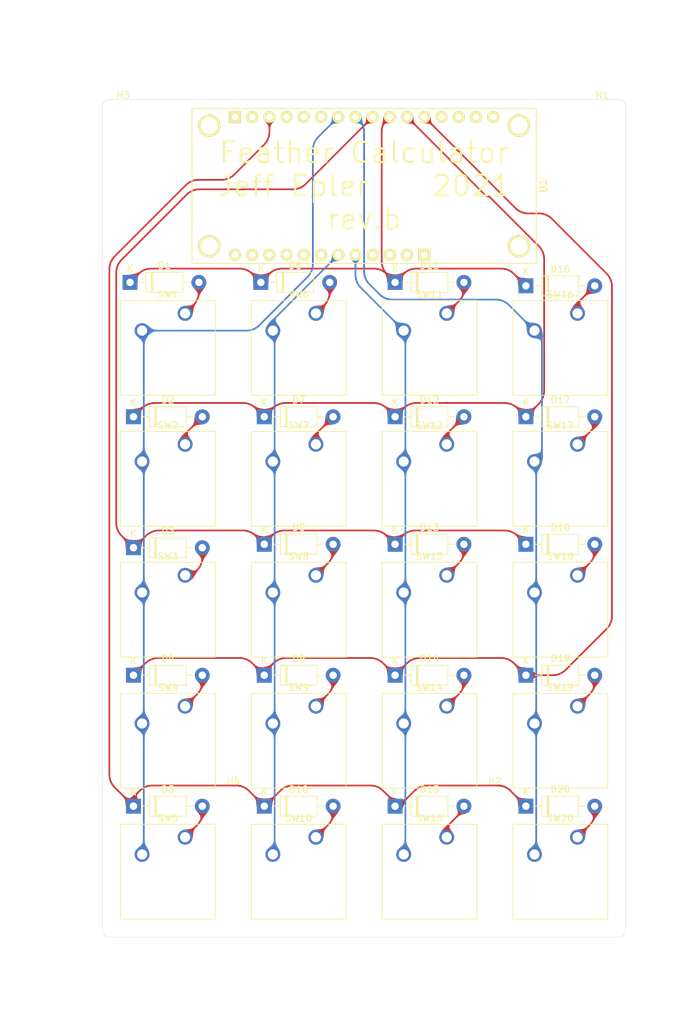
<source format=kicad_pcb>
(kicad_pcb (version 20171130) (host pcbnew 5.1.9+dfsg1-1)

  (general
    (thickness 1.6)
    (drawings 20)
    (tracks 1323)
    (zones 0)
    (modules 45)
    (nets 30)
  )

  (page A4)
  (layers
    (0 F.Cu signal)
    (31 B.Cu signal)
    (32 B.Adhes user)
    (33 F.Adhes user)
    (34 B.Paste user)
    (35 F.Paste user)
    (36 B.SilkS user)
    (37 F.SilkS user)
    (38 B.Mask user)
    (39 F.Mask user)
    (40 Dwgs.User user)
    (41 Cmts.User user)
    (42 Eco1.User user)
    (43 Eco2.User user)
    (44 Edge.Cuts user)
    (45 Margin user)
    (46 B.CrtYd user)
    (47 F.CrtYd user)
    (48 B.Fab user)
    (49 F.Fab user)
  )

  (setup
    (last_trace_width 0.25)
    (trace_clearance 0.2)
    (zone_clearance 0.508)
    (zone_45_only no)
    (trace_min 0.2)
    (via_size 0.8)
    (via_drill 0.4)
    (via_min_size 0.4)
    (via_min_drill 0.3)
    (uvia_size 0.3)
    (uvia_drill 0.1)
    (uvias_allowed no)
    (uvia_min_size 0.2)
    (uvia_min_drill 0.1)
    (edge_width 0.05)
    (segment_width 0.2)
    (pcb_text_width 0.3)
    (pcb_text_size 1.5 1.5)
    (mod_edge_width 0.12)
    (mod_text_size 1 1)
    (mod_text_width 0.15)
    (pad_size 1.524 1.524)
    (pad_drill 0.762)
    (pad_to_mask_clearance 0)
    (aux_axis_origin 50.8 50.8)
    (grid_origin 50.8 50.8)
    (visible_elements FFFFFF7F)
    (pcbplotparams
      (layerselection 0x010fc_ffffffff)
      (usegerberextensions false)
      (usegerberattributes true)
      (usegerberadvancedattributes true)
      (creategerberjobfile true)
      (excludeedgelayer true)
      (linewidth 0.100000)
      (plotframeref false)
      (viasonmask false)
      (mode 1)
      (useauxorigin false)
      (hpglpennumber 1)
      (hpglpenspeed 20)
      (hpglpendiameter 15.000000)
      (psnegative false)
      (psa4output false)
      (plotreference true)
      (plotvalue true)
      (plotinvisibletext false)
      (padsonsilk false)
      (subtractmaskfromsilk false)
      (outputformat 1)
      (mirror false)
      (drillshape 1)
      (scaleselection 1)
      (outputdirectory ""))
  )

  (net 0 "")
  (net 1 "Net-(D1-Pad2)")
  (net 2 /R1)
  (net 3 "Net-(D2-Pad2)")
  (net 4 /R2)
  (net 5 "Net-(D3-Pad2)")
  (net 6 /R3)
  (net 7 "Net-(D4-Pad2)")
  (net 8 /R4)
  (net 9 "Net-(D5-Pad2)")
  (net 10 /R5)
  (net 11 "Net-(D6-Pad2)")
  (net 12 "Net-(D7-Pad2)")
  (net 13 "Net-(D8-Pad2)")
  (net 14 "Net-(D9-Pad2)")
  (net 15 "Net-(D10-Pad2)")
  (net 16 "Net-(D11-Pad2)")
  (net 17 "Net-(D12-Pad2)")
  (net 18 "Net-(D13-Pad2)")
  (net 19 "Net-(D14-Pad2)")
  (net 20 "Net-(D15-Pad2)")
  (net 21 "Net-(D16-Pad2)")
  (net 22 "Net-(D17-Pad2)")
  (net 23 "Net-(D18-Pad2)")
  (net 24 "Net-(D19-Pad2)")
  (net 25 "Net-(D20-Pad2)")
  (net 26 /C4)
  (net 27 /C3)
  (net 28 /C2)
  (net 29 /C1)

  (net_class Default "This is the default net class."
    (clearance 0.2)
    (trace_width 0.25)
    (via_dia 0.8)
    (via_drill 0.4)
    (uvia_dia 0.3)
    (uvia_drill 0.1)
    (add_net /C1)
    (add_net /C2)
    (add_net /C3)
    (add_net /C4)
    (add_net /R1)
    (add_net /R2)
    (add_net /R3)
    (add_net /R4)
    (add_net /R5)
    (add_net "Net-(D1-Pad2)")
    (add_net "Net-(D10-Pad2)")
    (add_net "Net-(D11-Pad2)")
    (add_net "Net-(D12-Pad2)")
    (add_net "Net-(D13-Pad2)")
    (add_net "Net-(D14-Pad2)")
    (add_net "Net-(D15-Pad2)")
    (add_net "Net-(D16-Pad2)")
    (add_net "Net-(D17-Pad2)")
    (add_net "Net-(D18-Pad2)")
    (add_net "Net-(D19-Pad2)")
    (add_net "Net-(D2-Pad2)")
    (add_net "Net-(D20-Pad2)")
    (add_net "Net-(D3-Pad2)")
    (add_net "Net-(D4-Pad2)")
    (add_net "Net-(D5-Pad2)")
    (add_net "Net-(D6-Pad2)")
    (add_net "Net-(D7-Pad2)")
    (add_net "Net-(D8-Pad2)")
    (add_net "Net-(D9-Pad2)")
  )

  (module MountingHole:MountingHole_2.7mm_M2.5 (layer F.Cu) (tedit 56D1B4CB) (tstamp 60D1BD3F)
    (at 70.104 154.94)
    (descr "Mounting Hole 2.7mm, no annular, M2.5")
    (tags "mounting hole 2.7mm no annular m2.5")
    (path /60DB8E8D)
    (attr virtual)
    (fp_text reference H4 (at 0 -3.7) (layer F.SilkS)
      (effects (font (size 1 1) (thickness 0.15)))
    )
    (fp_text value MountingHole (at 0 3.7) (layer F.Fab)
      (effects (font (size 1 1) (thickness 0.15)))
    )
    (fp_circle (center 0 0) (end 2.7 0) (layer Cmts.User) (width 0.15))
    (fp_circle (center 0 0) (end 2.95 0) (layer F.CrtYd) (width 0.05))
    (fp_text user %R (at 0.3 0) (layer F.Fab)
      (effects (font (size 1 1) (thickness 0.15)))
    )
    (pad 1 np_thru_hole circle (at 0 0) (size 2.7 2.7) (drill 2.7) (layers *.Cu *.Mask))
  )

  (module MountingHole:MountingHole_2.7mm_M2.5 (layer F.Cu) (tedit 56D1B4CB) (tstamp 60D1BD37)
    (at 53.848 53.848)
    (descr "Mounting Hole 2.7mm, no annular, M2.5")
    (tags "mounting hole 2.7mm no annular m2.5")
    (path /60DB7287)
    (attr virtual)
    (fp_text reference H3 (at 0 -3.7) (layer F.SilkS)
      (effects (font (size 1 1) (thickness 0.15)))
    )
    (fp_text value MountingHole (at 0 3.7) (layer F.Fab)
      (effects (font (size 1 1) (thickness 0.15)))
    )
    (fp_circle (center 0 0) (end 2.7 0) (layer Cmts.User) (width 0.15))
    (fp_circle (center 0 0) (end 2.95 0) (layer F.CrtYd) (width 0.05))
    (fp_text user %R (at 0.3 0) (layer F.Fab)
      (effects (font (size 1 1) (thickness 0.15)))
    )
    (pad 1 np_thru_hole circle (at 0 0) (size 2.7 2.7) (drill 2.7) (layers *.Cu *.Mask))
  )

  (module MountingHole:MountingHole_2.7mm_M2.5 (layer F.Cu) (tedit 56D1B4CB) (tstamp 60D1BD2F)
    (at 108.712 154.94)
    (descr "Mounting Hole 2.7mm, no annular, M2.5")
    (tags "mounting hole 2.7mm no annular m2.5")
    (path /60DB565E)
    (attr virtual)
    (fp_text reference H2 (at 0 -3.7) (layer F.SilkS)
      (effects (font (size 1 1) (thickness 0.15)))
    )
    (fp_text value MountingHole (at 0 3.7) (layer F.Fab)
      (effects (font (size 1 1) (thickness 0.15)))
    )
    (fp_circle (center 0 0) (end 2.7 0) (layer Cmts.User) (width 0.15))
    (fp_circle (center 0 0) (end 2.95 0) (layer F.CrtYd) (width 0.05))
    (fp_text user %R (at 0.3 0) (layer F.Fab)
      (effects (font (size 1 1) (thickness 0.15)))
    )
    (pad 1 np_thru_hole circle (at 0 0) (size 2.7 2.7) (drill 2.7) (layers *.Cu *.Mask))
  )

  (module MountingHole:MountingHole_2.7mm_M2.5 (layer F.Cu) (tedit 56D1B4CB) (tstamp 60D1BD27)
    (at 124.968 53.848)
    (descr "Mounting Hole 2.7mm, no annular, M2.5")
    (tags "mounting hole 2.7mm no annular m2.5")
    (path /60DB2BC9)
    (attr virtual)
    (fp_text reference H1 (at -0.435001 -3.7) (layer F.SilkS)
      (effects (font (size 1 1) (thickness 0.15)))
    )
    (fp_text value MountingHole (at 0 3.7) (layer F.Fab)
      (effects (font (size 1 1) (thickness 0.15)))
    )
    (fp_circle (center 0 0) (end 2.7 0) (layer Cmts.User) (width 0.15))
    (fp_circle (center 0 0) (end 2.95 0) (layer F.CrtYd) (width 0.05))
    (fp_text user %R (at 0.3 0) (layer F.Fab)
      (effects (font (size 1 1) (thickness 0.15)))
    )
    (pad 1 np_thru_hole circle (at 0 0) (size 2.7 2.7) (drill 2.7) (layers *.Cu *.Mask))
  )

  (module Button_Switch_Keyboard:SW_Cherry_MX_1.00u_PCB (layer F.Cu) (tedit 5A02FE24) (tstamp 60D16DE1)
    (at 120.904 159.512)
    (descr "Cherry MX keyswitch, 1.00u, PCB mount, http://cherryamericas.com/wp-content/uploads/2014/12/mx_cat.pdf")
    (tags "Cherry MX keyswitch 1.00u PCB")
    (path /60D21F2B)
    (fp_text reference SW20 (at -2.54 -2.794) (layer F.SilkS)
      (effects (font (size 1 1) (thickness 0.15)))
    )
    (fp_text value SW_Push (at -2.54 12.954) (layer F.Fab)
      (effects (font (size 1 1) (thickness 0.15)))
    )
    (fp_line (start -8.89 -1.27) (end 3.81 -1.27) (layer F.Fab) (width 0.1))
    (fp_line (start 3.81 -1.27) (end 3.81 11.43) (layer F.Fab) (width 0.1))
    (fp_line (start 3.81 11.43) (end -8.89 11.43) (layer F.Fab) (width 0.1))
    (fp_line (start -8.89 11.43) (end -8.89 -1.27) (layer F.Fab) (width 0.1))
    (fp_line (start -9.14 11.68) (end -9.14 -1.52) (layer F.CrtYd) (width 0.05))
    (fp_line (start 4.06 11.68) (end -9.14 11.68) (layer F.CrtYd) (width 0.05))
    (fp_line (start 4.06 -1.52) (end 4.06 11.68) (layer F.CrtYd) (width 0.05))
    (fp_line (start -9.14 -1.52) (end 4.06 -1.52) (layer F.CrtYd) (width 0.05))
    (fp_line (start -12.065 -4.445) (end 6.985 -4.445) (layer Dwgs.User) (width 0.15))
    (fp_line (start 6.985 -4.445) (end 6.985 14.605) (layer Dwgs.User) (width 0.15))
    (fp_line (start 6.985 14.605) (end -12.065 14.605) (layer Dwgs.User) (width 0.15))
    (fp_line (start -12.065 14.605) (end -12.065 -4.445) (layer Dwgs.User) (width 0.15))
    (fp_line (start -9.525 -1.905) (end 4.445 -1.905) (layer F.SilkS) (width 0.12))
    (fp_line (start 4.445 -1.905) (end 4.445 12.065) (layer F.SilkS) (width 0.12))
    (fp_line (start 4.445 12.065) (end -9.525 12.065) (layer F.SilkS) (width 0.12))
    (fp_line (start -9.525 12.065) (end -9.525 -1.905) (layer F.SilkS) (width 0.12))
    (fp_text user %R (at -2.54 -2.794) (layer F.Fab)
      (effects (font (size 1 1) (thickness 0.15)))
    )
    (pad "" np_thru_hole circle (at 2.54 5.08) (size 1.7 1.7) (drill 1.7) (layers *.Cu *.Mask))
    (pad "" np_thru_hole circle (at -7.62 5.08) (size 1.7 1.7) (drill 1.7) (layers *.Cu *.Mask))
    (pad "" np_thru_hole circle (at -2.54 5.08) (size 4 4) (drill 4) (layers *.Cu *.Mask))
    (pad 2 thru_hole circle (at -6.35 2.54) (size 2.2 2.2) (drill 1.5) (layers *.Cu *.Mask)
      (net 29 /C1))
    (pad 1 thru_hole circle (at 0 0) (size 2.2 2.2) (drill 1.5) (layers *.Cu *.Mask)
      (net 25 "Net-(D20-Pad2)"))
    (model ${KISYS3DMOD}/Button_Switch_Keyboard.3dshapes/SW_Cherry_MX_1.00u_PCB.wrl
      (at (xyz 0 0 0))
      (scale (xyz 1 1 1))
      (rotate (xyz 0 0 0))
    )
  )

  (module Button_Switch_Keyboard:SW_Cherry_MX_1.00u_PCB (layer F.Cu) (tedit 5A02FE24) (tstamp 60D16DC7)
    (at 120.904 140.208)
    (descr "Cherry MX keyswitch, 1.00u, PCB mount, http://cherryamericas.com/wp-content/uploads/2014/12/mx_cat.pdf")
    (tags "Cherry MX keyswitch 1.00u PCB")
    (path /60D207E1)
    (fp_text reference SW19 (at -2.54 -2.794) (layer F.SilkS)
      (effects (font (size 1 1) (thickness 0.15)))
    )
    (fp_text value SW_Push (at -2.54 12.954) (layer F.Fab)
      (effects (font (size 1 1) (thickness 0.15)))
    )
    (fp_line (start -8.89 -1.27) (end 3.81 -1.27) (layer F.Fab) (width 0.1))
    (fp_line (start 3.81 -1.27) (end 3.81 11.43) (layer F.Fab) (width 0.1))
    (fp_line (start 3.81 11.43) (end -8.89 11.43) (layer F.Fab) (width 0.1))
    (fp_line (start -8.89 11.43) (end -8.89 -1.27) (layer F.Fab) (width 0.1))
    (fp_line (start -9.14 11.68) (end -9.14 -1.52) (layer F.CrtYd) (width 0.05))
    (fp_line (start 4.06 11.68) (end -9.14 11.68) (layer F.CrtYd) (width 0.05))
    (fp_line (start 4.06 -1.52) (end 4.06 11.68) (layer F.CrtYd) (width 0.05))
    (fp_line (start -9.14 -1.52) (end 4.06 -1.52) (layer F.CrtYd) (width 0.05))
    (fp_line (start -12.065 -4.445) (end 6.985 -4.445) (layer Dwgs.User) (width 0.15))
    (fp_line (start 6.985 -4.445) (end 6.985 14.605) (layer Dwgs.User) (width 0.15))
    (fp_line (start 6.985 14.605) (end -12.065 14.605) (layer Dwgs.User) (width 0.15))
    (fp_line (start -12.065 14.605) (end -12.065 -4.445) (layer Dwgs.User) (width 0.15))
    (fp_line (start -9.525 -1.905) (end 4.445 -1.905) (layer F.SilkS) (width 0.12))
    (fp_line (start 4.445 -1.905) (end 4.445 12.065) (layer F.SilkS) (width 0.12))
    (fp_line (start 4.445 12.065) (end -9.525 12.065) (layer F.SilkS) (width 0.12))
    (fp_line (start -9.525 12.065) (end -9.525 -1.905) (layer F.SilkS) (width 0.12))
    (fp_text user %R (at -2.54 -2.794) (layer F.Fab)
      (effects (font (size 1 1) (thickness 0.15)))
    )
    (pad "" np_thru_hole circle (at 2.54 5.08) (size 1.7 1.7) (drill 1.7) (layers *.Cu *.Mask))
    (pad "" np_thru_hole circle (at -7.62 5.08) (size 1.7 1.7) (drill 1.7) (layers *.Cu *.Mask))
    (pad "" np_thru_hole circle (at -2.54 5.08) (size 4 4) (drill 4) (layers *.Cu *.Mask))
    (pad 2 thru_hole circle (at -6.35 2.54) (size 2.2 2.2) (drill 1.5) (layers *.Cu *.Mask)
      (net 29 /C1))
    (pad 1 thru_hole circle (at 0 0) (size 2.2 2.2) (drill 1.5) (layers *.Cu *.Mask)
      (net 24 "Net-(D19-Pad2)"))
    (model ${KISYS3DMOD}/Button_Switch_Keyboard.3dshapes/SW_Cherry_MX_1.00u_PCB.wrl
      (at (xyz 0 0 0))
      (scale (xyz 1 1 1))
      (rotate (xyz 0 0 0))
    )
  )

  (module Button_Switch_Keyboard:SW_Cherry_MX_1.00u_PCB (layer F.Cu) (tedit 5A02FE24) (tstamp 60D16DAD)
    (at 120.904 120.904)
    (descr "Cherry MX keyswitch, 1.00u, PCB mount, http://cherryamericas.com/wp-content/uploads/2014/12/mx_cat.pdf")
    (tags "Cherry MX keyswitch 1.00u PCB")
    (path /60D1F78B)
    (fp_text reference SW18 (at -2.54 -2.794) (layer F.SilkS)
      (effects (font (size 1 1) (thickness 0.15)))
    )
    (fp_text value SW_Push (at -2.54 12.954) (layer F.Fab)
      (effects (font (size 1 1) (thickness 0.15)))
    )
    (fp_line (start -8.89 -1.27) (end 3.81 -1.27) (layer F.Fab) (width 0.1))
    (fp_line (start 3.81 -1.27) (end 3.81 11.43) (layer F.Fab) (width 0.1))
    (fp_line (start 3.81 11.43) (end -8.89 11.43) (layer F.Fab) (width 0.1))
    (fp_line (start -8.89 11.43) (end -8.89 -1.27) (layer F.Fab) (width 0.1))
    (fp_line (start -9.14 11.68) (end -9.14 -1.52) (layer F.CrtYd) (width 0.05))
    (fp_line (start 4.06 11.68) (end -9.14 11.68) (layer F.CrtYd) (width 0.05))
    (fp_line (start 4.06 -1.52) (end 4.06 11.68) (layer F.CrtYd) (width 0.05))
    (fp_line (start -9.14 -1.52) (end 4.06 -1.52) (layer F.CrtYd) (width 0.05))
    (fp_line (start -12.065 -4.445) (end 6.985 -4.445) (layer Dwgs.User) (width 0.15))
    (fp_line (start 6.985 -4.445) (end 6.985 14.605) (layer Dwgs.User) (width 0.15))
    (fp_line (start 6.985 14.605) (end -12.065 14.605) (layer Dwgs.User) (width 0.15))
    (fp_line (start -12.065 14.605) (end -12.065 -4.445) (layer Dwgs.User) (width 0.15))
    (fp_line (start -9.525 -1.905) (end 4.445 -1.905) (layer F.SilkS) (width 0.12))
    (fp_line (start 4.445 -1.905) (end 4.445 12.065) (layer F.SilkS) (width 0.12))
    (fp_line (start 4.445 12.065) (end -9.525 12.065) (layer F.SilkS) (width 0.12))
    (fp_line (start -9.525 12.065) (end -9.525 -1.905) (layer F.SilkS) (width 0.12))
    (fp_text user %R (at -2.54 -2.794) (layer F.Fab)
      (effects (font (size 1 1) (thickness 0.15)))
    )
    (pad "" np_thru_hole circle (at 2.54 5.08) (size 1.7 1.7) (drill 1.7) (layers *.Cu *.Mask))
    (pad "" np_thru_hole circle (at -7.62 5.08) (size 1.7 1.7) (drill 1.7) (layers *.Cu *.Mask))
    (pad "" np_thru_hole circle (at -2.54 5.08) (size 4 4) (drill 4) (layers *.Cu *.Mask))
    (pad 2 thru_hole circle (at -6.35 2.54) (size 2.2 2.2) (drill 1.5) (layers *.Cu *.Mask)
      (net 29 /C1))
    (pad 1 thru_hole circle (at 0 0) (size 2.2 2.2) (drill 1.5) (layers *.Cu *.Mask)
      (net 23 "Net-(D18-Pad2)"))
    (model ${KISYS3DMOD}/Button_Switch_Keyboard.3dshapes/SW_Cherry_MX_1.00u_PCB.wrl
      (at (xyz 0 0 0))
      (scale (xyz 1 1 1))
      (rotate (xyz 0 0 0))
    )
  )

  (module Button_Switch_Keyboard:SW_Cherry_MX_1.00u_PCB (layer F.Cu) (tedit 5A02FE24) (tstamp 60D16D93)
    (at 120.904 101.6)
    (descr "Cherry MX keyswitch, 1.00u, PCB mount, http://cherryamericas.com/wp-content/uploads/2014/12/mx_cat.pdf")
    (tags "Cherry MX keyswitch 1.00u PCB")
    (path /60D1DE37)
    (fp_text reference SW17 (at -2.54 -2.794) (layer F.SilkS)
      (effects (font (size 1 1) (thickness 0.15)))
    )
    (fp_text value SW_Push (at -2.54 12.954) (layer F.Fab)
      (effects (font (size 1 1) (thickness 0.15)))
    )
    (fp_line (start -8.89 -1.27) (end 3.81 -1.27) (layer F.Fab) (width 0.1))
    (fp_line (start 3.81 -1.27) (end 3.81 11.43) (layer F.Fab) (width 0.1))
    (fp_line (start 3.81 11.43) (end -8.89 11.43) (layer F.Fab) (width 0.1))
    (fp_line (start -8.89 11.43) (end -8.89 -1.27) (layer F.Fab) (width 0.1))
    (fp_line (start -9.14 11.68) (end -9.14 -1.52) (layer F.CrtYd) (width 0.05))
    (fp_line (start 4.06 11.68) (end -9.14 11.68) (layer F.CrtYd) (width 0.05))
    (fp_line (start 4.06 -1.52) (end 4.06 11.68) (layer F.CrtYd) (width 0.05))
    (fp_line (start -9.14 -1.52) (end 4.06 -1.52) (layer F.CrtYd) (width 0.05))
    (fp_line (start -12.065 -4.445) (end 6.985 -4.445) (layer Dwgs.User) (width 0.15))
    (fp_line (start 6.985 -4.445) (end 6.985 14.605) (layer Dwgs.User) (width 0.15))
    (fp_line (start 6.985 14.605) (end -12.065 14.605) (layer Dwgs.User) (width 0.15))
    (fp_line (start -12.065 14.605) (end -12.065 -4.445) (layer Dwgs.User) (width 0.15))
    (fp_line (start -9.525 -1.905) (end 4.445 -1.905) (layer F.SilkS) (width 0.12))
    (fp_line (start 4.445 -1.905) (end 4.445 12.065) (layer F.SilkS) (width 0.12))
    (fp_line (start 4.445 12.065) (end -9.525 12.065) (layer F.SilkS) (width 0.12))
    (fp_line (start -9.525 12.065) (end -9.525 -1.905) (layer F.SilkS) (width 0.12))
    (fp_text user %R (at -2.54 -2.794) (layer F.Fab)
      (effects (font (size 1 1) (thickness 0.15)))
    )
    (pad "" np_thru_hole circle (at 2.54 5.08) (size 1.7 1.7) (drill 1.7) (layers *.Cu *.Mask))
    (pad "" np_thru_hole circle (at -7.62 5.08) (size 1.7 1.7) (drill 1.7) (layers *.Cu *.Mask))
    (pad "" np_thru_hole circle (at -2.54 5.08) (size 4 4) (drill 4) (layers *.Cu *.Mask))
    (pad 2 thru_hole circle (at -6.35 2.54) (size 2.2 2.2) (drill 1.5) (layers *.Cu *.Mask)
      (net 29 /C1))
    (pad 1 thru_hole circle (at 0 0) (size 2.2 2.2) (drill 1.5) (layers *.Cu *.Mask)
      (net 22 "Net-(D17-Pad2)"))
    (model ${KISYS3DMOD}/Button_Switch_Keyboard.3dshapes/SW_Cherry_MX_1.00u_PCB.wrl
      (at (xyz 0 0 0))
      (scale (xyz 1 1 1))
      (rotate (xyz 0 0 0))
    )
  )

  (module Button_Switch_Keyboard:SW_Cherry_MX_1.00u_PCB (layer F.Cu) (tedit 5A02FE24) (tstamp 60D16D79)
    (at 120.904 82.296)
    (descr "Cherry MX keyswitch, 1.00u, PCB mount, http://cherryamericas.com/wp-content/uploads/2014/12/mx_cat.pdf")
    (tags "Cherry MX keyswitch 1.00u PCB")
    (path /60D24343)
    (fp_text reference SW16 (at -2.54 -2.794) (layer F.SilkS)
      (effects (font (size 1 1) (thickness 0.15)))
    )
    (fp_text value SW_Push (at -2.54 12.954) (layer F.Fab)
      (effects (font (size 1 1) (thickness 0.15)))
    )
    (fp_line (start -8.89 -1.27) (end 3.81 -1.27) (layer F.Fab) (width 0.1))
    (fp_line (start 3.81 -1.27) (end 3.81 11.43) (layer F.Fab) (width 0.1))
    (fp_line (start 3.81 11.43) (end -8.89 11.43) (layer F.Fab) (width 0.1))
    (fp_line (start -8.89 11.43) (end -8.89 -1.27) (layer F.Fab) (width 0.1))
    (fp_line (start -9.14 11.68) (end -9.14 -1.52) (layer F.CrtYd) (width 0.05))
    (fp_line (start 4.06 11.68) (end -9.14 11.68) (layer F.CrtYd) (width 0.05))
    (fp_line (start 4.06 -1.52) (end 4.06 11.68) (layer F.CrtYd) (width 0.05))
    (fp_line (start -9.14 -1.52) (end 4.06 -1.52) (layer F.CrtYd) (width 0.05))
    (fp_line (start -12.065 -4.445) (end 6.985 -4.445) (layer Dwgs.User) (width 0.15))
    (fp_line (start 6.985 -4.445) (end 6.985 14.605) (layer Dwgs.User) (width 0.15))
    (fp_line (start 6.985 14.605) (end -12.065 14.605) (layer Dwgs.User) (width 0.15))
    (fp_line (start -12.065 14.605) (end -12.065 -4.445) (layer Dwgs.User) (width 0.15))
    (fp_line (start -9.525 -1.905) (end 4.445 -1.905) (layer F.SilkS) (width 0.12))
    (fp_line (start 4.445 -1.905) (end 4.445 12.065) (layer F.SilkS) (width 0.12))
    (fp_line (start 4.445 12.065) (end -9.525 12.065) (layer F.SilkS) (width 0.12))
    (fp_line (start -9.525 12.065) (end -9.525 -1.905) (layer F.SilkS) (width 0.12))
    (fp_text user %R (at -2.54 -2.794) (layer F.Fab)
      (effects (font (size 1 1) (thickness 0.15)))
    )
    (pad "" np_thru_hole circle (at 2.54 5.08) (size 1.7 1.7) (drill 1.7) (layers *.Cu *.Mask))
    (pad "" np_thru_hole circle (at -7.62 5.08) (size 1.7 1.7) (drill 1.7) (layers *.Cu *.Mask))
    (pad "" np_thru_hole circle (at -2.54 5.08) (size 4 4) (drill 4) (layers *.Cu *.Mask))
    (pad 2 thru_hole circle (at -6.35 2.54) (size 2.2 2.2) (drill 1.5) (layers *.Cu *.Mask)
      (net 29 /C1))
    (pad 1 thru_hole circle (at 0 0) (size 2.2 2.2) (drill 1.5) (layers *.Cu *.Mask)
      (net 21 "Net-(D16-Pad2)"))
    (model ${KISYS3DMOD}/Button_Switch_Keyboard.3dshapes/SW_Cherry_MX_1.00u_PCB.wrl
      (at (xyz 0 0 0))
      (scale (xyz 1 1 1))
      (rotate (xyz 0 0 0))
    )
  )

  (module Button_Switch_Keyboard:SW_Cherry_MX_1.00u_PCB (layer F.Cu) (tedit 5A02FE24) (tstamp 60D16D5F)
    (at 101.6 159.512)
    (descr "Cherry MX keyswitch, 1.00u, PCB mount, http://cherryamericas.com/wp-content/uploads/2014/12/mx_cat.pdf")
    (tags "Cherry MX keyswitch 1.00u PCB")
    (path /60D21F19)
    (fp_text reference SW15 (at -2.54 -2.794) (layer F.SilkS)
      (effects (font (size 1 1) (thickness 0.15)))
    )
    (fp_text value SW_Push (at -2.54 12.954) (layer F.Fab)
      (effects (font (size 1 1) (thickness 0.15)))
    )
    (fp_line (start -8.89 -1.27) (end 3.81 -1.27) (layer F.Fab) (width 0.1))
    (fp_line (start 3.81 -1.27) (end 3.81 11.43) (layer F.Fab) (width 0.1))
    (fp_line (start 3.81 11.43) (end -8.89 11.43) (layer F.Fab) (width 0.1))
    (fp_line (start -8.89 11.43) (end -8.89 -1.27) (layer F.Fab) (width 0.1))
    (fp_line (start -9.14 11.68) (end -9.14 -1.52) (layer F.CrtYd) (width 0.05))
    (fp_line (start 4.06 11.68) (end -9.14 11.68) (layer F.CrtYd) (width 0.05))
    (fp_line (start 4.06 -1.52) (end 4.06 11.68) (layer F.CrtYd) (width 0.05))
    (fp_line (start -9.14 -1.52) (end 4.06 -1.52) (layer F.CrtYd) (width 0.05))
    (fp_line (start -12.065 -4.445) (end 6.985 -4.445) (layer Dwgs.User) (width 0.15))
    (fp_line (start 6.985 -4.445) (end 6.985 14.605) (layer Dwgs.User) (width 0.15))
    (fp_line (start 6.985 14.605) (end -12.065 14.605) (layer Dwgs.User) (width 0.15))
    (fp_line (start -12.065 14.605) (end -12.065 -4.445) (layer Dwgs.User) (width 0.15))
    (fp_line (start -9.525 -1.905) (end 4.445 -1.905) (layer F.SilkS) (width 0.12))
    (fp_line (start 4.445 -1.905) (end 4.445 12.065) (layer F.SilkS) (width 0.12))
    (fp_line (start 4.445 12.065) (end -9.525 12.065) (layer F.SilkS) (width 0.12))
    (fp_line (start -9.525 12.065) (end -9.525 -1.905) (layer F.SilkS) (width 0.12))
    (fp_text user %R (at -2.54 -2.794) (layer F.Fab)
      (effects (font (size 1 1) (thickness 0.15)))
    )
    (pad "" np_thru_hole circle (at 2.54 5.08) (size 1.7 1.7) (drill 1.7) (layers *.Cu *.Mask))
    (pad "" np_thru_hole circle (at -7.62 5.08) (size 1.7 1.7) (drill 1.7) (layers *.Cu *.Mask))
    (pad "" np_thru_hole circle (at -2.54 5.08) (size 4 4) (drill 4) (layers *.Cu *.Mask))
    (pad 2 thru_hole circle (at -6.35 2.54) (size 2.2 2.2) (drill 1.5) (layers *.Cu *.Mask)
      (net 28 /C2))
    (pad 1 thru_hole circle (at 0 0) (size 2.2 2.2) (drill 1.5) (layers *.Cu *.Mask)
      (net 20 "Net-(D15-Pad2)"))
    (model ${KISYS3DMOD}/Button_Switch_Keyboard.3dshapes/SW_Cherry_MX_1.00u_PCB.wrl
      (at (xyz 0 0 0))
      (scale (xyz 1 1 1))
      (rotate (xyz 0 0 0))
    )
  )

  (module Button_Switch_Keyboard:SW_Cherry_MX_1.00u_PCB (layer F.Cu) (tedit 5A02FE24) (tstamp 60D16D45)
    (at 101.6 140.208)
    (descr "Cherry MX keyswitch, 1.00u, PCB mount, http://cherryamericas.com/wp-content/uploads/2014/12/mx_cat.pdf")
    (tags "Cherry MX keyswitch 1.00u PCB")
    (path /60D207CF)
    (fp_text reference SW14 (at -2.54 -2.794) (layer F.SilkS)
      (effects (font (size 1 1) (thickness 0.15)))
    )
    (fp_text value SW_Push (at -2.54 12.954) (layer F.Fab)
      (effects (font (size 1 1) (thickness 0.15)))
    )
    (fp_line (start -8.89 -1.27) (end 3.81 -1.27) (layer F.Fab) (width 0.1))
    (fp_line (start 3.81 -1.27) (end 3.81 11.43) (layer F.Fab) (width 0.1))
    (fp_line (start 3.81 11.43) (end -8.89 11.43) (layer F.Fab) (width 0.1))
    (fp_line (start -8.89 11.43) (end -8.89 -1.27) (layer F.Fab) (width 0.1))
    (fp_line (start -9.14 11.68) (end -9.14 -1.52) (layer F.CrtYd) (width 0.05))
    (fp_line (start 4.06 11.68) (end -9.14 11.68) (layer F.CrtYd) (width 0.05))
    (fp_line (start 4.06 -1.52) (end 4.06 11.68) (layer F.CrtYd) (width 0.05))
    (fp_line (start -9.14 -1.52) (end 4.06 -1.52) (layer F.CrtYd) (width 0.05))
    (fp_line (start -12.065 -4.445) (end 6.985 -4.445) (layer Dwgs.User) (width 0.15))
    (fp_line (start 6.985 -4.445) (end 6.985 14.605) (layer Dwgs.User) (width 0.15))
    (fp_line (start 6.985 14.605) (end -12.065 14.605) (layer Dwgs.User) (width 0.15))
    (fp_line (start -12.065 14.605) (end -12.065 -4.445) (layer Dwgs.User) (width 0.15))
    (fp_line (start -9.525 -1.905) (end 4.445 -1.905) (layer F.SilkS) (width 0.12))
    (fp_line (start 4.445 -1.905) (end 4.445 12.065) (layer F.SilkS) (width 0.12))
    (fp_line (start 4.445 12.065) (end -9.525 12.065) (layer F.SilkS) (width 0.12))
    (fp_line (start -9.525 12.065) (end -9.525 -1.905) (layer F.SilkS) (width 0.12))
    (fp_text user %R (at -2.54 -2.794) (layer F.Fab)
      (effects (font (size 1 1) (thickness 0.15)))
    )
    (pad "" np_thru_hole circle (at 2.54 5.08) (size 1.7 1.7) (drill 1.7) (layers *.Cu *.Mask))
    (pad "" np_thru_hole circle (at -7.62 5.08) (size 1.7 1.7) (drill 1.7) (layers *.Cu *.Mask))
    (pad "" np_thru_hole circle (at -2.54 5.08) (size 4 4) (drill 4) (layers *.Cu *.Mask))
    (pad 2 thru_hole circle (at -6.35 2.54) (size 2.2 2.2) (drill 1.5) (layers *.Cu *.Mask)
      (net 28 /C2))
    (pad 1 thru_hole circle (at 0 0) (size 2.2 2.2) (drill 1.5) (layers *.Cu *.Mask)
      (net 19 "Net-(D14-Pad2)"))
    (model ${KISYS3DMOD}/Button_Switch_Keyboard.3dshapes/SW_Cherry_MX_1.00u_PCB.wrl
      (at (xyz 0 0 0))
      (scale (xyz 1 1 1))
      (rotate (xyz 0 0 0))
    )
  )

  (module Button_Switch_Keyboard:SW_Cherry_MX_1.00u_PCB (layer F.Cu) (tedit 5A02FE24) (tstamp 60D16D2B)
    (at 101.6 120.904)
    (descr "Cherry MX keyswitch, 1.00u, PCB mount, http://cherryamericas.com/wp-content/uploads/2014/12/mx_cat.pdf")
    (tags "Cherry MX keyswitch 1.00u PCB")
    (path /60D1F779)
    (fp_text reference SW13 (at -2.54 -2.794) (layer F.SilkS)
      (effects (font (size 1 1) (thickness 0.15)))
    )
    (fp_text value SW_Push (at -2.54 12.954) (layer F.Fab)
      (effects (font (size 1 1) (thickness 0.15)))
    )
    (fp_line (start -8.89 -1.27) (end 3.81 -1.27) (layer F.Fab) (width 0.1))
    (fp_line (start 3.81 -1.27) (end 3.81 11.43) (layer F.Fab) (width 0.1))
    (fp_line (start 3.81 11.43) (end -8.89 11.43) (layer F.Fab) (width 0.1))
    (fp_line (start -8.89 11.43) (end -8.89 -1.27) (layer F.Fab) (width 0.1))
    (fp_line (start -9.14 11.68) (end -9.14 -1.52) (layer F.CrtYd) (width 0.05))
    (fp_line (start 4.06 11.68) (end -9.14 11.68) (layer F.CrtYd) (width 0.05))
    (fp_line (start 4.06 -1.52) (end 4.06 11.68) (layer F.CrtYd) (width 0.05))
    (fp_line (start -9.14 -1.52) (end 4.06 -1.52) (layer F.CrtYd) (width 0.05))
    (fp_line (start -12.065 -4.445) (end 6.985 -4.445) (layer Dwgs.User) (width 0.15))
    (fp_line (start 6.985 -4.445) (end 6.985 14.605) (layer Dwgs.User) (width 0.15))
    (fp_line (start 6.985 14.605) (end -12.065 14.605) (layer Dwgs.User) (width 0.15))
    (fp_line (start -12.065 14.605) (end -12.065 -4.445) (layer Dwgs.User) (width 0.15))
    (fp_line (start -9.525 -1.905) (end 4.445 -1.905) (layer F.SilkS) (width 0.12))
    (fp_line (start 4.445 -1.905) (end 4.445 12.065) (layer F.SilkS) (width 0.12))
    (fp_line (start 4.445 12.065) (end -9.525 12.065) (layer F.SilkS) (width 0.12))
    (fp_line (start -9.525 12.065) (end -9.525 -1.905) (layer F.SilkS) (width 0.12))
    (fp_text user %R (at -2.54 -2.794) (layer F.Fab)
      (effects (font (size 1 1) (thickness 0.15)))
    )
    (pad "" np_thru_hole circle (at 2.54 5.08) (size 1.7 1.7) (drill 1.7) (layers *.Cu *.Mask))
    (pad "" np_thru_hole circle (at -7.62 5.08) (size 1.7 1.7) (drill 1.7) (layers *.Cu *.Mask))
    (pad "" np_thru_hole circle (at -2.54 5.08) (size 4 4) (drill 4) (layers *.Cu *.Mask))
    (pad 2 thru_hole circle (at -6.35 2.54) (size 2.2 2.2) (drill 1.5) (layers *.Cu *.Mask)
      (net 28 /C2))
    (pad 1 thru_hole circle (at 0 0) (size 2.2 2.2) (drill 1.5) (layers *.Cu *.Mask)
      (net 18 "Net-(D13-Pad2)"))
    (model ${KISYS3DMOD}/Button_Switch_Keyboard.3dshapes/SW_Cherry_MX_1.00u_PCB.wrl
      (at (xyz 0 0 0))
      (scale (xyz 1 1 1))
      (rotate (xyz 0 0 0))
    )
  )

  (module Button_Switch_Keyboard:SW_Cherry_MX_1.00u_PCB (layer F.Cu) (tedit 5A02FE24) (tstamp 60D16D11)
    (at 101.6 101.6)
    (descr "Cherry MX keyswitch, 1.00u, PCB mount, http://cherryamericas.com/wp-content/uploads/2014/12/mx_cat.pdf")
    (tags "Cherry MX keyswitch 1.00u PCB")
    (path /60D1D95F)
    (fp_text reference SW12 (at -2.54 -2.794) (layer F.SilkS)
      (effects (font (size 1 1) (thickness 0.15)))
    )
    (fp_text value SW_Push (at -2.54 12.954) (layer F.Fab)
      (effects (font (size 1 1) (thickness 0.15)))
    )
    (fp_line (start -8.89 -1.27) (end 3.81 -1.27) (layer F.Fab) (width 0.1))
    (fp_line (start 3.81 -1.27) (end 3.81 11.43) (layer F.Fab) (width 0.1))
    (fp_line (start 3.81 11.43) (end -8.89 11.43) (layer F.Fab) (width 0.1))
    (fp_line (start -8.89 11.43) (end -8.89 -1.27) (layer F.Fab) (width 0.1))
    (fp_line (start -9.14 11.68) (end -9.14 -1.52) (layer F.CrtYd) (width 0.05))
    (fp_line (start 4.06 11.68) (end -9.14 11.68) (layer F.CrtYd) (width 0.05))
    (fp_line (start 4.06 -1.52) (end 4.06 11.68) (layer F.CrtYd) (width 0.05))
    (fp_line (start -9.14 -1.52) (end 4.06 -1.52) (layer F.CrtYd) (width 0.05))
    (fp_line (start -12.065 -4.445) (end 6.985 -4.445) (layer Dwgs.User) (width 0.15))
    (fp_line (start 6.985 -4.445) (end 6.985 14.605) (layer Dwgs.User) (width 0.15))
    (fp_line (start 6.985 14.605) (end -12.065 14.605) (layer Dwgs.User) (width 0.15))
    (fp_line (start -12.065 14.605) (end -12.065 -4.445) (layer Dwgs.User) (width 0.15))
    (fp_line (start -9.525 -1.905) (end 4.445 -1.905) (layer F.SilkS) (width 0.12))
    (fp_line (start 4.445 -1.905) (end 4.445 12.065) (layer F.SilkS) (width 0.12))
    (fp_line (start 4.445 12.065) (end -9.525 12.065) (layer F.SilkS) (width 0.12))
    (fp_line (start -9.525 12.065) (end -9.525 -1.905) (layer F.SilkS) (width 0.12))
    (fp_text user %R (at -2.54 -2.794) (layer F.Fab)
      (effects (font (size 1 1) (thickness 0.15)))
    )
    (pad "" np_thru_hole circle (at 2.54 5.08) (size 1.7 1.7) (drill 1.7) (layers *.Cu *.Mask))
    (pad "" np_thru_hole circle (at -7.62 5.08) (size 1.7 1.7) (drill 1.7) (layers *.Cu *.Mask))
    (pad "" np_thru_hole circle (at -2.54 5.08) (size 4 4) (drill 4) (layers *.Cu *.Mask))
    (pad 2 thru_hole circle (at -6.35 2.54) (size 2.2 2.2) (drill 1.5) (layers *.Cu *.Mask)
      (net 28 /C2))
    (pad 1 thru_hole circle (at 0 0) (size 2.2 2.2) (drill 1.5) (layers *.Cu *.Mask)
      (net 17 "Net-(D12-Pad2)"))
    (model ${KISYS3DMOD}/Button_Switch_Keyboard.3dshapes/SW_Cherry_MX_1.00u_PCB.wrl
      (at (xyz 0 0 0))
      (scale (xyz 1 1 1))
      (rotate (xyz 0 0 0))
    )
  )

  (module Button_Switch_Keyboard:SW_Cherry_MX_1.00u_PCB (layer F.Cu) (tedit 5A02FE24) (tstamp 60D16CF7)
    (at 101.6 82.296)
    (descr "Cherry MX keyswitch, 1.00u, PCB mount, http://cherryamericas.com/wp-content/uploads/2014/12/mx_cat.pdf")
    (tags "Cherry MX keyswitch 1.00u PCB")
    (path /60D24331)
    (fp_text reference SW11 (at -2.54 -2.794) (layer F.SilkS)
      (effects (font (size 1 1) (thickness 0.15)))
    )
    (fp_text value SW_Push (at -2.54 12.954) (layer F.Fab)
      (effects (font (size 1 1) (thickness 0.15)))
    )
    (fp_line (start -8.89 -1.27) (end 3.81 -1.27) (layer F.Fab) (width 0.1))
    (fp_line (start 3.81 -1.27) (end 3.81 11.43) (layer F.Fab) (width 0.1))
    (fp_line (start 3.81 11.43) (end -8.89 11.43) (layer F.Fab) (width 0.1))
    (fp_line (start -8.89 11.43) (end -8.89 -1.27) (layer F.Fab) (width 0.1))
    (fp_line (start -9.14 11.68) (end -9.14 -1.52) (layer F.CrtYd) (width 0.05))
    (fp_line (start 4.06 11.68) (end -9.14 11.68) (layer F.CrtYd) (width 0.05))
    (fp_line (start 4.06 -1.52) (end 4.06 11.68) (layer F.CrtYd) (width 0.05))
    (fp_line (start -9.14 -1.52) (end 4.06 -1.52) (layer F.CrtYd) (width 0.05))
    (fp_line (start -12.065 -4.445) (end 6.985 -4.445) (layer Dwgs.User) (width 0.15))
    (fp_line (start 6.985 -4.445) (end 6.985 14.605) (layer Dwgs.User) (width 0.15))
    (fp_line (start 6.985 14.605) (end -12.065 14.605) (layer Dwgs.User) (width 0.15))
    (fp_line (start -12.065 14.605) (end -12.065 -4.445) (layer Dwgs.User) (width 0.15))
    (fp_line (start -9.525 -1.905) (end 4.445 -1.905) (layer F.SilkS) (width 0.12))
    (fp_line (start 4.445 -1.905) (end 4.445 12.065) (layer F.SilkS) (width 0.12))
    (fp_line (start 4.445 12.065) (end -9.525 12.065) (layer F.SilkS) (width 0.12))
    (fp_line (start -9.525 12.065) (end -9.525 -1.905) (layer F.SilkS) (width 0.12))
    (fp_text user %R (at -2.54 -2.794) (layer F.Fab)
      (effects (font (size 1 1) (thickness 0.15)))
    )
    (pad "" np_thru_hole circle (at 2.54 5.08) (size 1.7 1.7) (drill 1.7) (layers *.Cu *.Mask))
    (pad "" np_thru_hole circle (at -7.62 5.08) (size 1.7 1.7) (drill 1.7) (layers *.Cu *.Mask))
    (pad "" np_thru_hole circle (at -2.54 5.08) (size 4 4) (drill 4) (layers *.Cu *.Mask))
    (pad 2 thru_hole circle (at -6.35 2.54) (size 2.2 2.2) (drill 1.5) (layers *.Cu *.Mask)
      (net 28 /C2))
    (pad 1 thru_hole circle (at 0 0) (size 2.2 2.2) (drill 1.5) (layers *.Cu *.Mask)
      (net 16 "Net-(D11-Pad2)"))
    (model ${KISYS3DMOD}/Button_Switch_Keyboard.3dshapes/SW_Cherry_MX_1.00u_PCB.wrl
      (at (xyz 0 0 0))
      (scale (xyz 1 1 1))
      (rotate (xyz 0 0 0))
    )
  )

  (module Button_Switch_Keyboard:SW_Cherry_MX_1.00u_PCB (layer F.Cu) (tedit 5A02FE24) (tstamp 60D16CDD)
    (at 82.296 159.512)
    (descr "Cherry MX keyswitch, 1.00u, PCB mount, http://cherryamericas.com/wp-content/uploads/2014/12/mx_cat.pdf")
    (tags "Cherry MX keyswitch 1.00u PCB")
    (path /60D21F07)
    (fp_text reference SW10 (at -2.54 -2.794) (layer F.SilkS)
      (effects (font (size 1 1) (thickness 0.15)))
    )
    (fp_text value SW_Push (at -2.54 12.954) (layer F.Fab)
      (effects (font (size 1 1) (thickness 0.15)))
    )
    (fp_line (start -8.89 -1.27) (end 3.81 -1.27) (layer F.Fab) (width 0.1))
    (fp_line (start 3.81 -1.27) (end 3.81 11.43) (layer F.Fab) (width 0.1))
    (fp_line (start 3.81 11.43) (end -8.89 11.43) (layer F.Fab) (width 0.1))
    (fp_line (start -8.89 11.43) (end -8.89 -1.27) (layer F.Fab) (width 0.1))
    (fp_line (start -9.14 11.68) (end -9.14 -1.52) (layer F.CrtYd) (width 0.05))
    (fp_line (start 4.06 11.68) (end -9.14 11.68) (layer F.CrtYd) (width 0.05))
    (fp_line (start 4.06 -1.52) (end 4.06 11.68) (layer F.CrtYd) (width 0.05))
    (fp_line (start -9.14 -1.52) (end 4.06 -1.52) (layer F.CrtYd) (width 0.05))
    (fp_line (start -12.065 -4.445) (end 6.985 -4.445) (layer Dwgs.User) (width 0.15))
    (fp_line (start 6.985 -4.445) (end 6.985 14.605) (layer Dwgs.User) (width 0.15))
    (fp_line (start 6.985 14.605) (end -12.065 14.605) (layer Dwgs.User) (width 0.15))
    (fp_line (start -12.065 14.605) (end -12.065 -4.445) (layer Dwgs.User) (width 0.15))
    (fp_line (start -9.525 -1.905) (end 4.445 -1.905) (layer F.SilkS) (width 0.12))
    (fp_line (start 4.445 -1.905) (end 4.445 12.065) (layer F.SilkS) (width 0.12))
    (fp_line (start 4.445 12.065) (end -9.525 12.065) (layer F.SilkS) (width 0.12))
    (fp_line (start -9.525 12.065) (end -9.525 -1.905) (layer F.SilkS) (width 0.12))
    (fp_text user %R (at -2.54 -2.794) (layer F.Fab)
      (effects (font (size 1 1) (thickness 0.15)))
    )
    (pad "" np_thru_hole circle (at 2.54 5.08) (size 1.7 1.7) (drill 1.7) (layers *.Cu *.Mask))
    (pad "" np_thru_hole circle (at -7.62 5.08) (size 1.7 1.7) (drill 1.7) (layers *.Cu *.Mask))
    (pad "" np_thru_hole circle (at -2.54 5.08) (size 4 4) (drill 4) (layers *.Cu *.Mask))
    (pad 2 thru_hole circle (at -6.35 2.54) (size 2.2 2.2) (drill 1.5) (layers *.Cu *.Mask)
      (net 27 /C3))
    (pad 1 thru_hole circle (at 0 0) (size 2.2 2.2) (drill 1.5) (layers *.Cu *.Mask)
      (net 15 "Net-(D10-Pad2)"))
    (model ${KISYS3DMOD}/Button_Switch_Keyboard.3dshapes/SW_Cherry_MX_1.00u_PCB.wrl
      (at (xyz 0 0 0))
      (scale (xyz 1 1 1))
      (rotate (xyz 0 0 0))
    )
  )

  (module Button_Switch_Keyboard:SW_Cherry_MX_1.00u_PCB (layer F.Cu) (tedit 5A02FE24) (tstamp 60D16CC3)
    (at 82.296 140.208)
    (descr "Cherry MX keyswitch, 1.00u, PCB mount, http://cherryamericas.com/wp-content/uploads/2014/12/mx_cat.pdf")
    (tags "Cherry MX keyswitch 1.00u PCB")
    (path /60D207BD)
    (fp_text reference SW9 (at -2.54 -2.794) (layer F.SilkS)
      (effects (font (size 1 1) (thickness 0.15)))
    )
    (fp_text value SW_Push (at -2.54 12.954) (layer F.Fab)
      (effects (font (size 1 1) (thickness 0.15)))
    )
    (fp_line (start -8.89 -1.27) (end 3.81 -1.27) (layer F.Fab) (width 0.1))
    (fp_line (start 3.81 -1.27) (end 3.81 11.43) (layer F.Fab) (width 0.1))
    (fp_line (start 3.81 11.43) (end -8.89 11.43) (layer F.Fab) (width 0.1))
    (fp_line (start -8.89 11.43) (end -8.89 -1.27) (layer F.Fab) (width 0.1))
    (fp_line (start -9.14 11.68) (end -9.14 -1.52) (layer F.CrtYd) (width 0.05))
    (fp_line (start 4.06 11.68) (end -9.14 11.68) (layer F.CrtYd) (width 0.05))
    (fp_line (start 4.06 -1.52) (end 4.06 11.68) (layer F.CrtYd) (width 0.05))
    (fp_line (start -9.14 -1.52) (end 4.06 -1.52) (layer F.CrtYd) (width 0.05))
    (fp_line (start -12.065 -4.445) (end 6.985 -4.445) (layer Dwgs.User) (width 0.15))
    (fp_line (start 6.985 -4.445) (end 6.985 14.605) (layer Dwgs.User) (width 0.15))
    (fp_line (start 6.985 14.605) (end -12.065 14.605) (layer Dwgs.User) (width 0.15))
    (fp_line (start -12.065 14.605) (end -12.065 -4.445) (layer Dwgs.User) (width 0.15))
    (fp_line (start -9.525 -1.905) (end 4.445 -1.905) (layer F.SilkS) (width 0.12))
    (fp_line (start 4.445 -1.905) (end 4.445 12.065) (layer F.SilkS) (width 0.12))
    (fp_line (start 4.445 12.065) (end -9.525 12.065) (layer F.SilkS) (width 0.12))
    (fp_line (start -9.525 12.065) (end -9.525 -1.905) (layer F.SilkS) (width 0.12))
    (fp_text user %R (at -2.54 -2.794) (layer F.Fab)
      (effects (font (size 1 1) (thickness 0.15)))
    )
    (pad "" np_thru_hole circle (at 2.54 5.08) (size 1.7 1.7) (drill 1.7) (layers *.Cu *.Mask))
    (pad "" np_thru_hole circle (at -7.62 5.08) (size 1.7 1.7) (drill 1.7) (layers *.Cu *.Mask))
    (pad "" np_thru_hole circle (at -2.54 5.08) (size 4 4) (drill 4) (layers *.Cu *.Mask))
    (pad 2 thru_hole circle (at -6.35 2.54) (size 2.2 2.2) (drill 1.5) (layers *.Cu *.Mask)
      (net 27 /C3))
    (pad 1 thru_hole circle (at 0 0) (size 2.2 2.2) (drill 1.5) (layers *.Cu *.Mask)
      (net 14 "Net-(D9-Pad2)"))
    (model ${KISYS3DMOD}/Button_Switch_Keyboard.3dshapes/SW_Cherry_MX_1.00u_PCB.wrl
      (at (xyz 0 0 0))
      (scale (xyz 1 1 1))
      (rotate (xyz 0 0 0))
    )
  )

  (module Button_Switch_Keyboard:SW_Cherry_MX_1.00u_PCB (layer F.Cu) (tedit 5A02FE24) (tstamp 60D16CA9)
    (at 82.296 120.904)
    (descr "Cherry MX keyswitch, 1.00u, PCB mount, http://cherryamericas.com/wp-content/uploads/2014/12/mx_cat.pdf")
    (tags "Cherry MX keyswitch 1.00u PCB")
    (path /60D1F767)
    (fp_text reference SW8 (at -2.54 -2.794) (layer F.SilkS)
      (effects (font (size 1 1) (thickness 0.15)))
    )
    (fp_text value SW_Push (at -2.54 12.954) (layer F.Fab)
      (effects (font (size 1 1) (thickness 0.15)))
    )
    (fp_line (start -8.89 -1.27) (end 3.81 -1.27) (layer F.Fab) (width 0.1))
    (fp_line (start 3.81 -1.27) (end 3.81 11.43) (layer F.Fab) (width 0.1))
    (fp_line (start 3.81 11.43) (end -8.89 11.43) (layer F.Fab) (width 0.1))
    (fp_line (start -8.89 11.43) (end -8.89 -1.27) (layer F.Fab) (width 0.1))
    (fp_line (start -9.14 11.68) (end -9.14 -1.52) (layer F.CrtYd) (width 0.05))
    (fp_line (start 4.06 11.68) (end -9.14 11.68) (layer F.CrtYd) (width 0.05))
    (fp_line (start 4.06 -1.52) (end 4.06 11.68) (layer F.CrtYd) (width 0.05))
    (fp_line (start -9.14 -1.52) (end 4.06 -1.52) (layer F.CrtYd) (width 0.05))
    (fp_line (start -12.065 -4.445) (end 6.985 -4.445) (layer Dwgs.User) (width 0.15))
    (fp_line (start 6.985 -4.445) (end 6.985 14.605) (layer Dwgs.User) (width 0.15))
    (fp_line (start 6.985 14.605) (end -12.065 14.605) (layer Dwgs.User) (width 0.15))
    (fp_line (start -12.065 14.605) (end -12.065 -4.445) (layer Dwgs.User) (width 0.15))
    (fp_line (start -9.525 -1.905) (end 4.445 -1.905) (layer F.SilkS) (width 0.12))
    (fp_line (start 4.445 -1.905) (end 4.445 12.065) (layer F.SilkS) (width 0.12))
    (fp_line (start 4.445 12.065) (end -9.525 12.065) (layer F.SilkS) (width 0.12))
    (fp_line (start -9.525 12.065) (end -9.525 -1.905) (layer F.SilkS) (width 0.12))
    (fp_text user %R (at -2.54 -2.794) (layer F.Fab)
      (effects (font (size 1 1) (thickness 0.15)))
    )
    (pad "" np_thru_hole circle (at 2.54 5.08) (size 1.7 1.7) (drill 1.7) (layers *.Cu *.Mask))
    (pad "" np_thru_hole circle (at -7.62 5.08) (size 1.7 1.7) (drill 1.7) (layers *.Cu *.Mask))
    (pad "" np_thru_hole circle (at -2.54 5.08) (size 4 4) (drill 4) (layers *.Cu *.Mask))
    (pad 2 thru_hole circle (at -6.35 2.54) (size 2.2 2.2) (drill 1.5) (layers *.Cu *.Mask)
      (net 27 /C3))
    (pad 1 thru_hole circle (at 0 0) (size 2.2 2.2) (drill 1.5) (layers *.Cu *.Mask)
      (net 13 "Net-(D8-Pad2)"))
    (model ${KISYS3DMOD}/Button_Switch_Keyboard.3dshapes/SW_Cherry_MX_1.00u_PCB.wrl
      (at (xyz 0 0 0))
      (scale (xyz 1 1 1))
      (rotate (xyz 0 0 0))
    )
  )

  (module Button_Switch_Keyboard:SW_Cherry_MX_1.00u_PCB (layer F.Cu) (tedit 5A02FE24) (tstamp 60D16C8F)
    (at 82.296 101.6)
    (descr "Cherry MX keyswitch, 1.00u, PCB mount, http://cherryamericas.com/wp-content/uploads/2014/12/mx_cat.pdf")
    (tags "Cherry MX keyswitch 1.00u PCB")
    (path /60D1D495)
    (fp_text reference SW7 (at -2.54 -2.794) (layer F.SilkS)
      (effects (font (size 1 1) (thickness 0.15)))
    )
    (fp_text value SW_Push (at -2.54 12.954) (layer F.Fab)
      (effects (font (size 1 1) (thickness 0.15)))
    )
    (fp_line (start -8.89 -1.27) (end 3.81 -1.27) (layer F.Fab) (width 0.1))
    (fp_line (start 3.81 -1.27) (end 3.81 11.43) (layer F.Fab) (width 0.1))
    (fp_line (start 3.81 11.43) (end -8.89 11.43) (layer F.Fab) (width 0.1))
    (fp_line (start -8.89 11.43) (end -8.89 -1.27) (layer F.Fab) (width 0.1))
    (fp_line (start -9.14 11.68) (end -9.14 -1.52) (layer F.CrtYd) (width 0.05))
    (fp_line (start 4.06 11.68) (end -9.14 11.68) (layer F.CrtYd) (width 0.05))
    (fp_line (start 4.06 -1.52) (end 4.06 11.68) (layer F.CrtYd) (width 0.05))
    (fp_line (start -9.14 -1.52) (end 4.06 -1.52) (layer F.CrtYd) (width 0.05))
    (fp_line (start -12.065 -4.445) (end 6.985 -4.445) (layer Dwgs.User) (width 0.15))
    (fp_line (start 6.985 -4.445) (end 6.985 14.605) (layer Dwgs.User) (width 0.15))
    (fp_line (start 6.985 14.605) (end -12.065 14.605) (layer Dwgs.User) (width 0.15))
    (fp_line (start -12.065 14.605) (end -12.065 -4.445) (layer Dwgs.User) (width 0.15))
    (fp_line (start -9.525 -1.905) (end 4.445 -1.905) (layer F.SilkS) (width 0.12))
    (fp_line (start 4.445 -1.905) (end 4.445 12.065) (layer F.SilkS) (width 0.12))
    (fp_line (start 4.445 12.065) (end -9.525 12.065) (layer F.SilkS) (width 0.12))
    (fp_line (start -9.525 12.065) (end -9.525 -1.905) (layer F.SilkS) (width 0.12))
    (fp_text user %R (at -2.54 -2.794) (layer F.Fab)
      (effects (font (size 1 1) (thickness 0.15)))
    )
    (pad "" np_thru_hole circle (at 2.54 5.08) (size 1.7 1.7) (drill 1.7) (layers *.Cu *.Mask))
    (pad "" np_thru_hole circle (at -7.62 5.08) (size 1.7 1.7) (drill 1.7) (layers *.Cu *.Mask))
    (pad "" np_thru_hole circle (at -2.54 5.08) (size 4 4) (drill 4) (layers *.Cu *.Mask))
    (pad 2 thru_hole circle (at -6.35 2.54) (size 2.2 2.2) (drill 1.5) (layers *.Cu *.Mask)
      (net 27 /C3))
    (pad 1 thru_hole circle (at 0 0) (size 2.2 2.2) (drill 1.5) (layers *.Cu *.Mask)
      (net 12 "Net-(D7-Pad2)"))
    (model ${KISYS3DMOD}/Button_Switch_Keyboard.3dshapes/SW_Cherry_MX_1.00u_PCB.wrl
      (at (xyz 0 0 0))
      (scale (xyz 1 1 1))
      (rotate (xyz 0 0 0))
    )
  )

  (module Button_Switch_Keyboard:SW_Cherry_MX_1.00u_PCB (layer F.Cu) (tedit 5A02FE24) (tstamp 60D16C75)
    (at 82.296 82.296)
    (descr "Cherry MX keyswitch, 1.00u, PCB mount, http://cherryamericas.com/wp-content/uploads/2014/12/mx_cat.pdf")
    (tags "Cherry MX keyswitch 1.00u PCB")
    (path /60D2431F)
    (fp_text reference SW6 (at -2.54 -2.794) (layer F.SilkS)
      (effects (font (size 1 1) (thickness 0.15)))
    )
    (fp_text value SW_Push (at -2.54 12.954) (layer F.Fab)
      (effects (font (size 1 1) (thickness 0.15)))
    )
    (fp_line (start -8.89 -1.27) (end 3.81 -1.27) (layer F.Fab) (width 0.1))
    (fp_line (start 3.81 -1.27) (end 3.81 11.43) (layer F.Fab) (width 0.1))
    (fp_line (start 3.81 11.43) (end -8.89 11.43) (layer F.Fab) (width 0.1))
    (fp_line (start -8.89 11.43) (end -8.89 -1.27) (layer F.Fab) (width 0.1))
    (fp_line (start -9.14 11.68) (end -9.14 -1.52) (layer F.CrtYd) (width 0.05))
    (fp_line (start 4.06 11.68) (end -9.14 11.68) (layer F.CrtYd) (width 0.05))
    (fp_line (start 4.06 -1.52) (end 4.06 11.68) (layer F.CrtYd) (width 0.05))
    (fp_line (start -9.14 -1.52) (end 4.06 -1.52) (layer F.CrtYd) (width 0.05))
    (fp_line (start -12.065 -4.445) (end 6.985 -4.445) (layer Dwgs.User) (width 0.15))
    (fp_line (start 6.985 -4.445) (end 6.985 14.605) (layer Dwgs.User) (width 0.15))
    (fp_line (start 6.985 14.605) (end -12.065 14.605) (layer Dwgs.User) (width 0.15))
    (fp_line (start -12.065 14.605) (end -12.065 -4.445) (layer Dwgs.User) (width 0.15))
    (fp_line (start -9.525 -1.905) (end 4.445 -1.905) (layer F.SilkS) (width 0.12))
    (fp_line (start 4.445 -1.905) (end 4.445 12.065) (layer F.SilkS) (width 0.12))
    (fp_line (start 4.445 12.065) (end -9.525 12.065) (layer F.SilkS) (width 0.12))
    (fp_line (start -9.525 12.065) (end -9.525 -1.905) (layer F.SilkS) (width 0.12))
    (fp_text user %R (at -2.54 -2.794) (layer F.Fab)
      (effects (font (size 1 1) (thickness 0.15)))
    )
    (pad "" np_thru_hole circle (at 2.54 5.08) (size 1.7 1.7) (drill 1.7) (layers *.Cu *.Mask))
    (pad "" np_thru_hole circle (at -7.62 5.08) (size 1.7 1.7) (drill 1.7) (layers *.Cu *.Mask))
    (pad "" np_thru_hole circle (at -2.54 5.08) (size 4 4) (drill 4) (layers *.Cu *.Mask))
    (pad 2 thru_hole circle (at -6.35 2.54) (size 2.2 2.2) (drill 1.5) (layers *.Cu *.Mask)
      (net 27 /C3))
    (pad 1 thru_hole circle (at 0 0) (size 2.2 2.2) (drill 1.5) (layers *.Cu *.Mask)
      (net 11 "Net-(D6-Pad2)"))
    (model ${KISYS3DMOD}/Button_Switch_Keyboard.3dshapes/SW_Cherry_MX_1.00u_PCB.wrl
      (at (xyz 0 0 0))
      (scale (xyz 1 1 1))
      (rotate (xyz 0 0 0))
    )
  )

  (module Button_Switch_Keyboard:SW_Cherry_MX_1.00u_PCB (layer F.Cu) (tedit 5A02FE24) (tstamp 60D16C5B)
    (at 62.992 159.512)
    (descr "Cherry MX keyswitch, 1.00u, PCB mount, http://cherryamericas.com/wp-content/uploads/2014/12/mx_cat.pdf")
    (tags "Cherry MX keyswitch 1.00u PCB")
    (path /60D21EF5)
    (fp_text reference SW5 (at -2.54 -2.794) (layer F.SilkS)
      (effects (font (size 1 1) (thickness 0.15)))
    )
    (fp_text value SW_Push (at -2.54 12.954) (layer F.Fab)
      (effects (font (size 1 1) (thickness 0.15)))
    )
    (fp_line (start -8.89 -1.27) (end 3.81 -1.27) (layer F.Fab) (width 0.1))
    (fp_line (start 3.81 -1.27) (end 3.81 11.43) (layer F.Fab) (width 0.1))
    (fp_line (start 3.81 11.43) (end -8.89 11.43) (layer F.Fab) (width 0.1))
    (fp_line (start -8.89 11.43) (end -8.89 -1.27) (layer F.Fab) (width 0.1))
    (fp_line (start -9.14 11.68) (end -9.14 -1.52) (layer F.CrtYd) (width 0.05))
    (fp_line (start 4.06 11.68) (end -9.14 11.68) (layer F.CrtYd) (width 0.05))
    (fp_line (start 4.06 -1.52) (end 4.06 11.68) (layer F.CrtYd) (width 0.05))
    (fp_line (start -9.14 -1.52) (end 4.06 -1.52) (layer F.CrtYd) (width 0.05))
    (fp_line (start -12.065 -4.445) (end 6.985 -4.445) (layer Dwgs.User) (width 0.15))
    (fp_line (start 6.985 -4.445) (end 6.985 14.605) (layer Dwgs.User) (width 0.15))
    (fp_line (start 6.985 14.605) (end -12.065 14.605) (layer Dwgs.User) (width 0.15))
    (fp_line (start -12.065 14.605) (end -12.065 -4.445) (layer Dwgs.User) (width 0.15))
    (fp_line (start -9.525 -1.905) (end 4.445 -1.905) (layer F.SilkS) (width 0.12))
    (fp_line (start 4.445 -1.905) (end 4.445 12.065) (layer F.SilkS) (width 0.12))
    (fp_line (start 4.445 12.065) (end -9.525 12.065) (layer F.SilkS) (width 0.12))
    (fp_line (start -9.525 12.065) (end -9.525 -1.905) (layer F.SilkS) (width 0.12))
    (fp_text user %R (at -2.54 -2.794) (layer F.Fab)
      (effects (font (size 1 1) (thickness 0.15)))
    )
    (pad "" np_thru_hole circle (at 2.54 5.08) (size 1.7 1.7) (drill 1.7) (layers *.Cu *.Mask))
    (pad "" np_thru_hole circle (at -7.62 5.08) (size 1.7 1.7) (drill 1.7) (layers *.Cu *.Mask))
    (pad "" np_thru_hole circle (at -2.54 5.08) (size 4 4) (drill 4) (layers *.Cu *.Mask))
    (pad 2 thru_hole circle (at -6.35 2.54) (size 2.2 2.2) (drill 1.5) (layers *.Cu *.Mask)
      (net 26 /C4))
    (pad 1 thru_hole circle (at 0 0) (size 2.2 2.2) (drill 1.5) (layers *.Cu *.Mask)
      (net 9 "Net-(D5-Pad2)"))
    (model ${KISYS3DMOD}/Button_Switch_Keyboard.3dshapes/SW_Cherry_MX_1.00u_PCB.wrl
      (at (xyz 0 0 0))
      (scale (xyz 1 1 1))
      (rotate (xyz 0 0 0))
    )
  )

  (module Button_Switch_Keyboard:SW_Cherry_MX_1.00u_PCB (layer F.Cu) (tedit 5A02FE24) (tstamp 60D16C41)
    (at 62.992 140.208)
    (descr "Cherry MX keyswitch, 1.00u, PCB mount, http://cherryamericas.com/wp-content/uploads/2014/12/mx_cat.pdf")
    (tags "Cherry MX keyswitch 1.00u PCB")
    (path /60D207AB)
    (fp_text reference SW4 (at -2.54 -2.794) (layer F.SilkS)
      (effects (font (size 1 1) (thickness 0.15)))
    )
    (fp_text value SW_Push (at -2.54 12.954) (layer F.Fab)
      (effects (font (size 1 1) (thickness 0.15)))
    )
    (fp_line (start -8.89 -1.27) (end 3.81 -1.27) (layer F.Fab) (width 0.1))
    (fp_line (start 3.81 -1.27) (end 3.81 11.43) (layer F.Fab) (width 0.1))
    (fp_line (start 3.81 11.43) (end -8.89 11.43) (layer F.Fab) (width 0.1))
    (fp_line (start -8.89 11.43) (end -8.89 -1.27) (layer F.Fab) (width 0.1))
    (fp_line (start -9.14 11.68) (end -9.14 -1.52) (layer F.CrtYd) (width 0.05))
    (fp_line (start 4.06 11.68) (end -9.14 11.68) (layer F.CrtYd) (width 0.05))
    (fp_line (start 4.06 -1.52) (end 4.06 11.68) (layer F.CrtYd) (width 0.05))
    (fp_line (start -9.14 -1.52) (end 4.06 -1.52) (layer F.CrtYd) (width 0.05))
    (fp_line (start -12.065 -4.445) (end 6.985 -4.445) (layer Dwgs.User) (width 0.15))
    (fp_line (start 6.985 -4.445) (end 6.985 14.605) (layer Dwgs.User) (width 0.15))
    (fp_line (start 6.985 14.605) (end -12.065 14.605) (layer Dwgs.User) (width 0.15))
    (fp_line (start -12.065 14.605) (end -12.065 -4.445) (layer Dwgs.User) (width 0.15))
    (fp_line (start -9.525 -1.905) (end 4.445 -1.905) (layer F.SilkS) (width 0.12))
    (fp_line (start 4.445 -1.905) (end 4.445 12.065) (layer F.SilkS) (width 0.12))
    (fp_line (start 4.445 12.065) (end -9.525 12.065) (layer F.SilkS) (width 0.12))
    (fp_line (start -9.525 12.065) (end -9.525 -1.905) (layer F.SilkS) (width 0.12))
    (fp_text user %R (at -2.54 -2.794) (layer F.Fab)
      (effects (font (size 1 1) (thickness 0.15)))
    )
    (pad "" np_thru_hole circle (at 2.54 5.08) (size 1.7 1.7) (drill 1.7) (layers *.Cu *.Mask))
    (pad "" np_thru_hole circle (at -7.62 5.08) (size 1.7 1.7) (drill 1.7) (layers *.Cu *.Mask))
    (pad "" np_thru_hole circle (at -2.54 5.08) (size 4 4) (drill 4) (layers *.Cu *.Mask))
    (pad 2 thru_hole circle (at -6.35 2.54) (size 2.2 2.2) (drill 1.5) (layers *.Cu *.Mask)
      (net 26 /C4))
    (pad 1 thru_hole circle (at 0 0) (size 2.2 2.2) (drill 1.5) (layers *.Cu *.Mask)
      (net 7 "Net-(D4-Pad2)"))
    (model ${KISYS3DMOD}/Button_Switch_Keyboard.3dshapes/SW_Cherry_MX_1.00u_PCB.wrl
      (at (xyz 0 0 0))
      (scale (xyz 1 1 1))
      (rotate (xyz 0 0 0))
    )
  )

  (module Button_Switch_Keyboard:SW_Cherry_MX_1.00u_PCB (layer F.Cu) (tedit 5A02FE24) (tstamp 60D16C27)
    (at 62.992 120.904)
    (descr "Cherry MX keyswitch, 1.00u, PCB mount, http://cherryamericas.com/wp-content/uploads/2014/12/mx_cat.pdf")
    (tags "Cherry MX keyswitch 1.00u PCB")
    (path /60D1F755)
    (fp_text reference SW3 (at -2.54 -2.794) (layer F.SilkS)
      (effects (font (size 1 1) (thickness 0.15)))
    )
    (fp_text value SW_Push (at -2.54 12.954) (layer F.Fab)
      (effects (font (size 1 1) (thickness 0.15)))
    )
    (fp_line (start -8.89 -1.27) (end 3.81 -1.27) (layer F.Fab) (width 0.1))
    (fp_line (start 3.81 -1.27) (end 3.81 11.43) (layer F.Fab) (width 0.1))
    (fp_line (start 3.81 11.43) (end -8.89 11.43) (layer F.Fab) (width 0.1))
    (fp_line (start -8.89 11.43) (end -8.89 -1.27) (layer F.Fab) (width 0.1))
    (fp_line (start -9.14 11.68) (end -9.14 -1.52) (layer F.CrtYd) (width 0.05))
    (fp_line (start 4.06 11.68) (end -9.14 11.68) (layer F.CrtYd) (width 0.05))
    (fp_line (start 4.06 -1.52) (end 4.06 11.68) (layer F.CrtYd) (width 0.05))
    (fp_line (start -9.14 -1.52) (end 4.06 -1.52) (layer F.CrtYd) (width 0.05))
    (fp_line (start -12.065 -4.445) (end 6.985 -4.445) (layer Dwgs.User) (width 0.15))
    (fp_line (start 6.985 -4.445) (end 6.985 14.605) (layer Dwgs.User) (width 0.15))
    (fp_line (start 6.985 14.605) (end -12.065 14.605) (layer Dwgs.User) (width 0.15))
    (fp_line (start -12.065 14.605) (end -12.065 -4.445) (layer Dwgs.User) (width 0.15))
    (fp_line (start -9.525 -1.905) (end 4.445 -1.905) (layer F.SilkS) (width 0.12))
    (fp_line (start 4.445 -1.905) (end 4.445 12.065) (layer F.SilkS) (width 0.12))
    (fp_line (start 4.445 12.065) (end -9.525 12.065) (layer F.SilkS) (width 0.12))
    (fp_line (start -9.525 12.065) (end -9.525 -1.905) (layer F.SilkS) (width 0.12))
    (fp_text user %R (at -2.54 -2.794) (layer F.Fab)
      (effects (font (size 1 1) (thickness 0.15)))
    )
    (pad "" np_thru_hole circle (at 2.54 5.08) (size 1.7 1.7) (drill 1.7) (layers *.Cu *.Mask))
    (pad "" np_thru_hole circle (at -7.62 5.08) (size 1.7 1.7) (drill 1.7) (layers *.Cu *.Mask))
    (pad "" np_thru_hole circle (at -2.54 5.08) (size 4 4) (drill 4) (layers *.Cu *.Mask))
    (pad 2 thru_hole circle (at -6.35 2.54) (size 2.2 2.2) (drill 1.5) (layers *.Cu *.Mask)
      (net 26 /C4))
    (pad 1 thru_hole circle (at 0 0) (size 2.2 2.2) (drill 1.5) (layers *.Cu *.Mask)
      (net 5 "Net-(D3-Pad2)"))
    (model ${KISYS3DMOD}/Button_Switch_Keyboard.3dshapes/SW_Cherry_MX_1.00u_PCB.wrl
      (at (xyz 0 0 0))
      (scale (xyz 1 1 1))
      (rotate (xyz 0 0 0))
    )
  )

  (module Button_Switch_Keyboard:SW_Cherry_MX_1.00u_PCB (layer F.Cu) (tedit 5A02FE24) (tstamp 60D16C0D)
    (at 62.992 101.6)
    (descr "Cherry MX keyswitch, 1.00u, PCB mount, http://cherryamericas.com/wp-content/uploads/2014/12/mx_cat.pdf")
    (tags "Cherry MX keyswitch 1.00u PCB")
    (path /60D14A9F)
    (fp_text reference SW2 (at -2.54 -2.794) (layer F.SilkS)
      (effects (font (size 1 1) (thickness 0.15)))
    )
    (fp_text value SW_Push (at -2.54 12.954) (layer F.Fab)
      (effects (font (size 1 1) (thickness 0.15)))
    )
    (fp_line (start -8.89 -1.27) (end 3.81 -1.27) (layer F.Fab) (width 0.1))
    (fp_line (start 3.81 -1.27) (end 3.81 11.43) (layer F.Fab) (width 0.1))
    (fp_line (start 3.81 11.43) (end -8.89 11.43) (layer F.Fab) (width 0.1))
    (fp_line (start -8.89 11.43) (end -8.89 -1.27) (layer F.Fab) (width 0.1))
    (fp_line (start -9.14 11.68) (end -9.14 -1.52) (layer F.CrtYd) (width 0.05))
    (fp_line (start 4.06 11.68) (end -9.14 11.68) (layer F.CrtYd) (width 0.05))
    (fp_line (start 4.06 -1.52) (end 4.06 11.68) (layer F.CrtYd) (width 0.05))
    (fp_line (start -9.14 -1.52) (end 4.06 -1.52) (layer F.CrtYd) (width 0.05))
    (fp_line (start -12.065 -4.445) (end 6.985 -4.445) (layer Dwgs.User) (width 0.15))
    (fp_line (start 6.985 -4.445) (end 6.985 14.605) (layer Dwgs.User) (width 0.15))
    (fp_line (start 6.985 14.605) (end -12.065 14.605) (layer Dwgs.User) (width 0.15))
    (fp_line (start -12.065 14.605) (end -12.065 -4.445) (layer Dwgs.User) (width 0.15))
    (fp_line (start -9.525 -1.905) (end 4.445 -1.905) (layer F.SilkS) (width 0.12))
    (fp_line (start 4.445 -1.905) (end 4.445 12.065) (layer F.SilkS) (width 0.12))
    (fp_line (start 4.445 12.065) (end -9.525 12.065) (layer F.SilkS) (width 0.12))
    (fp_line (start -9.525 12.065) (end -9.525 -1.905) (layer F.SilkS) (width 0.12))
    (fp_text user %R (at -2.54 -2.794) (layer F.Fab)
      (effects (font (size 1 1) (thickness 0.15)))
    )
    (pad "" np_thru_hole circle (at 2.54 5.08) (size 1.7 1.7) (drill 1.7) (layers *.Cu *.Mask))
    (pad "" np_thru_hole circle (at -7.62 5.08) (size 1.7 1.7) (drill 1.7) (layers *.Cu *.Mask))
    (pad "" np_thru_hole circle (at -2.54 5.08) (size 4 4) (drill 4) (layers *.Cu *.Mask))
    (pad 2 thru_hole circle (at -6.35 2.54) (size 2.2 2.2) (drill 1.5) (layers *.Cu *.Mask)
      (net 26 /C4))
    (pad 1 thru_hole circle (at 0 0) (size 2.2 2.2) (drill 1.5) (layers *.Cu *.Mask)
      (net 3 "Net-(D2-Pad2)"))
    (model ${KISYS3DMOD}/Button_Switch_Keyboard.3dshapes/SW_Cherry_MX_1.00u_PCB.wrl
      (at (xyz 0 0 0))
      (scale (xyz 1 1 1))
      (rotate (xyz 0 0 0))
    )
  )

  (module Button_Switch_Keyboard:SW_Cherry_MX_1.00u_PCB (layer F.Cu) (tedit 5A02FE24) (tstamp 60D16BF3)
    (at 62.992 82.296)
    (descr "Cherry MX keyswitch, 1.00u, PCB mount, http://cherryamericas.com/wp-content/uploads/2014/12/mx_cat.pdf")
    (tags "Cherry MX keyswitch 1.00u PCB")
    (path /60D2430D)
    (fp_text reference SW1 (at -2.54 -2.794) (layer F.SilkS)
      (effects (font (size 1 1) (thickness 0.15)))
    )
    (fp_text value SW_Push (at -2.54 12.954) (layer F.Fab)
      (effects (font (size 1 1) (thickness 0.15)))
    )
    (fp_line (start -8.89 -1.27) (end 3.81 -1.27) (layer F.Fab) (width 0.1))
    (fp_line (start 3.81 -1.27) (end 3.81 11.43) (layer F.Fab) (width 0.1))
    (fp_line (start 3.81 11.43) (end -8.89 11.43) (layer F.Fab) (width 0.1))
    (fp_line (start -8.89 11.43) (end -8.89 -1.27) (layer F.Fab) (width 0.1))
    (fp_line (start -9.14 11.68) (end -9.14 -1.52) (layer F.CrtYd) (width 0.05))
    (fp_line (start 4.06 11.68) (end -9.14 11.68) (layer F.CrtYd) (width 0.05))
    (fp_line (start 4.06 -1.52) (end 4.06 11.68) (layer F.CrtYd) (width 0.05))
    (fp_line (start -9.14 -1.52) (end 4.06 -1.52) (layer F.CrtYd) (width 0.05))
    (fp_line (start -12.065 -4.445) (end 6.985 -4.445) (layer Dwgs.User) (width 0.15))
    (fp_line (start 6.985 -4.445) (end 6.985 14.605) (layer Dwgs.User) (width 0.15))
    (fp_line (start 6.985 14.605) (end -12.065 14.605) (layer Dwgs.User) (width 0.15))
    (fp_line (start -12.065 14.605) (end -12.065 -4.445) (layer Dwgs.User) (width 0.15))
    (fp_line (start -9.525 -1.905) (end 4.445 -1.905) (layer F.SilkS) (width 0.12))
    (fp_line (start 4.445 -1.905) (end 4.445 12.065) (layer F.SilkS) (width 0.12))
    (fp_line (start 4.445 12.065) (end -9.525 12.065) (layer F.SilkS) (width 0.12))
    (fp_line (start -9.525 12.065) (end -9.525 -1.905) (layer F.SilkS) (width 0.12))
    (fp_text user %R (at -2.54 -2.794) (layer F.Fab)
      (effects (font (size 1 1) (thickness 0.15)))
    )
    (pad "" np_thru_hole circle (at 2.54 5.08) (size 1.7 1.7) (drill 1.7) (layers *.Cu *.Mask))
    (pad "" np_thru_hole circle (at -7.62 5.08) (size 1.7 1.7) (drill 1.7) (layers *.Cu *.Mask))
    (pad "" np_thru_hole circle (at -2.54 5.08) (size 4 4) (drill 4) (layers *.Cu *.Mask))
    (pad 2 thru_hole circle (at -6.35 2.54) (size 2.2 2.2) (drill 1.5) (layers *.Cu *.Mask)
      (net 26 /C4))
    (pad 1 thru_hole circle (at 0 0) (size 2.2 2.2) (drill 1.5) (layers *.Cu *.Mask)
      (net 1 "Net-(D1-Pad2)"))
    (model ${KISYS3DMOD}/Button_Switch_Keyboard.3dshapes/SW_Cherry_MX_1.00u_PCB.wrl
      (at (xyz 0 0 0))
      (scale (xyz 1 1 1))
      (rotate (xyz 0 0 0))
    )
  )

  (module Diode_THT:D_DO-41_SOD81_P10.16mm_Horizontal (layer F.Cu) (tedit 5AE50CD5) (tstamp 60D16BD9)
    (at 113.284 154.94)
    (descr "Diode, DO-41_SOD81 series, Axial, Horizontal, pin pitch=10.16mm, , length*diameter=5.2*2.7mm^2, , http://www.diodes.com/_files/packages/DO-41%20(Plastic).pdf")
    (tags "Diode DO-41_SOD81 series Axial Horizontal pin pitch 10.16mm  length 5.2mm diameter 2.7mm")
    (path /60D21F31)
    (fp_text reference D20 (at 5.08 -2.47) (layer F.SilkS)
      (effects (font (size 1 1) (thickness 0.15)))
    )
    (fp_text value D (at 5.08 2.47) (layer F.Fab)
      (effects (font (size 1 1) (thickness 0.15)))
    )
    (fp_line (start 2.48 -1.35) (end 2.48 1.35) (layer F.Fab) (width 0.1))
    (fp_line (start 2.48 1.35) (end 7.68 1.35) (layer F.Fab) (width 0.1))
    (fp_line (start 7.68 1.35) (end 7.68 -1.35) (layer F.Fab) (width 0.1))
    (fp_line (start 7.68 -1.35) (end 2.48 -1.35) (layer F.Fab) (width 0.1))
    (fp_line (start 0 0) (end 2.48 0) (layer F.Fab) (width 0.1))
    (fp_line (start 10.16 0) (end 7.68 0) (layer F.Fab) (width 0.1))
    (fp_line (start 3.26 -1.35) (end 3.26 1.35) (layer F.Fab) (width 0.1))
    (fp_line (start 3.36 -1.35) (end 3.36 1.35) (layer F.Fab) (width 0.1))
    (fp_line (start 3.16 -1.35) (end 3.16 1.35) (layer F.Fab) (width 0.1))
    (fp_line (start 2.36 -1.47) (end 2.36 1.47) (layer F.SilkS) (width 0.12))
    (fp_line (start 2.36 1.47) (end 7.8 1.47) (layer F.SilkS) (width 0.12))
    (fp_line (start 7.8 1.47) (end 7.8 -1.47) (layer F.SilkS) (width 0.12))
    (fp_line (start 7.8 -1.47) (end 2.36 -1.47) (layer F.SilkS) (width 0.12))
    (fp_line (start 1.34 0) (end 2.36 0) (layer F.SilkS) (width 0.12))
    (fp_line (start 8.82 0) (end 7.8 0) (layer F.SilkS) (width 0.12))
    (fp_line (start 3.26 -1.47) (end 3.26 1.47) (layer F.SilkS) (width 0.12))
    (fp_line (start 3.38 -1.47) (end 3.38 1.47) (layer F.SilkS) (width 0.12))
    (fp_line (start 3.14 -1.47) (end 3.14 1.47) (layer F.SilkS) (width 0.12))
    (fp_line (start -1.35 -1.6) (end -1.35 1.6) (layer F.CrtYd) (width 0.05))
    (fp_line (start -1.35 1.6) (end 11.51 1.6) (layer F.CrtYd) (width 0.05))
    (fp_line (start 11.51 1.6) (end 11.51 -1.6) (layer F.CrtYd) (width 0.05))
    (fp_line (start 11.51 -1.6) (end -1.35 -1.6) (layer F.CrtYd) (width 0.05))
    (fp_text user K (at 0 -2.1) (layer F.SilkS)
      (effects (font (size 1 1) (thickness 0.15)))
    )
    (fp_text user K (at 0 -2.1) (layer F.Fab)
      (effects (font (size 1 1) (thickness 0.15)))
    )
    (fp_text user %R (at 5.47 0) (layer F.Fab)
      (effects (font (size 1 1) (thickness 0.15)))
    )
    (pad 2 thru_hole oval (at 10.16 0) (size 2.2 2.2) (drill 1.1) (layers *.Cu *.Mask)
      (net 25 "Net-(D20-Pad2)"))
    (pad 1 thru_hole rect (at 0 0) (size 2.2 2.2) (drill 1.1) (layers *.Cu *.Mask)
      (net 10 /R5))
    (model ${KISYS3DMOD}/Diode_THT.3dshapes/D_DO-41_SOD81_P10.16mm_Horizontal.wrl
      (at (xyz 0 0 0))
      (scale (xyz 1 1 1))
      (rotate (xyz 0 0 0))
    )
  )

  (module Diode_THT:D_DO-41_SOD81_P10.16mm_Horizontal (layer F.Cu) (tedit 5AE50CD5) (tstamp 60D16BBA)
    (at 113.284 135.636)
    (descr "Diode, DO-41_SOD81 series, Axial, Horizontal, pin pitch=10.16mm, , length*diameter=5.2*2.7mm^2, , http://www.diodes.com/_files/packages/DO-41%20(Plastic).pdf")
    (tags "Diode DO-41_SOD81 series Axial Horizontal pin pitch 10.16mm  length 5.2mm diameter 2.7mm")
    (path /60D207E7)
    (fp_text reference D19 (at 5.08 -2.47) (layer F.SilkS)
      (effects (font (size 1 1) (thickness 0.15)))
    )
    (fp_text value D (at 5.08 2.47) (layer F.Fab)
      (effects (font (size 1 1) (thickness 0.15)))
    )
    (fp_line (start 2.48 -1.35) (end 2.48 1.35) (layer F.Fab) (width 0.1))
    (fp_line (start 2.48 1.35) (end 7.68 1.35) (layer F.Fab) (width 0.1))
    (fp_line (start 7.68 1.35) (end 7.68 -1.35) (layer F.Fab) (width 0.1))
    (fp_line (start 7.68 -1.35) (end 2.48 -1.35) (layer F.Fab) (width 0.1))
    (fp_line (start 0 0) (end 2.48 0) (layer F.Fab) (width 0.1))
    (fp_line (start 10.16 0) (end 7.68 0) (layer F.Fab) (width 0.1))
    (fp_line (start 3.26 -1.35) (end 3.26 1.35) (layer F.Fab) (width 0.1))
    (fp_line (start 3.36 -1.35) (end 3.36 1.35) (layer F.Fab) (width 0.1))
    (fp_line (start 3.16 -1.35) (end 3.16 1.35) (layer F.Fab) (width 0.1))
    (fp_line (start 2.36 -1.47) (end 2.36 1.47) (layer F.SilkS) (width 0.12))
    (fp_line (start 2.36 1.47) (end 7.8 1.47) (layer F.SilkS) (width 0.12))
    (fp_line (start 7.8 1.47) (end 7.8 -1.47) (layer F.SilkS) (width 0.12))
    (fp_line (start 7.8 -1.47) (end 2.36 -1.47) (layer F.SilkS) (width 0.12))
    (fp_line (start 1.34 0) (end 2.36 0) (layer F.SilkS) (width 0.12))
    (fp_line (start 8.82 0) (end 7.8 0) (layer F.SilkS) (width 0.12))
    (fp_line (start 3.26 -1.47) (end 3.26 1.47) (layer F.SilkS) (width 0.12))
    (fp_line (start 3.38 -1.47) (end 3.38 1.47) (layer F.SilkS) (width 0.12))
    (fp_line (start 3.14 -1.47) (end 3.14 1.47) (layer F.SilkS) (width 0.12))
    (fp_line (start -1.35 -1.6) (end -1.35 1.6) (layer F.CrtYd) (width 0.05))
    (fp_line (start -1.35 1.6) (end 11.51 1.6) (layer F.CrtYd) (width 0.05))
    (fp_line (start 11.51 1.6) (end 11.51 -1.6) (layer F.CrtYd) (width 0.05))
    (fp_line (start 11.51 -1.6) (end -1.35 -1.6) (layer F.CrtYd) (width 0.05))
    (fp_text user K (at 0 -2.1) (layer F.SilkS)
      (effects (font (size 1 1) (thickness 0.15)))
    )
    (fp_text user K (at 0 -2.1) (layer F.Fab)
      (effects (font (size 1 1) (thickness 0.15)))
    )
    (fp_text user %R (at 5.47 0) (layer F.Fab)
      (effects (font (size 1 1) (thickness 0.15)))
    )
    (pad 2 thru_hole oval (at 10.16 0) (size 2.2 2.2) (drill 1.1) (layers *.Cu *.Mask)
      (net 24 "Net-(D19-Pad2)"))
    (pad 1 thru_hole rect (at 0 0) (size 2.2 2.2) (drill 1.1) (layers *.Cu *.Mask)
      (net 8 /R4))
    (model ${KISYS3DMOD}/Diode_THT.3dshapes/D_DO-41_SOD81_P10.16mm_Horizontal.wrl
      (at (xyz 0 0 0))
      (scale (xyz 1 1 1))
      (rotate (xyz 0 0 0))
    )
  )

  (module Diode_THT:D_DO-41_SOD81_P10.16mm_Horizontal (layer F.Cu) (tedit 5AE50CD5) (tstamp 60D16B9B)
    (at 113.284 116.332)
    (descr "Diode, DO-41_SOD81 series, Axial, Horizontal, pin pitch=10.16mm, , length*diameter=5.2*2.7mm^2, , http://www.diodes.com/_files/packages/DO-41%20(Plastic).pdf")
    (tags "Diode DO-41_SOD81 series Axial Horizontal pin pitch 10.16mm  length 5.2mm diameter 2.7mm")
    (path /60D1F791)
    (fp_text reference D18 (at 5.08 -2.47) (layer F.SilkS)
      (effects (font (size 1 1) (thickness 0.15)))
    )
    (fp_text value D (at 5.08 2.47) (layer F.Fab)
      (effects (font (size 1 1) (thickness 0.15)))
    )
    (fp_line (start 2.48 -1.35) (end 2.48 1.35) (layer F.Fab) (width 0.1))
    (fp_line (start 2.48 1.35) (end 7.68 1.35) (layer F.Fab) (width 0.1))
    (fp_line (start 7.68 1.35) (end 7.68 -1.35) (layer F.Fab) (width 0.1))
    (fp_line (start 7.68 -1.35) (end 2.48 -1.35) (layer F.Fab) (width 0.1))
    (fp_line (start 0 0) (end 2.48 0) (layer F.Fab) (width 0.1))
    (fp_line (start 10.16 0) (end 7.68 0) (layer F.Fab) (width 0.1))
    (fp_line (start 3.26 -1.35) (end 3.26 1.35) (layer F.Fab) (width 0.1))
    (fp_line (start 3.36 -1.35) (end 3.36 1.35) (layer F.Fab) (width 0.1))
    (fp_line (start 3.16 -1.35) (end 3.16 1.35) (layer F.Fab) (width 0.1))
    (fp_line (start 2.36 -1.47) (end 2.36 1.47) (layer F.SilkS) (width 0.12))
    (fp_line (start 2.36 1.47) (end 7.8 1.47) (layer F.SilkS) (width 0.12))
    (fp_line (start 7.8 1.47) (end 7.8 -1.47) (layer F.SilkS) (width 0.12))
    (fp_line (start 7.8 -1.47) (end 2.36 -1.47) (layer F.SilkS) (width 0.12))
    (fp_line (start 1.34 0) (end 2.36 0) (layer F.SilkS) (width 0.12))
    (fp_line (start 8.82 0) (end 7.8 0) (layer F.SilkS) (width 0.12))
    (fp_line (start 3.26 -1.47) (end 3.26 1.47) (layer F.SilkS) (width 0.12))
    (fp_line (start 3.38 -1.47) (end 3.38 1.47) (layer F.SilkS) (width 0.12))
    (fp_line (start 3.14 -1.47) (end 3.14 1.47) (layer F.SilkS) (width 0.12))
    (fp_line (start -1.35 -1.6) (end -1.35 1.6) (layer F.CrtYd) (width 0.05))
    (fp_line (start -1.35 1.6) (end 11.51 1.6) (layer F.CrtYd) (width 0.05))
    (fp_line (start 11.51 1.6) (end 11.51 -1.6) (layer F.CrtYd) (width 0.05))
    (fp_line (start 11.51 -1.6) (end -1.35 -1.6) (layer F.CrtYd) (width 0.05))
    (fp_text user K (at 0 -2.1) (layer F.SilkS)
      (effects (font (size 1 1) (thickness 0.15)))
    )
    (fp_text user K (at 0 -2.1) (layer F.Fab)
      (effects (font (size 1 1) (thickness 0.15)))
    )
    (fp_text user %R (at 5.47 0) (layer F.Fab)
      (effects (font (size 1 1) (thickness 0.15)))
    )
    (pad 2 thru_hole oval (at 10.16 0) (size 2.2 2.2) (drill 1.1) (layers *.Cu *.Mask)
      (net 23 "Net-(D18-Pad2)"))
    (pad 1 thru_hole rect (at 0 0) (size 2.2 2.2) (drill 1.1) (layers *.Cu *.Mask)
      (net 6 /R3))
    (model ${KISYS3DMOD}/Diode_THT.3dshapes/D_DO-41_SOD81_P10.16mm_Horizontal.wrl
      (at (xyz 0 0 0))
      (scale (xyz 1 1 1))
      (rotate (xyz 0 0 0))
    )
  )

  (module Diode_THT:D_DO-41_SOD81_P10.16mm_Horizontal (layer F.Cu) (tedit 5AE50CD5) (tstamp 60D16B7C)
    (at 113.284 97.536)
    (descr "Diode, DO-41_SOD81 series, Axial, Horizontal, pin pitch=10.16mm, , length*diameter=5.2*2.7mm^2, , http://www.diodes.com/_files/packages/DO-41%20(Plastic).pdf")
    (tags "Diode DO-41_SOD81 series Axial Horizontal pin pitch 10.16mm  length 5.2mm diameter 2.7mm")
    (path /60D1DE3D)
    (fp_text reference D17 (at 5.08 -2.47) (layer F.SilkS)
      (effects (font (size 1 1) (thickness 0.15)))
    )
    (fp_text value D (at 5.08 2.47) (layer F.Fab)
      (effects (font (size 1 1) (thickness 0.15)))
    )
    (fp_line (start 2.48 -1.35) (end 2.48 1.35) (layer F.Fab) (width 0.1))
    (fp_line (start 2.48 1.35) (end 7.68 1.35) (layer F.Fab) (width 0.1))
    (fp_line (start 7.68 1.35) (end 7.68 -1.35) (layer F.Fab) (width 0.1))
    (fp_line (start 7.68 -1.35) (end 2.48 -1.35) (layer F.Fab) (width 0.1))
    (fp_line (start 0 0) (end 2.48 0) (layer F.Fab) (width 0.1))
    (fp_line (start 10.16 0) (end 7.68 0) (layer F.Fab) (width 0.1))
    (fp_line (start 3.26 -1.35) (end 3.26 1.35) (layer F.Fab) (width 0.1))
    (fp_line (start 3.36 -1.35) (end 3.36 1.35) (layer F.Fab) (width 0.1))
    (fp_line (start 3.16 -1.35) (end 3.16 1.35) (layer F.Fab) (width 0.1))
    (fp_line (start 2.36 -1.47) (end 2.36 1.47) (layer F.SilkS) (width 0.12))
    (fp_line (start 2.36 1.47) (end 7.8 1.47) (layer F.SilkS) (width 0.12))
    (fp_line (start 7.8 1.47) (end 7.8 -1.47) (layer F.SilkS) (width 0.12))
    (fp_line (start 7.8 -1.47) (end 2.36 -1.47) (layer F.SilkS) (width 0.12))
    (fp_line (start 1.34 0) (end 2.36 0) (layer F.SilkS) (width 0.12))
    (fp_line (start 8.82 0) (end 7.8 0) (layer F.SilkS) (width 0.12))
    (fp_line (start 3.26 -1.47) (end 3.26 1.47) (layer F.SilkS) (width 0.12))
    (fp_line (start 3.38 -1.47) (end 3.38 1.47) (layer F.SilkS) (width 0.12))
    (fp_line (start 3.14 -1.47) (end 3.14 1.47) (layer F.SilkS) (width 0.12))
    (fp_line (start -1.35 -1.6) (end -1.35 1.6) (layer F.CrtYd) (width 0.05))
    (fp_line (start -1.35 1.6) (end 11.51 1.6) (layer F.CrtYd) (width 0.05))
    (fp_line (start 11.51 1.6) (end 11.51 -1.6) (layer F.CrtYd) (width 0.05))
    (fp_line (start 11.51 -1.6) (end -1.35 -1.6) (layer F.CrtYd) (width 0.05))
    (fp_text user K (at 0 -2.1) (layer F.SilkS)
      (effects (font (size 1 1) (thickness 0.15)))
    )
    (fp_text user K (at 0 -2.1) (layer F.Fab)
      (effects (font (size 1 1) (thickness 0.15)))
    )
    (fp_text user %R (at 5.47 0) (layer F.Fab)
      (effects (font (size 1 1) (thickness 0.15)))
    )
    (pad 2 thru_hole oval (at 10.16 0) (size 2.2 2.2) (drill 1.1) (layers *.Cu *.Mask)
      (net 22 "Net-(D17-Pad2)"))
    (pad 1 thru_hole rect (at 0 0) (size 2.2 2.2) (drill 1.1) (layers *.Cu *.Mask)
      (net 4 /R2))
    (model ${KISYS3DMOD}/Diode_THT.3dshapes/D_DO-41_SOD81_P10.16mm_Horizontal.wrl
      (at (xyz 0 0 0))
      (scale (xyz 1 1 1))
      (rotate (xyz 0 0 0))
    )
  )

  (module Diode_THT:D_DO-41_SOD81_P10.16mm_Horizontal (layer F.Cu) (tedit 5AE50CD5) (tstamp 60D16B5D)
    (at 113.284 78.232)
    (descr "Diode, DO-41_SOD81 series, Axial, Horizontal, pin pitch=10.16mm, , length*diameter=5.2*2.7mm^2, , http://www.diodes.com/_files/packages/DO-41%20(Plastic).pdf")
    (tags "Diode DO-41_SOD81 series Axial Horizontal pin pitch 10.16mm  length 5.2mm diameter 2.7mm")
    (path /60D24349)
    (fp_text reference D16 (at 5.08 -2.47) (layer F.SilkS)
      (effects (font (size 1 1) (thickness 0.15)))
    )
    (fp_text value D (at 5.08 2.47) (layer F.Fab)
      (effects (font (size 1 1) (thickness 0.15)))
    )
    (fp_line (start 2.48 -1.35) (end 2.48 1.35) (layer F.Fab) (width 0.1))
    (fp_line (start 2.48 1.35) (end 7.68 1.35) (layer F.Fab) (width 0.1))
    (fp_line (start 7.68 1.35) (end 7.68 -1.35) (layer F.Fab) (width 0.1))
    (fp_line (start 7.68 -1.35) (end 2.48 -1.35) (layer F.Fab) (width 0.1))
    (fp_line (start 0 0) (end 2.48 0) (layer F.Fab) (width 0.1))
    (fp_line (start 10.16 0) (end 7.68 0) (layer F.Fab) (width 0.1))
    (fp_line (start 3.26 -1.35) (end 3.26 1.35) (layer F.Fab) (width 0.1))
    (fp_line (start 3.36 -1.35) (end 3.36 1.35) (layer F.Fab) (width 0.1))
    (fp_line (start 3.16 -1.35) (end 3.16 1.35) (layer F.Fab) (width 0.1))
    (fp_line (start 2.36 -1.47) (end 2.36 1.47) (layer F.SilkS) (width 0.12))
    (fp_line (start 2.36 1.47) (end 7.8 1.47) (layer F.SilkS) (width 0.12))
    (fp_line (start 7.8 1.47) (end 7.8 -1.47) (layer F.SilkS) (width 0.12))
    (fp_line (start 7.8 -1.47) (end 2.36 -1.47) (layer F.SilkS) (width 0.12))
    (fp_line (start 1.34 0) (end 2.36 0) (layer F.SilkS) (width 0.12))
    (fp_line (start 8.82 0) (end 7.8 0) (layer F.SilkS) (width 0.12))
    (fp_line (start 3.26 -1.47) (end 3.26 1.47) (layer F.SilkS) (width 0.12))
    (fp_line (start 3.38 -1.47) (end 3.38 1.47) (layer F.SilkS) (width 0.12))
    (fp_line (start 3.14 -1.47) (end 3.14 1.47) (layer F.SilkS) (width 0.12))
    (fp_line (start -1.35 -1.6) (end -1.35 1.6) (layer F.CrtYd) (width 0.05))
    (fp_line (start -1.35 1.6) (end 11.51 1.6) (layer F.CrtYd) (width 0.05))
    (fp_line (start 11.51 1.6) (end 11.51 -1.6) (layer F.CrtYd) (width 0.05))
    (fp_line (start 11.51 -1.6) (end -1.35 -1.6) (layer F.CrtYd) (width 0.05))
    (fp_text user K (at 0 -2.1) (layer F.SilkS)
      (effects (font (size 1 1) (thickness 0.15)))
    )
    (fp_text user K (at 0 -2.1) (layer F.Fab)
      (effects (font (size 1 1) (thickness 0.15)))
    )
    (fp_text user %R (at 5.47 0) (layer F.Fab)
      (effects (font (size 1 1) (thickness 0.15)))
    )
    (pad 2 thru_hole oval (at 10.16 0) (size 2.2 2.2) (drill 1.1) (layers *.Cu *.Mask)
      (net 21 "Net-(D16-Pad2)"))
    (pad 1 thru_hole rect (at 0 0) (size 2.2 2.2) (drill 1.1) (layers *.Cu *.Mask)
      (net 2 /R1))
    (model ${KISYS3DMOD}/Diode_THT.3dshapes/D_DO-41_SOD81_P10.16mm_Horizontal.wrl
      (at (xyz 0 0 0))
      (scale (xyz 1 1 1))
      (rotate (xyz 0 0 0))
    )
  )

  (module Diode_THT:D_DO-41_SOD81_P10.16mm_Horizontal (layer F.Cu) (tedit 5AE50CD5) (tstamp 60D16B3E)
    (at 93.98 154.94)
    (descr "Diode, DO-41_SOD81 series, Axial, Horizontal, pin pitch=10.16mm, , length*diameter=5.2*2.7mm^2, , http://www.diodes.com/_files/packages/DO-41%20(Plastic).pdf")
    (tags "Diode DO-41_SOD81 series Axial Horizontal pin pitch 10.16mm  length 5.2mm diameter 2.7mm")
    (path /60D21F1F)
    (fp_text reference D15 (at 5.08 -2.47) (layer F.SilkS)
      (effects (font (size 1 1) (thickness 0.15)))
    )
    (fp_text value D (at 5.08 2.47) (layer F.Fab)
      (effects (font (size 1 1) (thickness 0.15)))
    )
    (fp_line (start 2.48 -1.35) (end 2.48 1.35) (layer F.Fab) (width 0.1))
    (fp_line (start 2.48 1.35) (end 7.68 1.35) (layer F.Fab) (width 0.1))
    (fp_line (start 7.68 1.35) (end 7.68 -1.35) (layer F.Fab) (width 0.1))
    (fp_line (start 7.68 -1.35) (end 2.48 -1.35) (layer F.Fab) (width 0.1))
    (fp_line (start 0 0) (end 2.48 0) (layer F.Fab) (width 0.1))
    (fp_line (start 10.16 0) (end 7.68 0) (layer F.Fab) (width 0.1))
    (fp_line (start 3.26 -1.35) (end 3.26 1.35) (layer F.Fab) (width 0.1))
    (fp_line (start 3.36 -1.35) (end 3.36 1.35) (layer F.Fab) (width 0.1))
    (fp_line (start 3.16 -1.35) (end 3.16 1.35) (layer F.Fab) (width 0.1))
    (fp_line (start 2.36 -1.47) (end 2.36 1.47) (layer F.SilkS) (width 0.12))
    (fp_line (start 2.36 1.47) (end 7.8 1.47) (layer F.SilkS) (width 0.12))
    (fp_line (start 7.8 1.47) (end 7.8 -1.47) (layer F.SilkS) (width 0.12))
    (fp_line (start 7.8 -1.47) (end 2.36 -1.47) (layer F.SilkS) (width 0.12))
    (fp_line (start 1.34 0) (end 2.36 0) (layer F.SilkS) (width 0.12))
    (fp_line (start 8.82 0) (end 7.8 0) (layer F.SilkS) (width 0.12))
    (fp_line (start 3.26 -1.47) (end 3.26 1.47) (layer F.SilkS) (width 0.12))
    (fp_line (start 3.38 -1.47) (end 3.38 1.47) (layer F.SilkS) (width 0.12))
    (fp_line (start 3.14 -1.47) (end 3.14 1.47) (layer F.SilkS) (width 0.12))
    (fp_line (start -1.35 -1.6) (end -1.35 1.6) (layer F.CrtYd) (width 0.05))
    (fp_line (start -1.35 1.6) (end 11.51 1.6) (layer F.CrtYd) (width 0.05))
    (fp_line (start 11.51 1.6) (end 11.51 -1.6) (layer F.CrtYd) (width 0.05))
    (fp_line (start 11.51 -1.6) (end -1.35 -1.6) (layer F.CrtYd) (width 0.05))
    (fp_text user K (at 0 -2.1) (layer F.SilkS)
      (effects (font (size 1 1) (thickness 0.15)))
    )
    (fp_text user K (at 0 -2.1) (layer F.Fab)
      (effects (font (size 1 1) (thickness 0.15)))
    )
    (fp_text user %R (at 5.47 0) (layer F.Fab)
      (effects (font (size 1 1) (thickness 0.15)))
    )
    (pad 2 thru_hole oval (at 10.16 0) (size 2.2 2.2) (drill 1.1) (layers *.Cu *.Mask)
      (net 20 "Net-(D15-Pad2)"))
    (pad 1 thru_hole rect (at 0 0) (size 2.2 2.2) (drill 1.1) (layers *.Cu *.Mask)
      (net 10 /R5))
    (model ${KISYS3DMOD}/Diode_THT.3dshapes/D_DO-41_SOD81_P10.16mm_Horizontal.wrl
      (at (xyz 0 0 0))
      (scale (xyz 1 1 1))
      (rotate (xyz 0 0 0))
    )
  )

  (module Diode_THT:D_DO-41_SOD81_P10.16mm_Horizontal (layer F.Cu) (tedit 5AE50CD5) (tstamp 60D16B1F)
    (at 93.98 135.636)
    (descr "Diode, DO-41_SOD81 series, Axial, Horizontal, pin pitch=10.16mm, , length*diameter=5.2*2.7mm^2, , http://www.diodes.com/_files/packages/DO-41%20(Plastic).pdf")
    (tags "Diode DO-41_SOD81 series Axial Horizontal pin pitch 10.16mm  length 5.2mm diameter 2.7mm")
    (path /60D207D5)
    (fp_text reference D14 (at 5.08 -2.47) (layer F.SilkS)
      (effects (font (size 1 1) (thickness 0.15)))
    )
    (fp_text value D (at 5.08 2.47) (layer F.Fab)
      (effects (font (size 1 1) (thickness 0.15)))
    )
    (fp_line (start 2.48 -1.35) (end 2.48 1.35) (layer F.Fab) (width 0.1))
    (fp_line (start 2.48 1.35) (end 7.68 1.35) (layer F.Fab) (width 0.1))
    (fp_line (start 7.68 1.35) (end 7.68 -1.35) (layer F.Fab) (width 0.1))
    (fp_line (start 7.68 -1.35) (end 2.48 -1.35) (layer F.Fab) (width 0.1))
    (fp_line (start 0 0) (end 2.48 0) (layer F.Fab) (width 0.1))
    (fp_line (start 10.16 0) (end 7.68 0) (layer F.Fab) (width 0.1))
    (fp_line (start 3.26 -1.35) (end 3.26 1.35) (layer F.Fab) (width 0.1))
    (fp_line (start 3.36 -1.35) (end 3.36 1.35) (layer F.Fab) (width 0.1))
    (fp_line (start 3.16 -1.35) (end 3.16 1.35) (layer F.Fab) (width 0.1))
    (fp_line (start 2.36 -1.47) (end 2.36 1.47) (layer F.SilkS) (width 0.12))
    (fp_line (start 2.36 1.47) (end 7.8 1.47) (layer F.SilkS) (width 0.12))
    (fp_line (start 7.8 1.47) (end 7.8 -1.47) (layer F.SilkS) (width 0.12))
    (fp_line (start 7.8 -1.47) (end 2.36 -1.47) (layer F.SilkS) (width 0.12))
    (fp_line (start 1.34 0) (end 2.36 0) (layer F.SilkS) (width 0.12))
    (fp_line (start 8.82 0) (end 7.8 0) (layer F.SilkS) (width 0.12))
    (fp_line (start 3.26 -1.47) (end 3.26 1.47) (layer F.SilkS) (width 0.12))
    (fp_line (start 3.38 -1.47) (end 3.38 1.47) (layer F.SilkS) (width 0.12))
    (fp_line (start 3.14 -1.47) (end 3.14 1.47) (layer F.SilkS) (width 0.12))
    (fp_line (start -1.35 -1.6) (end -1.35 1.6) (layer F.CrtYd) (width 0.05))
    (fp_line (start -1.35 1.6) (end 11.51 1.6) (layer F.CrtYd) (width 0.05))
    (fp_line (start 11.51 1.6) (end 11.51 -1.6) (layer F.CrtYd) (width 0.05))
    (fp_line (start 11.51 -1.6) (end -1.35 -1.6) (layer F.CrtYd) (width 0.05))
    (fp_text user K (at 0 -2.1) (layer F.SilkS)
      (effects (font (size 1 1) (thickness 0.15)))
    )
    (fp_text user K (at 0 -2.1) (layer F.Fab)
      (effects (font (size 1 1) (thickness 0.15)))
    )
    (fp_text user %R (at 5.47 0) (layer F.Fab)
      (effects (font (size 1 1) (thickness 0.15)))
    )
    (pad 2 thru_hole oval (at 10.16 0) (size 2.2 2.2) (drill 1.1) (layers *.Cu *.Mask)
      (net 19 "Net-(D14-Pad2)"))
    (pad 1 thru_hole rect (at 0 0) (size 2.2 2.2) (drill 1.1) (layers *.Cu *.Mask)
      (net 8 /R4))
    (model ${KISYS3DMOD}/Diode_THT.3dshapes/D_DO-41_SOD81_P10.16mm_Horizontal.wrl
      (at (xyz 0 0 0))
      (scale (xyz 1 1 1))
      (rotate (xyz 0 0 0))
    )
  )

  (module Diode_THT:D_DO-41_SOD81_P10.16mm_Horizontal (layer F.Cu) (tedit 5AE50CD5) (tstamp 60D16B00)
    (at 93.98 116.332)
    (descr "Diode, DO-41_SOD81 series, Axial, Horizontal, pin pitch=10.16mm, , length*diameter=5.2*2.7mm^2, , http://www.diodes.com/_files/packages/DO-41%20(Plastic).pdf")
    (tags "Diode DO-41_SOD81 series Axial Horizontal pin pitch 10.16mm  length 5.2mm diameter 2.7mm")
    (path /60D1F77F)
    (fp_text reference D13 (at 5.08 -2.47) (layer F.SilkS)
      (effects (font (size 1 1) (thickness 0.15)))
    )
    (fp_text value D (at 5.08 2.47) (layer F.Fab)
      (effects (font (size 1 1) (thickness 0.15)))
    )
    (fp_line (start 2.48 -1.35) (end 2.48 1.35) (layer F.Fab) (width 0.1))
    (fp_line (start 2.48 1.35) (end 7.68 1.35) (layer F.Fab) (width 0.1))
    (fp_line (start 7.68 1.35) (end 7.68 -1.35) (layer F.Fab) (width 0.1))
    (fp_line (start 7.68 -1.35) (end 2.48 -1.35) (layer F.Fab) (width 0.1))
    (fp_line (start 0 0) (end 2.48 0) (layer F.Fab) (width 0.1))
    (fp_line (start 10.16 0) (end 7.68 0) (layer F.Fab) (width 0.1))
    (fp_line (start 3.26 -1.35) (end 3.26 1.35) (layer F.Fab) (width 0.1))
    (fp_line (start 3.36 -1.35) (end 3.36 1.35) (layer F.Fab) (width 0.1))
    (fp_line (start 3.16 -1.35) (end 3.16 1.35) (layer F.Fab) (width 0.1))
    (fp_line (start 2.36 -1.47) (end 2.36 1.47) (layer F.SilkS) (width 0.12))
    (fp_line (start 2.36 1.47) (end 7.8 1.47) (layer F.SilkS) (width 0.12))
    (fp_line (start 7.8 1.47) (end 7.8 -1.47) (layer F.SilkS) (width 0.12))
    (fp_line (start 7.8 -1.47) (end 2.36 -1.47) (layer F.SilkS) (width 0.12))
    (fp_line (start 1.34 0) (end 2.36 0) (layer F.SilkS) (width 0.12))
    (fp_line (start 8.82 0) (end 7.8 0) (layer F.SilkS) (width 0.12))
    (fp_line (start 3.26 -1.47) (end 3.26 1.47) (layer F.SilkS) (width 0.12))
    (fp_line (start 3.38 -1.47) (end 3.38 1.47) (layer F.SilkS) (width 0.12))
    (fp_line (start 3.14 -1.47) (end 3.14 1.47) (layer F.SilkS) (width 0.12))
    (fp_line (start -1.35 -1.6) (end -1.35 1.6) (layer F.CrtYd) (width 0.05))
    (fp_line (start -1.35 1.6) (end 11.51 1.6) (layer F.CrtYd) (width 0.05))
    (fp_line (start 11.51 1.6) (end 11.51 -1.6) (layer F.CrtYd) (width 0.05))
    (fp_line (start 11.51 -1.6) (end -1.35 -1.6) (layer F.CrtYd) (width 0.05))
    (fp_text user K (at 0 -2.1) (layer F.SilkS)
      (effects (font (size 1 1) (thickness 0.15)))
    )
    (fp_text user K (at 0 -2.1) (layer F.Fab)
      (effects (font (size 1 1) (thickness 0.15)))
    )
    (fp_text user %R (at 5.47 0) (layer F.Fab)
      (effects (font (size 1 1) (thickness 0.15)))
    )
    (pad 2 thru_hole oval (at 10.16 0) (size 2.2 2.2) (drill 1.1) (layers *.Cu *.Mask)
      (net 18 "Net-(D13-Pad2)"))
    (pad 1 thru_hole rect (at 0 0) (size 2.2 2.2) (drill 1.1) (layers *.Cu *.Mask)
      (net 6 /R3))
    (model ${KISYS3DMOD}/Diode_THT.3dshapes/D_DO-41_SOD81_P10.16mm_Horizontal.wrl
      (at (xyz 0 0 0))
      (scale (xyz 1 1 1))
      (rotate (xyz 0 0 0))
    )
  )

  (module Diode_THT:D_DO-41_SOD81_P10.16mm_Horizontal (layer F.Cu) (tedit 5AE50CD5) (tstamp 60D16AE1)
    (at 93.98 97.536)
    (descr "Diode, DO-41_SOD81 series, Axial, Horizontal, pin pitch=10.16mm, , length*diameter=5.2*2.7mm^2, , http://www.diodes.com/_files/packages/DO-41%20(Plastic).pdf")
    (tags "Diode DO-41_SOD81 series Axial Horizontal pin pitch 10.16mm  length 5.2mm diameter 2.7mm")
    (path /60D1D965)
    (fp_text reference D12 (at 5.08 -2.47) (layer F.SilkS)
      (effects (font (size 1 1) (thickness 0.15)))
    )
    (fp_text value D (at 5.08 2.47) (layer F.Fab)
      (effects (font (size 1 1) (thickness 0.15)))
    )
    (fp_line (start 2.48 -1.35) (end 2.48 1.35) (layer F.Fab) (width 0.1))
    (fp_line (start 2.48 1.35) (end 7.68 1.35) (layer F.Fab) (width 0.1))
    (fp_line (start 7.68 1.35) (end 7.68 -1.35) (layer F.Fab) (width 0.1))
    (fp_line (start 7.68 -1.35) (end 2.48 -1.35) (layer F.Fab) (width 0.1))
    (fp_line (start 0 0) (end 2.48 0) (layer F.Fab) (width 0.1))
    (fp_line (start 10.16 0) (end 7.68 0) (layer F.Fab) (width 0.1))
    (fp_line (start 3.26 -1.35) (end 3.26 1.35) (layer F.Fab) (width 0.1))
    (fp_line (start 3.36 -1.35) (end 3.36 1.35) (layer F.Fab) (width 0.1))
    (fp_line (start 3.16 -1.35) (end 3.16 1.35) (layer F.Fab) (width 0.1))
    (fp_line (start 2.36 -1.47) (end 2.36 1.47) (layer F.SilkS) (width 0.12))
    (fp_line (start 2.36 1.47) (end 7.8 1.47) (layer F.SilkS) (width 0.12))
    (fp_line (start 7.8 1.47) (end 7.8 -1.47) (layer F.SilkS) (width 0.12))
    (fp_line (start 7.8 -1.47) (end 2.36 -1.47) (layer F.SilkS) (width 0.12))
    (fp_line (start 1.34 0) (end 2.36 0) (layer F.SilkS) (width 0.12))
    (fp_line (start 8.82 0) (end 7.8 0) (layer F.SilkS) (width 0.12))
    (fp_line (start 3.26 -1.47) (end 3.26 1.47) (layer F.SilkS) (width 0.12))
    (fp_line (start 3.38 -1.47) (end 3.38 1.47) (layer F.SilkS) (width 0.12))
    (fp_line (start 3.14 -1.47) (end 3.14 1.47) (layer F.SilkS) (width 0.12))
    (fp_line (start -1.35 -1.6) (end -1.35 1.6) (layer F.CrtYd) (width 0.05))
    (fp_line (start -1.35 1.6) (end 11.51 1.6) (layer F.CrtYd) (width 0.05))
    (fp_line (start 11.51 1.6) (end 11.51 -1.6) (layer F.CrtYd) (width 0.05))
    (fp_line (start 11.51 -1.6) (end -1.35 -1.6) (layer F.CrtYd) (width 0.05))
    (fp_text user K (at 0 -2.1) (layer F.SilkS)
      (effects (font (size 1 1) (thickness 0.15)))
    )
    (fp_text user K (at 0 -2.1) (layer F.Fab)
      (effects (font (size 1 1) (thickness 0.15)))
    )
    (fp_text user %R (at 5.47 0) (layer F.Fab)
      (effects (font (size 1 1) (thickness 0.15)))
    )
    (pad 2 thru_hole oval (at 10.16 0) (size 2.2 2.2) (drill 1.1) (layers *.Cu *.Mask)
      (net 17 "Net-(D12-Pad2)"))
    (pad 1 thru_hole rect (at 0 0) (size 2.2 2.2) (drill 1.1) (layers *.Cu *.Mask)
      (net 4 /R2))
    (model ${KISYS3DMOD}/Diode_THT.3dshapes/D_DO-41_SOD81_P10.16mm_Horizontal.wrl
      (at (xyz 0 0 0))
      (scale (xyz 1 1 1))
      (rotate (xyz 0 0 0))
    )
  )

  (module Diode_THT:D_DO-41_SOD81_P10.16mm_Horizontal (layer F.Cu) (tedit 5AE50CD5) (tstamp 60D16AC2)
    (at 93.98 77.724)
    (descr "Diode, DO-41_SOD81 series, Axial, Horizontal, pin pitch=10.16mm, , length*diameter=5.2*2.7mm^2, , http://www.diodes.com/_files/packages/DO-41%20(Plastic).pdf")
    (tags "Diode DO-41_SOD81 series Axial Horizontal pin pitch 10.16mm  length 5.2mm diameter 2.7mm")
    (path /60D24337)
    (fp_text reference D11 (at 5.08 -2.47) (layer F.SilkS)
      (effects (font (size 1 1) (thickness 0.15)))
    )
    (fp_text value D (at 5.08 2.47) (layer F.Fab)
      (effects (font (size 1 1) (thickness 0.15)))
    )
    (fp_line (start 2.48 -1.35) (end 2.48 1.35) (layer F.Fab) (width 0.1))
    (fp_line (start 2.48 1.35) (end 7.68 1.35) (layer F.Fab) (width 0.1))
    (fp_line (start 7.68 1.35) (end 7.68 -1.35) (layer F.Fab) (width 0.1))
    (fp_line (start 7.68 -1.35) (end 2.48 -1.35) (layer F.Fab) (width 0.1))
    (fp_line (start 0 0) (end 2.48 0) (layer F.Fab) (width 0.1))
    (fp_line (start 10.16 0) (end 7.68 0) (layer F.Fab) (width 0.1))
    (fp_line (start 3.26 -1.35) (end 3.26 1.35) (layer F.Fab) (width 0.1))
    (fp_line (start 3.36 -1.35) (end 3.36 1.35) (layer F.Fab) (width 0.1))
    (fp_line (start 3.16 -1.35) (end 3.16 1.35) (layer F.Fab) (width 0.1))
    (fp_line (start 2.36 -1.47) (end 2.36 1.47) (layer F.SilkS) (width 0.12))
    (fp_line (start 2.36 1.47) (end 7.8 1.47) (layer F.SilkS) (width 0.12))
    (fp_line (start 7.8 1.47) (end 7.8 -1.47) (layer F.SilkS) (width 0.12))
    (fp_line (start 7.8 -1.47) (end 2.36 -1.47) (layer F.SilkS) (width 0.12))
    (fp_line (start 1.34 0) (end 2.36 0) (layer F.SilkS) (width 0.12))
    (fp_line (start 8.82 0) (end 7.8 0) (layer F.SilkS) (width 0.12))
    (fp_line (start 3.26 -1.47) (end 3.26 1.47) (layer F.SilkS) (width 0.12))
    (fp_line (start 3.38 -1.47) (end 3.38 1.47) (layer F.SilkS) (width 0.12))
    (fp_line (start 3.14 -1.47) (end 3.14 1.47) (layer F.SilkS) (width 0.12))
    (fp_line (start -1.35 -1.6) (end -1.35 1.6) (layer F.CrtYd) (width 0.05))
    (fp_line (start -1.35 1.6) (end 11.51 1.6) (layer F.CrtYd) (width 0.05))
    (fp_line (start 11.51 1.6) (end 11.51 -1.6) (layer F.CrtYd) (width 0.05))
    (fp_line (start 11.51 -1.6) (end -1.35 -1.6) (layer F.CrtYd) (width 0.05))
    (fp_text user K (at 0 -2.1) (layer F.SilkS)
      (effects (font (size 1 1) (thickness 0.15)))
    )
    (fp_text user K (at 0 -2.1) (layer F.Fab)
      (effects (font (size 1 1) (thickness 0.15)))
    )
    (fp_text user %R (at 5.47 0) (layer F.Fab)
      (effects (font (size 1 1) (thickness 0.15)))
    )
    (pad 2 thru_hole oval (at 10.16 0) (size 2.2 2.2) (drill 1.1) (layers *.Cu *.Mask)
      (net 16 "Net-(D11-Pad2)"))
    (pad 1 thru_hole rect (at 0 0) (size 2.2 2.2) (drill 1.1) (layers *.Cu *.Mask)
      (net 2 /R1))
    (model ${KISYS3DMOD}/Diode_THT.3dshapes/D_DO-41_SOD81_P10.16mm_Horizontal.wrl
      (at (xyz 0 0 0))
      (scale (xyz 1 1 1))
      (rotate (xyz 0 0 0))
    )
  )

  (module Diode_THT:D_DO-41_SOD81_P10.16mm_Horizontal (layer F.Cu) (tedit 5AE50CD5) (tstamp 60D16AA3)
    (at 74.676 154.94)
    (descr "Diode, DO-41_SOD81 series, Axial, Horizontal, pin pitch=10.16mm, , length*diameter=5.2*2.7mm^2, , http://www.diodes.com/_files/packages/DO-41%20(Plastic).pdf")
    (tags "Diode DO-41_SOD81 series Axial Horizontal pin pitch 10.16mm  length 5.2mm diameter 2.7mm")
    (path /60D21F0D)
    (fp_text reference D10 (at 5.08 -2.47) (layer F.SilkS)
      (effects (font (size 1 1) (thickness 0.15)))
    )
    (fp_text value D (at 5.08 2.47) (layer F.Fab)
      (effects (font (size 1 1) (thickness 0.15)))
    )
    (fp_line (start 2.48 -1.35) (end 2.48 1.35) (layer F.Fab) (width 0.1))
    (fp_line (start 2.48 1.35) (end 7.68 1.35) (layer F.Fab) (width 0.1))
    (fp_line (start 7.68 1.35) (end 7.68 -1.35) (layer F.Fab) (width 0.1))
    (fp_line (start 7.68 -1.35) (end 2.48 -1.35) (layer F.Fab) (width 0.1))
    (fp_line (start 0 0) (end 2.48 0) (layer F.Fab) (width 0.1))
    (fp_line (start 10.16 0) (end 7.68 0) (layer F.Fab) (width 0.1))
    (fp_line (start 3.26 -1.35) (end 3.26 1.35) (layer F.Fab) (width 0.1))
    (fp_line (start 3.36 -1.35) (end 3.36 1.35) (layer F.Fab) (width 0.1))
    (fp_line (start 3.16 -1.35) (end 3.16 1.35) (layer F.Fab) (width 0.1))
    (fp_line (start 2.36 -1.47) (end 2.36 1.47) (layer F.SilkS) (width 0.12))
    (fp_line (start 2.36 1.47) (end 7.8 1.47) (layer F.SilkS) (width 0.12))
    (fp_line (start 7.8 1.47) (end 7.8 -1.47) (layer F.SilkS) (width 0.12))
    (fp_line (start 7.8 -1.47) (end 2.36 -1.47) (layer F.SilkS) (width 0.12))
    (fp_line (start 1.34 0) (end 2.36 0) (layer F.SilkS) (width 0.12))
    (fp_line (start 8.82 0) (end 7.8 0) (layer F.SilkS) (width 0.12))
    (fp_line (start 3.26 -1.47) (end 3.26 1.47) (layer F.SilkS) (width 0.12))
    (fp_line (start 3.38 -1.47) (end 3.38 1.47) (layer F.SilkS) (width 0.12))
    (fp_line (start 3.14 -1.47) (end 3.14 1.47) (layer F.SilkS) (width 0.12))
    (fp_line (start -1.35 -1.6) (end -1.35 1.6) (layer F.CrtYd) (width 0.05))
    (fp_line (start -1.35 1.6) (end 11.51 1.6) (layer F.CrtYd) (width 0.05))
    (fp_line (start 11.51 1.6) (end 11.51 -1.6) (layer F.CrtYd) (width 0.05))
    (fp_line (start 11.51 -1.6) (end -1.35 -1.6) (layer F.CrtYd) (width 0.05))
    (fp_text user K (at 0 -2.1) (layer F.SilkS)
      (effects (font (size 1 1) (thickness 0.15)))
    )
    (fp_text user K (at 0 -2.1) (layer F.Fab)
      (effects (font (size 1 1) (thickness 0.15)))
    )
    (fp_text user %R (at 5.47 0) (layer F.Fab)
      (effects (font (size 1 1) (thickness 0.15)))
    )
    (pad 2 thru_hole oval (at 10.16 0) (size 2.2 2.2) (drill 1.1) (layers *.Cu *.Mask)
      (net 15 "Net-(D10-Pad2)"))
    (pad 1 thru_hole rect (at 0 0) (size 2.2 2.2) (drill 1.1) (layers *.Cu *.Mask)
      (net 10 /R5))
    (model ${KISYS3DMOD}/Diode_THT.3dshapes/D_DO-41_SOD81_P10.16mm_Horizontal.wrl
      (at (xyz 0 0 0))
      (scale (xyz 1 1 1))
      (rotate (xyz 0 0 0))
    )
  )

  (module Diode_THT:D_DO-41_SOD81_P10.16mm_Horizontal (layer F.Cu) (tedit 5AE50CD5) (tstamp 60D16A84)
    (at 74.676 135.636)
    (descr "Diode, DO-41_SOD81 series, Axial, Horizontal, pin pitch=10.16mm, , length*diameter=5.2*2.7mm^2, , http://www.diodes.com/_files/packages/DO-41%20(Plastic).pdf")
    (tags "Diode DO-41_SOD81 series Axial Horizontal pin pitch 10.16mm  length 5.2mm diameter 2.7mm")
    (path /60D207C3)
    (fp_text reference D9 (at 5.08 -2.47) (layer F.SilkS)
      (effects (font (size 1 1) (thickness 0.15)))
    )
    (fp_text value D (at 5.08 2.47) (layer F.Fab)
      (effects (font (size 1 1) (thickness 0.15)))
    )
    (fp_line (start 2.48 -1.35) (end 2.48 1.35) (layer F.Fab) (width 0.1))
    (fp_line (start 2.48 1.35) (end 7.68 1.35) (layer F.Fab) (width 0.1))
    (fp_line (start 7.68 1.35) (end 7.68 -1.35) (layer F.Fab) (width 0.1))
    (fp_line (start 7.68 -1.35) (end 2.48 -1.35) (layer F.Fab) (width 0.1))
    (fp_line (start 0 0) (end 2.48 0) (layer F.Fab) (width 0.1))
    (fp_line (start 10.16 0) (end 7.68 0) (layer F.Fab) (width 0.1))
    (fp_line (start 3.26 -1.35) (end 3.26 1.35) (layer F.Fab) (width 0.1))
    (fp_line (start 3.36 -1.35) (end 3.36 1.35) (layer F.Fab) (width 0.1))
    (fp_line (start 3.16 -1.35) (end 3.16 1.35) (layer F.Fab) (width 0.1))
    (fp_line (start 2.36 -1.47) (end 2.36 1.47) (layer F.SilkS) (width 0.12))
    (fp_line (start 2.36 1.47) (end 7.8 1.47) (layer F.SilkS) (width 0.12))
    (fp_line (start 7.8 1.47) (end 7.8 -1.47) (layer F.SilkS) (width 0.12))
    (fp_line (start 7.8 -1.47) (end 2.36 -1.47) (layer F.SilkS) (width 0.12))
    (fp_line (start 1.34 0) (end 2.36 0) (layer F.SilkS) (width 0.12))
    (fp_line (start 8.82 0) (end 7.8 0) (layer F.SilkS) (width 0.12))
    (fp_line (start 3.26 -1.47) (end 3.26 1.47) (layer F.SilkS) (width 0.12))
    (fp_line (start 3.38 -1.47) (end 3.38 1.47) (layer F.SilkS) (width 0.12))
    (fp_line (start 3.14 -1.47) (end 3.14 1.47) (layer F.SilkS) (width 0.12))
    (fp_line (start -1.35 -1.6) (end -1.35 1.6) (layer F.CrtYd) (width 0.05))
    (fp_line (start -1.35 1.6) (end 11.51 1.6) (layer F.CrtYd) (width 0.05))
    (fp_line (start 11.51 1.6) (end 11.51 -1.6) (layer F.CrtYd) (width 0.05))
    (fp_line (start 11.51 -1.6) (end -1.35 -1.6) (layer F.CrtYd) (width 0.05))
    (fp_text user K (at 0 -2.1) (layer F.SilkS)
      (effects (font (size 1 1) (thickness 0.15)))
    )
    (fp_text user K (at 0 -2.1) (layer F.Fab)
      (effects (font (size 1 1) (thickness 0.15)))
    )
    (fp_text user %R (at 5.47 0) (layer F.Fab)
      (effects (font (size 1 1) (thickness 0.15)))
    )
    (pad 2 thru_hole oval (at 10.16 0) (size 2.2 2.2) (drill 1.1) (layers *.Cu *.Mask)
      (net 14 "Net-(D9-Pad2)"))
    (pad 1 thru_hole rect (at 0 0) (size 2.2 2.2) (drill 1.1) (layers *.Cu *.Mask)
      (net 8 /R4))
    (model ${KISYS3DMOD}/Diode_THT.3dshapes/D_DO-41_SOD81_P10.16mm_Horizontal.wrl
      (at (xyz 0 0 0))
      (scale (xyz 1 1 1))
      (rotate (xyz 0 0 0))
    )
  )

  (module Diode_THT:D_DO-41_SOD81_P10.16mm_Horizontal (layer F.Cu) (tedit 5AE50CD5) (tstamp 60D16A65)
    (at 74.676 116.332)
    (descr "Diode, DO-41_SOD81 series, Axial, Horizontal, pin pitch=10.16mm, , length*diameter=5.2*2.7mm^2, , http://www.diodes.com/_files/packages/DO-41%20(Plastic).pdf")
    (tags "Diode DO-41_SOD81 series Axial Horizontal pin pitch 10.16mm  length 5.2mm diameter 2.7mm")
    (path /60D1F76D)
    (fp_text reference D8 (at 5.08 -2.47) (layer F.SilkS)
      (effects (font (size 1 1) (thickness 0.15)))
    )
    (fp_text value D (at 5.08 2.47) (layer F.Fab)
      (effects (font (size 1 1) (thickness 0.15)))
    )
    (fp_line (start 2.48 -1.35) (end 2.48 1.35) (layer F.Fab) (width 0.1))
    (fp_line (start 2.48 1.35) (end 7.68 1.35) (layer F.Fab) (width 0.1))
    (fp_line (start 7.68 1.35) (end 7.68 -1.35) (layer F.Fab) (width 0.1))
    (fp_line (start 7.68 -1.35) (end 2.48 -1.35) (layer F.Fab) (width 0.1))
    (fp_line (start 0 0) (end 2.48 0) (layer F.Fab) (width 0.1))
    (fp_line (start 10.16 0) (end 7.68 0) (layer F.Fab) (width 0.1))
    (fp_line (start 3.26 -1.35) (end 3.26 1.35) (layer F.Fab) (width 0.1))
    (fp_line (start 3.36 -1.35) (end 3.36 1.35) (layer F.Fab) (width 0.1))
    (fp_line (start 3.16 -1.35) (end 3.16 1.35) (layer F.Fab) (width 0.1))
    (fp_line (start 2.36 -1.47) (end 2.36 1.47) (layer F.SilkS) (width 0.12))
    (fp_line (start 2.36 1.47) (end 7.8 1.47) (layer F.SilkS) (width 0.12))
    (fp_line (start 7.8 1.47) (end 7.8 -1.47) (layer F.SilkS) (width 0.12))
    (fp_line (start 7.8 -1.47) (end 2.36 -1.47) (layer F.SilkS) (width 0.12))
    (fp_line (start 1.34 0) (end 2.36 0) (layer F.SilkS) (width 0.12))
    (fp_line (start 8.82 0) (end 7.8 0) (layer F.SilkS) (width 0.12))
    (fp_line (start 3.26 -1.47) (end 3.26 1.47) (layer F.SilkS) (width 0.12))
    (fp_line (start 3.38 -1.47) (end 3.38 1.47) (layer F.SilkS) (width 0.12))
    (fp_line (start 3.14 -1.47) (end 3.14 1.47) (layer F.SilkS) (width 0.12))
    (fp_line (start -1.35 -1.6) (end -1.35 1.6) (layer F.CrtYd) (width 0.05))
    (fp_line (start -1.35 1.6) (end 11.51 1.6) (layer F.CrtYd) (width 0.05))
    (fp_line (start 11.51 1.6) (end 11.51 -1.6) (layer F.CrtYd) (width 0.05))
    (fp_line (start 11.51 -1.6) (end -1.35 -1.6) (layer F.CrtYd) (width 0.05))
    (fp_text user K (at 0 -2.1) (layer F.SilkS)
      (effects (font (size 1 1) (thickness 0.15)))
    )
    (fp_text user K (at 0 -2.1) (layer F.Fab)
      (effects (font (size 1 1) (thickness 0.15)))
    )
    (fp_text user %R (at 5.47 0) (layer F.Fab)
      (effects (font (size 1 1) (thickness 0.15)))
    )
    (pad 2 thru_hole oval (at 10.16 0) (size 2.2 2.2) (drill 1.1) (layers *.Cu *.Mask)
      (net 13 "Net-(D8-Pad2)"))
    (pad 1 thru_hole rect (at 0 0) (size 2.2 2.2) (drill 1.1) (layers *.Cu *.Mask)
      (net 6 /R3))
    (model ${KISYS3DMOD}/Diode_THT.3dshapes/D_DO-41_SOD81_P10.16mm_Horizontal.wrl
      (at (xyz 0 0 0))
      (scale (xyz 1 1 1))
      (rotate (xyz 0 0 0))
    )
  )

  (module Diode_THT:D_DO-41_SOD81_P10.16mm_Horizontal (layer F.Cu) (tedit 5AE50CD5) (tstamp 60D16A46)
    (at 74.676 97.536)
    (descr "Diode, DO-41_SOD81 series, Axial, Horizontal, pin pitch=10.16mm, , length*diameter=5.2*2.7mm^2, , http://www.diodes.com/_files/packages/DO-41%20(Plastic).pdf")
    (tags "Diode DO-41_SOD81 series Axial Horizontal pin pitch 10.16mm  length 5.2mm diameter 2.7mm")
    (path /60D1D49B)
    (fp_text reference D7 (at 5.08 -2.47) (layer F.SilkS)
      (effects (font (size 1 1) (thickness 0.15)))
    )
    (fp_text value D (at 5.08 2.47) (layer F.Fab)
      (effects (font (size 1 1) (thickness 0.15)))
    )
    (fp_line (start 2.48 -1.35) (end 2.48 1.35) (layer F.Fab) (width 0.1))
    (fp_line (start 2.48 1.35) (end 7.68 1.35) (layer F.Fab) (width 0.1))
    (fp_line (start 7.68 1.35) (end 7.68 -1.35) (layer F.Fab) (width 0.1))
    (fp_line (start 7.68 -1.35) (end 2.48 -1.35) (layer F.Fab) (width 0.1))
    (fp_line (start 0 0) (end 2.48 0) (layer F.Fab) (width 0.1))
    (fp_line (start 10.16 0) (end 7.68 0) (layer F.Fab) (width 0.1))
    (fp_line (start 3.26 -1.35) (end 3.26 1.35) (layer F.Fab) (width 0.1))
    (fp_line (start 3.36 -1.35) (end 3.36 1.35) (layer F.Fab) (width 0.1))
    (fp_line (start 3.16 -1.35) (end 3.16 1.35) (layer F.Fab) (width 0.1))
    (fp_line (start 2.36 -1.47) (end 2.36 1.47) (layer F.SilkS) (width 0.12))
    (fp_line (start 2.36 1.47) (end 7.8 1.47) (layer F.SilkS) (width 0.12))
    (fp_line (start 7.8 1.47) (end 7.8 -1.47) (layer F.SilkS) (width 0.12))
    (fp_line (start 7.8 -1.47) (end 2.36 -1.47) (layer F.SilkS) (width 0.12))
    (fp_line (start 1.34 0) (end 2.36 0) (layer F.SilkS) (width 0.12))
    (fp_line (start 8.82 0) (end 7.8 0) (layer F.SilkS) (width 0.12))
    (fp_line (start 3.26 -1.47) (end 3.26 1.47) (layer F.SilkS) (width 0.12))
    (fp_line (start 3.38 -1.47) (end 3.38 1.47) (layer F.SilkS) (width 0.12))
    (fp_line (start 3.14 -1.47) (end 3.14 1.47) (layer F.SilkS) (width 0.12))
    (fp_line (start -1.35 -1.6) (end -1.35 1.6) (layer F.CrtYd) (width 0.05))
    (fp_line (start -1.35 1.6) (end 11.51 1.6) (layer F.CrtYd) (width 0.05))
    (fp_line (start 11.51 1.6) (end 11.51 -1.6) (layer F.CrtYd) (width 0.05))
    (fp_line (start 11.51 -1.6) (end -1.35 -1.6) (layer F.CrtYd) (width 0.05))
    (fp_text user K (at 0 -2.1) (layer F.SilkS)
      (effects (font (size 1 1) (thickness 0.15)))
    )
    (fp_text user K (at 0 -2.1) (layer F.Fab)
      (effects (font (size 1 1) (thickness 0.15)))
    )
    (fp_text user %R (at 5.47 0) (layer F.Fab)
      (effects (font (size 1 1) (thickness 0.15)))
    )
    (pad 2 thru_hole oval (at 10.16 0) (size 2.2 2.2) (drill 1.1) (layers *.Cu *.Mask)
      (net 12 "Net-(D7-Pad2)"))
    (pad 1 thru_hole rect (at 0 0) (size 2.2 2.2) (drill 1.1) (layers *.Cu *.Mask)
      (net 4 /R2))
    (model ${KISYS3DMOD}/Diode_THT.3dshapes/D_DO-41_SOD81_P10.16mm_Horizontal.wrl
      (at (xyz 0 0 0))
      (scale (xyz 1 1 1))
      (rotate (xyz 0 0 0))
    )
  )

  (module Diode_THT:D_DO-41_SOD81_P10.16mm_Horizontal (layer F.Cu) (tedit 5AE50CD5) (tstamp 60D16A27)
    (at 74.168 77.724)
    (descr "Diode, DO-41_SOD81 series, Axial, Horizontal, pin pitch=10.16mm, , length*diameter=5.2*2.7mm^2, , http://www.diodes.com/_files/packages/DO-41%20(Plastic).pdf")
    (tags "Diode DO-41_SOD81 series Axial Horizontal pin pitch 10.16mm  length 5.2mm diameter 2.7mm")
    (path /60D24325)
    (fp_text reference D6 (at 5.08 -2.47) (layer F.SilkS)
      (effects (font (size 1 1) (thickness 0.15)))
    )
    (fp_text value D (at 5.08 2.47) (layer F.Fab)
      (effects (font (size 1 1) (thickness 0.15)))
    )
    (fp_line (start 2.48 -1.35) (end 2.48 1.35) (layer F.Fab) (width 0.1))
    (fp_line (start 2.48 1.35) (end 7.68 1.35) (layer F.Fab) (width 0.1))
    (fp_line (start 7.68 1.35) (end 7.68 -1.35) (layer F.Fab) (width 0.1))
    (fp_line (start 7.68 -1.35) (end 2.48 -1.35) (layer F.Fab) (width 0.1))
    (fp_line (start 0 0) (end 2.48 0) (layer F.Fab) (width 0.1))
    (fp_line (start 10.16 0) (end 7.68 0) (layer F.Fab) (width 0.1))
    (fp_line (start 3.26 -1.35) (end 3.26 1.35) (layer F.Fab) (width 0.1))
    (fp_line (start 3.36 -1.35) (end 3.36 1.35) (layer F.Fab) (width 0.1))
    (fp_line (start 3.16 -1.35) (end 3.16 1.35) (layer F.Fab) (width 0.1))
    (fp_line (start 2.36 -1.47) (end 2.36 1.47) (layer F.SilkS) (width 0.12))
    (fp_line (start 2.36 1.47) (end 7.8 1.47) (layer F.SilkS) (width 0.12))
    (fp_line (start 7.8 1.47) (end 7.8 -1.47) (layer F.SilkS) (width 0.12))
    (fp_line (start 7.8 -1.47) (end 2.36 -1.47) (layer F.SilkS) (width 0.12))
    (fp_line (start 1.34 0) (end 2.36 0) (layer F.SilkS) (width 0.12))
    (fp_line (start 8.82 0) (end 7.8 0) (layer F.SilkS) (width 0.12))
    (fp_line (start 3.26 -1.47) (end 3.26 1.47) (layer F.SilkS) (width 0.12))
    (fp_line (start 3.38 -1.47) (end 3.38 1.47) (layer F.SilkS) (width 0.12))
    (fp_line (start 3.14 -1.47) (end 3.14 1.47) (layer F.SilkS) (width 0.12))
    (fp_line (start -1.35 -1.6) (end -1.35 1.6) (layer F.CrtYd) (width 0.05))
    (fp_line (start -1.35 1.6) (end 11.51 1.6) (layer F.CrtYd) (width 0.05))
    (fp_line (start 11.51 1.6) (end 11.51 -1.6) (layer F.CrtYd) (width 0.05))
    (fp_line (start 11.51 -1.6) (end -1.35 -1.6) (layer F.CrtYd) (width 0.05))
    (fp_text user K (at 0 -2.1) (layer F.SilkS)
      (effects (font (size 1 1) (thickness 0.15)))
    )
    (fp_text user K (at 0 -2.1) (layer F.Fab)
      (effects (font (size 1 1) (thickness 0.15)))
    )
    (fp_text user %R (at 5.47 0) (layer F.Fab)
      (effects (font (size 1 1) (thickness 0.15)))
    )
    (pad 2 thru_hole oval (at 10.16 0) (size 2.2 2.2) (drill 1.1) (layers *.Cu *.Mask)
      (net 11 "Net-(D6-Pad2)"))
    (pad 1 thru_hole rect (at 0 0) (size 2.2 2.2) (drill 1.1) (layers *.Cu *.Mask)
      (net 2 /R1))
    (model ${KISYS3DMOD}/Diode_THT.3dshapes/D_DO-41_SOD81_P10.16mm_Horizontal.wrl
      (at (xyz 0 0 0))
      (scale (xyz 1 1 1))
      (rotate (xyz 0 0 0))
    )
  )

  (module Diode_THT:D_DO-41_SOD81_P10.16mm_Horizontal (layer F.Cu) (tedit 5AE50CD5) (tstamp 60D16A08)
    (at 55.372 154.94)
    (descr "Diode, DO-41_SOD81 series, Axial, Horizontal, pin pitch=10.16mm, , length*diameter=5.2*2.7mm^2, , http://www.diodes.com/_files/packages/DO-41%20(Plastic).pdf")
    (tags "Diode DO-41_SOD81 series Axial Horizontal pin pitch 10.16mm  length 5.2mm diameter 2.7mm")
    (path /60D21EFB)
    (fp_text reference D5 (at 5.08 -2.47) (layer F.SilkS)
      (effects (font (size 1 1) (thickness 0.15)))
    )
    (fp_text value D (at 5.08 2.47) (layer F.Fab)
      (effects (font (size 1 1) (thickness 0.15)))
    )
    (fp_line (start 2.48 -1.35) (end 2.48 1.35) (layer F.Fab) (width 0.1))
    (fp_line (start 2.48 1.35) (end 7.68 1.35) (layer F.Fab) (width 0.1))
    (fp_line (start 7.68 1.35) (end 7.68 -1.35) (layer F.Fab) (width 0.1))
    (fp_line (start 7.68 -1.35) (end 2.48 -1.35) (layer F.Fab) (width 0.1))
    (fp_line (start 0 0) (end 2.48 0) (layer F.Fab) (width 0.1))
    (fp_line (start 10.16 0) (end 7.68 0) (layer F.Fab) (width 0.1))
    (fp_line (start 3.26 -1.35) (end 3.26 1.35) (layer F.Fab) (width 0.1))
    (fp_line (start 3.36 -1.35) (end 3.36 1.35) (layer F.Fab) (width 0.1))
    (fp_line (start 3.16 -1.35) (end 3.16 1.35) (layer F.Fab) (width 0.1))
    (fp_line (start 2.36 -1.47) (end 2.36 1.47) (layer F.SilkS) (width 0.12))
    (fp_line (start 2.36 1.47) (end 7.8 1.47) (layer F.SilkS) (width 0.12))
    (fp_line (start 7.8 1.47) (end 7.8 -1.47) (layer F.SilkS) (width 0.12))
    (fp_line (start 7.8 -1.47) (end 2.36 -1.47) (layer F.SilkS) (width 0.12))
    (fp_line (start 1.34 0) (end 2.36 0) (layer F.SilkS) (width 0.12))
    (fp_line (start 8.82 0) (end 7.8 0) (layer F.SilkS) (width 0.12))
    (fp_line (start 3.26 -1.47) (end 3.26 1.47) (layer F.SilkS) (width 0.12))
    (fp_line (start 3.38 -1.47) (end 3.38 1.47) (layer F.SilkS) (width 0.12))
    (fp_line (start 3.14 -1.47) (end 3.14 1.47) (layer F.SilkS) (width 0.12))
    (fp_line (start -1.35 -1.6) (end -1.35 1.6) (layer F.CrtYd) (width 0.05))
    (fp_line (start -1.35 1.6) (end 11.51 1.6) (layer F.CrtYd) (width 0.05))
    (fp_line (start 11.51 1.6) (end 11.51 -1.6) (layer F.CrtYd) (width 0.05))
    (fp_line (start 11.51 -1.6) (end -1.35 -1.6) (layer F.CrtYd) (width 0.05))
    (fp_text user K (at 0 -2.1) (layer F.SilkS)
      (effects (font (size 1 1) (thickness 0.15)))
    )
    (fp_text user K (at 0 -2.1) (layer F.Fab)
      (effects (font (size 1 1) (thickness 0.15)))
    )
    (fp_text user %R (at 5.47 0) (layer F.Fab)
      (effects (font (size 1 1) (thickness 0.15)))
    )
    (pad 2 thru_hole oval (at 10.16 0) (size 2.2 2.2) (drill 1.1) (layers *.Cu *.Mask)
      (net 9 "Net-(D5-Pad2)"))
    (pad 1 thru_hole rect (at 0 0) (size 2.2 2.2) (drill 1.1) (layers *.Cu *.Mask)
      (net 10 /R5))
    (model ${KISYS3DMOD}/Diode_THT.3dshapes/D_DO-41_SOD81_P10.16mm_Horizontal.wrl
      (at (xyz 0 0 0))
      (scale (xyz 1 1 1))
      (rotate (xyz 0 0 0))
    )
  )

  (module Diode_THT:D_DO-41_SOD81_P10.16mm_Horizontal (layer F.Cu) (tedit 5AE50CD5) (tstamp 60D169E9)
    (at 55.372 135.636)
    (descr "Diode, DO-41_SOD81 series, Axial, Horizontal, pin pitch=10.16mm, , length*diameter=5.2*2.7mm^2, , http://www.diodes.com/_files/packages/DO-41%20(Plastic).pdf")
    (tags "Diode DO-41_SOD81 series Axial Horizontal pin pitch 10.16mm  length 5.2mm diameter 2.7mm")
    (path /60D207B1)
    (fp_text reference D4 (at 5.08 -2.47) (layer F.SilkS)
      (effects (font (size 1 1) (thickness 0.15)))
    )
    (fp_text value D (at 5.08 2.47) (layer F.Fab)
      (effects (font (size 1 1) (thickness 0.15)))
    )
    (fp_line (start 2.48 -1.35) (end 2.48 1.35) (layer F.Fab) (width 0.1))
    (fp_line (start 2.48 1.35) (end 7.68 1.35) (layer F.Fab) (width 0.1))
    (fp_line (start 7.68 1.35) (end 7.68 -1.35) (layer F.Fab) (width 0.1))
    (fp_line (start 7.68 -1.35) (end 2.48 -1.35) (layer F.Fab) (width 0.1))
    (fp_line (start 0 0) (end 2.48 0) (layer F.Fab) (width 0.1))
    (fp_line (start 10.16 0) (end 7.68 0) (layer F.Fab) (width 0.1))
    (fp_line (start 3.26 -1.35) (end 3.26 1.35) (layer F.Fab) (width 0.1))
    (fp_line (start 3.36 -1.35) (end 3.36 1.35) (layer F.Fab) (width 0.1))
    (fp_line (start 3.16 -1.35) (end 3.16 1.35) (layer F.Fab) (width 0.1))
    (fp_line (start 2.36 -1.47) (end 2.36 1.47) (layer F.SilkS) (width 0.12))
    (fp_line (start 2.36 1.47) (end 7.8 1.47) (layer F.SilkS) (width 0.12))
    (fp_line (start 7.8 1.47) (end 7.8 -1.47) (layer F.SilkS) (width 0.12))
    (fp_line (start 7.8 -1.47) (end 2.36 -1.47) (layer F.SilkS) (width 0.12))
    (fp_line (start 1.34 0) (end 2.36 0) (layer F.SilkS) (width 0.12))
    (fp_line (start 8.82 0) (end 7.8 0) (layer F.SilkS) (width 0.12))
    (fp_line (start 3.26 -1.47) (end 3.26 1.47) (layer F.SilkS) (width 0.12))
    (fp_line (start 3.38 -1.47) (end 3.38 1.47) (layer F.SilkS) (width 0.12))
    (fp_line (start 3.14 -1.47) (end 3.14 1.47) (layer F.SilkS) (width 0.12))
    (fp_line (start -1.35 -1.6) (end -1.35 1.6) (layer F.CrtYd) (width 0.05))
    (fp_line (start -1.35 1.6) (end 11.51 1.6) (layer F.CrtYd) (width 0.05))
    (fp_line (start 11.51 1.6) (end 11.51 -1.6) (layer F.CrtYd) (width 0.05))
    (fp_line (start 11.51 -1.6) (end -1.35 -1.6) (layer F.CrtYd) (width 0.05))
    (fp_text user K (at 0 -2.1) (layer F.SilkS)
      (effects (font (size 1 1) (thickness 0.15)))
    )
    (fp_text user K (at 0 -2.1) (layer F.Fab)
      (effects (font (size 1 1) (thickness 0.15)))
    )
    (fp_text user %R (at 5.47 0) (layer F.Fab)
      (effects (font (size 1 1) (thickness 0.15)))
    )
    (pad 2 thru_hole oval (at 10.16 0) (size 2.2 2.2) (drill 1.1) (layers *.Cu *.Mask)
      (net 7 "Net-(D4-Pad2)"))
    (pad 1 thru_hole rect (at 0 0) (size 2.2 2.2) (drill 1.1) (layers *.Cu *.Mask)
      (net 8 /R4))
    (model ${KISYS3DMOD}/Diode_THT.3dshapes/D_DO-41_SOD81_P10.16mm_Horizontal.wrl
      (at (xyz 0 0 0))
      (scale (xyz 1 1 1))
      (rotate (xyz 0 0 0))
    )
  )

  (module Diode_THT:D_DO-41_SOD81_P10.16mm_Horizontal (layer F.Cu) (tedit 5AE50CD5) (tstamp 60D169CA)
    (at 55.372 116.84)
    (descr "Diode, DO-41_SOD81 series, Axial, Horizontal, pin pitch=10.16mm, , length*diameter=5.2*2.7mm^2, , http://www.diodes.com/_files/packages/DO-41%20(Plastic).pdf")
    (tags "Diode DO-41_SOD81 series Axial Horizontal pin pitch 10.16mm  length 5.2mm diameter 2.7mm")
    (path /60D1F75B)
    (fp_text reference D3 (at 5.08 -2.47) (layer F.SilkS)
      (effects (font (size 1 1) (thickness 0.15)))
    )
    (fp_text value D (at 5.08 2.47) (layer F.Fab)
      (effects (font (size 1 1) (thickness 0.15)))
    )
    (fp_line (start 2.48 -1.35) (end 2.48 1.35) (layer F.Fab) (width 0.1))
    (fp_line (start 2.48 1.35) (end 7.68 1.35) (layer F.Fab) (width 0.1))
    (fp_line (start 7.68 1.35) (end 7.68 -1.35) (layer F.Fab) (width 0.1))
    (fp_line (start 7.68 -1.35) (end 2.48 -1.35) (layer F.Fab) (width 0.1))
    (fp_line (start 0 0) (end 2.48 0) (layer F.Fab) (width 0.1))
    (fp_line (start 10.16 0) (end 7.68 0) (layer F.Fab) (width 0.1))
    (fp_line (start 3.26 -1.35) (end 3.26 1.35) (layer F.Fab) (width 0.1))
    (fp_line (start 3.36 -1.35) (end 3.36 1.35) (layer F.Fab) (width 0.1))
    (fp_line (start 3.16 -1.35) (end 3.16 1.35) (layer F.Fab) (width 0.1))
    (fp_line (start 2.36 -1.47) (end 2.36 1.47) (layer F.SilkS) (width 0.12))
    (fp_line (start 2.36 1.47) (end 7.8 1.47) (layer F.SilkS) (width 0.12))
    (fp_line (start 7.8 1.47) (end 7.8 -1.47) (layer F.SilkS) (width 0.12))
    (fp_line (start 7.8 -1.47) (end 2.36 -1.47) (layer F.SilkS) (width 0.12))
    (fp_line (start 1.34 0) (end 2.36 0) (layer F.SilkS) (width 0.12))
    (fp_line (start 8.82 0) (end 7.8 0) (layer F.SilkS) (width 0.12))
    (fp_line (start 3.26 -1.47) (end 3.26 1.47) (layer F.SilkS) (width 0.12))
    (fp_line (start 3.38 -1.47) (end 3.38 1.47) (layer F.SilkS) (width 0.12))
    (fp_line (start 3.14 -1.47) (end 3.14 1.47) (layer F.SilkS) (width 0.12))
    (fp_line (start -1.35 -1.6) (end -1.35 1.6) (layer F.CrtYd) (width 0.05))
    (fp_line (start -1.35 1.6) (end 11.51 1.6) (layer F.CrtYd) (width 0.05))
    (fp_line (start 11.51 1.6) (end 11.51 -1.6) (layer F.CrtYd) (width 0.05))
    (fp_line (start 11.51 -1.6) (end -1.35 -1.6) (layer F.CrtYd) (width 0.05))
    (fp_text user K (at 0 -2.1) (layer F.SilkS)
      (effects (font (size 1 1) (thickness 0.15)))
    )
    (fp_text user K (at 0 -2.1) (layer F.Fab)
      (effects (font (size 1 1) (thickness 0.15)))
    )
    (fp_text user %R (at 5.47 0) (layer F.Fab)
      (effects (font (size 1 1) (thickness 0.15)))
    )
    (pad 2 thru_hole oval (at 10.16 0) (size 2.2 2.2) (drill 1.1) (layers *.Cu *.Mask)
      (net 5 "Net-(D3-Pad2)"))
    (pad 1 thru_hole rect (at 0 0) (size 2.2 2.2) (drill 1.1) (layers *.Cu *.Mask)
      (net 6 /R3))
    (model ${KISYS3DMOD}/Diode_THT.3dshapes/D_DO-41_SOD81_P10.16mm_Horizontal.wrl
      (at (xyz 0 0 0))
      (scale (xyz 1 1 1))
      (rotate (xyz 0 0 0))
    )
  )

  (module Diode_THT:D_DO-41_SOD81_P10.16mm_Horizontal (layer F.Cu) (tedit 5AE50CD5) (tstamp 60D169AB)
    (at 55.372 97.536)
    (descr "Diode, DO-41_SOD81 series, Axial, Horizontal, pin pitch=10.16mm, , length*diameter=5.2*2.7mm^2, , http://www.diodes.com/_files/packages/DO-41%20(Plastic).pdf")
    (tags "Diode DO-41_SOD81 series Axial Horizontal pin pitch 10.16mm  length 5.2mm diameter 2.7mm")
    (path /60D19742)
    (fp_text reference D2 (at 5.08 -2.47) (layer F.SilkS)
      (effects (font (size 1 1) (thickness 0.15)))
    )
    (fp_text value D (at 5.08 2.47) (layer F.Fab)
      (effects (font (size 1 1) (thickness 0.15)))
    )
    (fp_line (start 2.48 -1.35) (end 2.48 1.35) (layer F.Fab) (width 0.1))
    (fp_line (start 2.48 1.35) (end 7.68 1.35) (layer F.Fab) (width 0.1))
    (fp_line (start 7.68 1.35) (end 7.68 -1.35) (layer F.Fab) (width 0.1))
    (fp_line (start 7.68 -1.35) (end 2.48 -1.35) (layer F.Fab) (width 0.1))
    (fp_line (start 0 0) (end 2.48 0) (layer F.Fab) (width 0.1))
    (fp_line (start 10.16 0) (end 7.68 0) (layer F.Fab) (width 0.1))
    (fp_line (start 3.26 -1.35) (end 3.26 1.35) (layer F.Fab) (width 0.1))
    (fp_line (start 3.36 -1.35) (end 3.36 1.35) (layer F.Fab) (width 0.1))
    (fp_line (start 3.16 -1.35) (end 3.16 1.35) (layer F.Fab) (width 0.1))
    (fp_line (start 2.36 -1.47) (end 2.36 1.47) (layer F.SilkS) (width 0.12))
    (fp_line (start 2.36 1.47) (end 7.8 1.47) (layer F.SilkS) (width 0.12))
    (fp_line (start 7.8 1.47) (end 7.8 -1.47) (layer F.SilkS) (width 0.12))
    (fp_line (start 7.8 -1.47) (end 2.36 -1.47) (layer F.SilkS) (width 0.12))
    (fp_line (start 1.34 0) (end 2.36 0) (layer F.SilkS) (width 0.12))
    (fp_line (start 8.82 0) (end 7.8 0) (layer F.SilkS) (width 0.12))
    (fp_line (start 3.26 -1.47) (end 3.26 1.47) (layer F.SilkS) (width 0.12))
    (fp_line (start 3.38 -1.47) (end 3.38 1.47) (layer F.SilkS) (width 0.12))
    (fp_line (start 3.14 -1.47) (end 3.14 1.47) (layer F.SilkS) (width 0.12))
    (fp_line (start -1.35 -1.6) (end -1.35 1.6) (layer F.CrtYd) (width 0.05))
    (fp_line (start -1.35 1.6) (end 11.51 1.6) (layer F.CrtYd) (width 0.05))
    (fp_line (start 11.51 1.6) (end 11.51 -1.6) (layer F.CrtYd) (width 0.05))
    (fp_line (start 11.51 -1.6) (end -1.35 -1.6) (layer F.CrtYd) (width 0.05))
    (fp_text user K (at 0 -2.1) (layer F.SilkS)
      (effects (font (size 1 1) (thickness 0.15)))
    )
    (fp_text user K (at 0 -2.1) (layer F.Fab)
      (effects (font (size 1 1) (thickness 0.15)))
    )
    (fp_text user %R (at 5.47 0) (layer F.Fab)
      (effects (font (size 1 1) (thickness 0.15)))
    )
    (pad 2 thru_hole oval (at 10.16 0) (size 2.2 2.2) (drill 1.1) (layers *.Cu *.Mask)
      (net 3 "Net-(D2-Pad2)"))
    (pad 1 thru_hole rect (at 0 0) (size 2.2 2.2) (drill 1.1) (layers *.Cu *.Mask)
      (net 4 /R2))
    (model ${KISYS3DMOD}/Diode_THT.3dshapes/D_DO-41_SOD81_P10.16mm_Horizontal.wrl
      (at (xyz 0 0 0))
      (scale (xyz 1 1 1))
      (rotate (xyz 0 0 0))
    )
  )

  (module Diode_THT:D_DO-41_SOD81_P10.16mm_Horizontal (layer F.Cu) (tedit 5AE50CD5) (tstamp 60D1698C)
    (at 54.864 77.724)
    (descr "Diode, DO-41_SOD81 series, Axial, Horizontal, pin pitch=10.16mm, , length*diameter=5.2*2.7mm^2, , http://www.diodes.com/_files/packages/DO-41%20(Plastic).pdf")
    (tags "Diode DO-41_SOD81 series Axial Horizontal pin pitch 10.16mm  length 5.2mm diameter 2.7mm")
    (path /60D24313)
    (fp_text reference D1 (at 5.08 -2.47) (layer F.SilkS)
      (effects (font (size 1 1) (thickness 0.15)))
    )
    (fp_text value D (at 5.08 2.47) (layer F.Fab)
      (effects (font (size 1 1) (thickness 0.15)))
    )
    (fp_line (start 2.48 -1.35) (end 2.48 1.35) (layer F.Fab) (width 0.1))
    (fp_line (start 2.48 1.35) (end 7.68 1.35) (layer F.Fab) (width 0.1))
    (fp_line (start 7.68 1.35) (end 7.68 -1.35) (layer F.Fab) (width 0.1))
    (fp_line (start 7.68 -1.35) (end 2.48 -1.35) (layer F.Fab) (width 0.1))
    (fp_line (start 0 0) (end 2.48 0) (layer F.Fab) (width 0.1))
    (fp_line (start 10.16 0) (end 7.68 0) (layer F.Fab) (width 0.1))
    (fp_line (start 3.26 -1.35) (end 3.26 1.35) (layer F.Fab) (width 0.1))
    (fp_line (start 3.36 -1.35) (end 3.36 1.35) (layer F.Fab) (width 0.1))
    (fp_line (start 3.16 -1.35) (end 3.16 1.35) (layer F.Fab) (width 0.1))
    (fp_line (start 2.36 -1.47) (end 2.36 1.47) (layer F.SilkS) (width 0.12))
    (fp_line (start 2.36 1.47) (end 7.8 1.47) (layer F.SilkS) (width 0.12))
    (fp_line (start 7.8 1.47) (end 7.8 -1.47) (layer F.SilkS) (width 0.12))
    (fp_line (start 7.8 -1.47) (end 2.36 -1.47) (layer F.SilkS) (width 0.12))
    (fp_line (start 1.34 0) (end 2.36 0) (layer F.SilkS) (width 0.12))
    (fp_line (start 8.82 0) (end 7.8 0) (layer F.SilkS) (width 0.12))
    (fp_line (start 3.26 -1.47) (end 3.26 1.47) (layer F.SilkS) (width 0.12))
    (fp_line (start 3.38 -1.47) (end 3.38 1.47) (layer F.SilkS) (width 0.12))
    (fp_line (start 3.14 -1.47) (end 3.14 1.47) (layer F.SilkS) (width 0.12))
    (fp_line (start -1.35 -1.6) (end -1.35 1.6) (layer F.CrtYd) (width 0.05))
    (fp_line (start -1.35 1.6) (end 11.51 1.6) (layer F.CrtYd) (width 0.05))
    (fp_line (start 11.51 1.6) (end 11.51 -1.6) (layer F.CrtYd) (width 0.05))
    (fp_line (start 11.51 -1.6) (end -1.35 -1.6) (layer F.CrtYd) (width 0.05))
    (fp_text user K (at 0 -2.1) (layer F.SilkS)
      (effects (font (size 1 1) (thickness 0.15)))
    )
    (fp_text user K (at 0 -2.1) (layer F.Fab)
      (effects (font (size 1 1) (thickness 0.15)))
    )
    (fp_text user %R (at 5.47 0) (layer F.Fab)
      (effects (font (size 1 1) (thickness 0.15)))
    )
    (pad 2 thru_hole oval (at 10.16 0) (size 2.2 2.2) (drill 1.1) (layers *.Cu *.Mask)
      (net 1 "Net-(D1-Pad2)"))
    (pad 1 thru_hole rect (at 0 0) (size 2.2 2.2) (drill 1.1) (layers *.Cu *.Mask)
      (net 2 /R1))
    (model ${KISYS3DMOD}/Diode_THT.3dshapes/D_DO-41_SOD81_P10.16mm_Horizontal.wrl
      (at (xyz 0 0 0))
      (scale (xyz 1 1 1))
      (rotate (xyz 0 0 0))
    )
  )

  (module Modules:ADAFRUIT_FEATHER locked (layer F.Cu) (tedit 582D446B) (tstamp 60D163F4)
    (at 89.408 63.5 180)
    (path /60D119F7)
    (fp_text reference U1 (at -26.416 0 90) (layer F.SilkS)
      (effects (font (size 1 1) (thickness 0.25)))
    )
    (fp_text value ADAFRUIT_FEATHER (at -24.384 0 90) (layer F.Fab) hide
      (effects (font (size 1 1) (thickness 0.25)))
    )
    (fp_line (start -25.4 -11.43) (end -25.4 11.43) (layer F.SilkS) (width 0.15))
    (fp_line (start -25.4 11.43) (end 25.4 11.43) (layer F.SilkS) (width 0.15))
    (fp_line (start 25.4 11.43) (end 25.4 -11.43) (layer F.SilkS) (width 0.15))
    (fp_line (start 25.4 -11.43) (end -25.4 -11.43) (layer F.SilkS) (width 0.15))
    (pad 28 thru_hole circle (at 19.05 -10.16 180) (size 1.778 1.778) (drill 0.9906) (layers *.Cu *.Mask F.SilkS))
    (pad 27 thru_hole circle (at 16.51 -10.16 180) (size 1.778 1.778) (drill 0.9906) (layers *.Cu *.Mask F.SilkS))
    (pad 26 thru_hole circle (at 13.97 -10.16 180) (size 1.778 1.778) (drill 0.9906) (layers *.Cu *.Mask F.SilkS))
    (pad 25 thru_hole circle (at 11.43 -10.16 180) (size 1.778 1.778) (drill 0.9906) (layers *.Cu *.Mask F.SilkS))
    (pad 24 thru_hole circle (at 8.89 -10.16 180) (size 1.778 1.778) (drill 0.9906) (layers *.Cu *.Mask F.SilkS))
    (pad 23 thru_hole circle (at 6.35 -10.16 180) (size 1.778 1.778) (drill 0.9906) (layers *.Cu *.Mask F.SilkS))
    (pad 22 thru_hole circle (at 3.81 -10.16 180) (size 1.778 1.778) (drill 0.9906) (layers *.Cu *.Mask F.SilkS)
      (net 27 /C3))
    (pad 21 thru_hole circle (at 1.27 -10.16 180) (size 1.778 1.778) (drill 0.9906) (layers *.Cu *.Mask F.SilkS)
      (net 28 /C2))
    (pad 20 thru_hole circle (at -1.27 -10.16 180) (size 1.778 1.778) (drill 0.9906) (layers *.Cu *.Mask F.SilkS))
    (pad 19 thru_hole circle (at -3.81 -10.16 180) (size 1.778 1.778) (drill 0.9906) (layers *.Cu *.Mask F.SilkS))
    (pad 17 thru_hole rect (at -8.89 -10.16 180) (size 1.778 1.778) (drill 0.9906) (layers *.Cu *.Mask F.SilkS))
    (pad 18 thru_hole circle (at -6.35 -10.16 180) (size 1.778 1.778) (drill 0.9906) (layers *.Cu *.Mask F.SilkS))
    (pad 1 thru_hole rect (at 19.05 10.16 180) (size 1.778 1.778) (drill 0.9906) (layers *.Cu *.Mask F.SilkS))
    (pad 2 thru_hole circle (at 16.51 10.16 180) (size 1.778 1.778) (drill 0.9906) (layers *.Cu *.Mask F.SilkS))
    (pad 3 thru_hole circle (at 13.97 10.16 180) (size 1.778 1.778) (drill 0.9906) (layers *.Cu *.Mask F.SilkS)
      (net 10 /R5))
    (pad 4 thru_hole circle (at 11.43 10.16 180) (size 1.778 1.778) (drill 0.9906) (layers *.Cu *.Mask F.SilkS))
    (pad 5 thru_hole circle (at 8.89 10.16 180) (size 1.778 1.778) (drill 0.9906) (layers *.Cu *.Mask F.SilkS))
    (pad 6 thru_hole circle (at 6.35 10.16 180) (size 1.778 1.778) (drill 0.9906) (layers *.Cu *.Mask F.SilkS))
    (pad 7 thru_hole circle (at 3.81 10.16 180) (size 1.778 1.778) (drill 0.9906) (layers *.Cu *.Mask F.SilkS)
      (net 26 /C4))
    (pad 8 thru_hole circle (at 1.27 10.16 180) (size 1.778 1.778) (drill 0.9906) (layers *.Cu *.Mask F.SilkS)
      (net 29 /C1))
    (pad 9 thru_hole circle (at -1.27 10.16 180) (size 1.778 1.778) (drill 0.9906) (layers *.Cu *.Mask F.SilkS)
      (net 6 /R3))
    (pad 10 thru_hole circle (at -3.81 10.16 180) (size 1.778 1.778) (drill 0.9906) (layers *.Cu *.Mask F.SilkS)
      (net 2 /R1))
    (pad 11 thru_hole circle (at -6.35 10.16 180) (size 1.778 1.778) (drill 0.9906) (layers *.Cu *.Mask F.SilkS)
      (net 4 /R2))
    (pad 12 thru_hole circle (at -8.89 10.16 180) (size 1.778 1.778) (drill 0.9906) (layers *.Cu *.Mask F.SilkS)
      (net 8 /R4))
    (pad 13 thru_hole circle (at -11.43 10.16 180) (size 1.778 1.778) (drill 0.9906) (layers *.Cu *.Mask F.SilkS))
    (pad 14 thru_hole circle (at -13.97 10.16 180) (size 1.778 1.778) (drill 0.9906) (layers *.Cu *.Mask F.SilkS))
    (pad 15 thru_hole circle (at -16.51 10.16 180) (size 1.778 1.778) (drill 0.9906) (layers *.Cu *.Mask F.SilkS))
    (pad 16 thru_hole circle (at -19.05 10.16 180) (size 1.778 1.778) (drill 0.9906) (layers *.Cu *.Mask F.SilkS))
    (pad "" thru_hole circle (at 22.86 -8.89 180) (size 3.302 3.302) (drill 2.54) (layers *.Cu *.Mask F.SilkS))
    (pad "" thru_hole circle (at 22.86 8.89 180) (size 3.302 3.302) (drill 2.54) (layers *.Cu *.Mask F.SilkS))
    (pad "" thru_hole circle (at -22.86 8.89 180) (size 3.302 3.302) (drill 2.54) (layers *.Cu *.Mask F.SilkS))
    (pad "" thru_hole circle (at -22.86 -8.89 180) (size 3.302 3.302) (drill 2.54) (layers *.Cu *.Mask F.SilkS))
  )

  (gr_text "Holes 2.7mm (.106in) for M2.5 screws\nCorners: 0.2in radius" (at 87.376 185.42) (layer Dwgs.User)
    (effects (font (size 1 1) (thickness 0.15)) (justify left))
  )
  (dimension 19.304 (width 0.15) (layer Dwgs.User)
    (gr_text "0.7600 in" (at 135.412 164.592 270) (layer Dwgs.User)
      (effects (font (size 1 1) (thickness 0.15)))
    )
    (feature1 (pts (xy 108.712 174.244) (xy 134.698421 174.244)))
    (feature2 (pts (xy 108.712 154.94) (xy 134.698421 154.94)))
    (crossbar (pts (xy 134.112 154.94) (xy 134.112 174.244)))
    (arrow1a (pts (xy 134.112 174.244) (xy 133.525579 173.117496)))
    (arrow1b (pts (xy 134.112 174.244) (xy 134.698421 173.117496)))
    (arrow2a (pts (xy 134.112 154.94) (xy 133.525579 156.066504)))
    (arrow2b (pts (xy 134.112 154.94) (xy 134.698421 156.066504)))
  )
  (dimension 19.304 (width 0.15) (layer Dwgs.User)
    (gr_text "0.7600 in" (at 118.364 181.64) (layer Dwgs.User)
      (effects (font (size 1 1) (thickness 0.15)))
    )
    (feature1 (pts (xy 128.016 154.94) (xy 128.016 180.926421)))
    (feature2 (pts (xy 108.712 154.94) (xy 108.712 180.926421)))
    (crossbar (pts (xy 108.712 180.34) (xy 128.016 180.34)))
    (arrow1a (pts (xy 128.016 180.34) (xy 126.889496 180.926421)))
    (arrow1b (pts (xy 128.016 180.34) (xy 126.889496 179.753579)))
    (arrow2a (pts (xy 108.712 180.34) (xy 109.838504 180.926421)))
    (arrow2b (pts (xy 108.712 180.34) (xy 109.838504 179.753579)))
  )
  (dimension 3.048 (width 0.15) (layer Dwgs.User)
    (gr_text "0.1200 in" (at 52.324 46.96) (layer Dwgs.User)
      (effects (font (size 1 1) (thickness 0.15)))
    )
    (feature1 (pts (xy 50.8 53.848) (xy 50.8 47.673579)))
    (feature2 (pts (xy 53.848 53.848) (xy 53.848 47.673579)))
    (crossbar (pts (xy 53.848 48.26) (xy 50.8 48.26)))
    (arrow1a (pts (xy 50.8 48.26) (xy 51.926504 47.673579)))
    (arrow1b (pts (xy 50.8 48.26) (xy 51.926504 48.846421)))
    (arrow2a (pts (xy 53.848 48.26) (xy 52.721496 47.673579)))
    (arrow2b (pts (xy 53.848 48.26) (xy 52.721496 48.846421)))
  )
  (dimension 3.048 (width 0.15) (layer Dwgs.User)
    (gr_text "0.1200 in" (at 44.42 52.324 90) (layer Dwgs.User)
      (effects (font (size 1 1) (thickness 0.15)))
    )
    (feature1 (pts (xy 53.848 50.8) (xy 45.133579 50.8)))
    (feature2 (pts (xy 53.848 53.848) (xy 45.133579 53.848)))
    (crossbar (pts (xy 45.72 53.848) (xy 45.72 50.8)))
    (arrow1a (pts (xy 45.72 50.8) (xy 46.306421 51.926504)))
    (arrow1b (pts (xy 45.72 50.8) (xy 45.133579 51.926504)))
    (arrow2a (pts (xy 45.72 53.848) (xy 46.306421 52.721496)))
    (arrow2b (pts (xy 45.72 53.848) (xy 45.133579 52.721496)))
  )
  (gr_text "Feather Calculator\nJeff Epler    2021\nrev.b" (at 89.408 63.5) (layer F.SilkS)
    (effects (font (size 3.048 3.048) (thickness 0.3048)))
  )
  (gr_arc (start 51.816 173.228) (end 50.8 173.228) (angle -90) (layer Edge.Cuts) (width 0.05))
  (gr_arc (start 127 173.228) (end 127 174.244) (angle -90) (layer Edge.Cuts) (width 0.05))
  (gr_arc (start 127 51.816) (end 128.016 51.816) (angle -90) (layer Edge.Cuts) (width 0.05))
  (gr_arc (start 51.816 51.816) (end 51.816 50.8) (angle -90) (layer Edge.Cuts) (width 0.05))
  (gr_line (start 51.816 50.8) (end 127 50.8) (layer Edge.Cuts) (width 0.05) (tstamp 60D1AE41))
  (gr_line (start 50.8 173.228) (end 50.8 51.816) (layer Edge.Cuts) (width 0.05))
  (gr_line (start 127 174.244) (end 51.816 174.244) (layer Edge.Cuts) (width 0.05))
  (gr_line (start 128.016 51.816) (end 128.016 173.228) (layer Edge.Cuts) (width 0.05))
  (dimension 19.304 (width 0.15) (layer Dwgs.User)
    (gr_text "0.7600 in" (at 70.104 181.64) (layer Dwgs.User)
      (effects (font (size 1 1) (thickness 0.15)))
    )
    (feature1 (pts (xy 79.756 164.592) (xy 79.756 180.926421)))
    (feature2 (pts (xy 60.452 164.592) (xy 60.452 180.926421)))
    (crossbar (pts (xy 60.452 180.34) (xy 79.756 180.34)))
    (arrow1a (pts (xy 79.756 180.34) (xy 78.629496 180.926421)))
    (arrow1b (pts (xy 79.756 180.34) (xy 78.629496 179.753579)))
    (arrow2a (pts (xy 60.452 180.34) (xy 61.578504 180.926421)))
    (arrow2b (pts (xy 60.452 180.34) (xy 61.578504 179.753579)))
  )
  (dimension 19.304 (width 0.15) (layer Dwgs.User)
    (gr_text "0.7600 in" (at 43.912 154.94 270) (layer Dwgs.User)
      (effects (font (size 1 1) (thickness 0.15)))
    )
    (feature1 (pts (xy 60.452 164.592) (xy 44.625579 164.592)))
    (feature2 (pts (xy 60.452 145.288) (xy 44.625579 145.288)))
    (crossbar (pts (xy 45.212 145.288) (xy 45.212 164.592)))
    (arrow1a (pts (xy 45.212 164.592) (xy 44.625579 163.465496)))
    (arrow1b (pts (xy 45.212 164.592) (xy 45.798421 163.465496)))
    (arrow2a (pts (xy 45.212 145.288) (xy 44.625579 146.414504)))
    (arrow2b (pts (xy 45.212 145.288) (xy 45.798421 146.414504)))
  )
  (dimension 123.444 (width 0.15) (layer Dwgs.User)
    (gr_text "4.8600 in" (at 39.34 112.522 270) (layer Dwgs.User)
      (effects (font (size 1 1) (thickness 0.15)))
    )
    (feature1 (pts (xy 50.8 174.244) (xy 40.053579 174.244)))
    (feature2 (pts (xy 50.8 50.8) (xy 40.053579 50.8)))
    (crossbar (pts (xy 40.64 50.8) (xy 40.64 174.244)))
    (arrow1a (pts (xy 40.64 174.244) (xy 40.053579 173.117496)))
    (arrow1b (pts (xy 40.64 174.244) (xy 41.226421 173.117496)))
    (arrow2a (pts (xy 40.64 50.8) (xy 40.053579 51.926504)))
    (arrow2b (pts (xy 40.64 50.8) (xy 41.226421 51.926504)))
  )
  (dimension 77.216 (width 0.15) (layer Dwgs.User)
    (gr_text "3.0400 in" (at 89.408 36.8) (layer Dwgs.User)
      (effects (font (size 1 1) (thickness 0.15)))
    )
    (feature1 (pts (xy 50.8 50.8) (xy 50.8 37.513579)))
    (feature2 (pts (xy 128.016 50.8) (xy 128.016 37.513579)))
    (crossbar (pts (xy 128.016 38.1) (xy 50.8 38.1)))
    (arrow1a (pts (xy 50.8 38.1) (xy 51.926504 37.513579)))
    (arrow1b (pts (xy 50.8 38.1) (xy 51.926504 38.686421)))
    (arrow2a (pts (xy 128.016 38.1) (xy 126.889496 37.513579)))
    (arrow2b (pts (xy 128.016 38.1) (xy 126.889496 38.686421)))
  )
  (dimension 38.608 (width 0.15) (layer Dwgs.User)
    (gr_text "1.5200 in" (at 108.712 41.372) (layer Dwgs.User)
      (effects (font (size 1 1) (thickness 0.15)))
    )
    (feature1 (pts (xy 128.016 63.5) (xy 128.016 42.085579)))
    (feature2 (pts (xy 89.408 63.5) (xy 89.408 42.085579)))
    (crossbar (pts (xy 89.408 42.672) (xy 128.016 42.672)))
    (arrow1a (pts (xy 128.016 42.672) (xy 126.889496 43.258421)))
    (arrow1b (pts (xy 128.016 42.672) (xy 126.889496 42.085579)))
    (arrow2a (pts (xy 89.408 42.672) (xy 90.534504 43.258421)))
    (arrow2b (pts (xy 89.408 42.672) (xy 90.534504 42.085579)))
  )
  (dimension 38.608 (width 0.15) (layer Dwgs.User)
    (gr_text "1.5200 in" (at 70.104 41.372) (layer Dwgs.User)
      (effects (font (size 1 1) (thickness 0.15)))
    )
    (feature1 (pts (xy 89.408 50.292) (xy 89.408 42.085579)))
    (feature2 (pts (xy 50.8 50.292) (xy 50.8 42.085579)))
    (crossbar (pts (xy 50.8 42.672) (xy 89.408 42.672)))
    (arrow1a (pts (xy 89.408 42.672) (xy 88.281496 43.258421)))
    (arrow1b (pts (xy 89.408 42.672) (xy 88.281496 42.085579)))
    (arrow2a (pts (xy 50.8 42.672) (xy 51.926504 43.258421)))
    (arrow2b (pts (xy 50.8 42.672) (xy 51.926504 42.085579)))
  )

  (segment (start 64.491172 80.759766) (end 64.321572 80.966425) (width 0.25) (layer F.Cu) (net 1))
  (segment (start 65.024 79.270617) (end 64.997795 79.536673) (width 0.25) (layer F.Cu) (net 1))
  (segment (start 64.945639 79.798879) (end 64.868033 80.05471) (width 0.25) (layer F.Cu) (net 1))
  (segment (start 64.765725 80.301704) (end 64.6397 80.537479) (width 0.25) (layer F.Cu) (net 1))
  (segment (start 64.491172 80.759766) (end 64.6397 80.537479) (width 0.25) (layer F.Cu) (net 1))
  (segment (start 64.997795 79.536673) (end 64.945639 79.798879) (width 0.25) (layer F.Cu) (net 1))
  (segment (start 64.868033 80.05471) (end 64.765725 80.301704) (width 0.25) (layer F.Cu) (net 1))
  (segment (start 64.321572 80.966425) (end 62.992 82.296) (width 0.25) (layer F.Cu) (net 1) (status 20))
  (segment (start 65.024 79.270617) (end 65.024 77.724) (width 0.25) (layer F.Cu) (net 1) (status 10))
  (segment (start 97.005381 75.692) (end 96.739325 75.718203) (width 0.25) (layer F.Cu) (net 2))
  (segment (start 94.448775 77.18377) (end 94.617501 77.086496) (width 0.25) (layer F.Cu) (net 2))
  (segment (start 94.373927 77.228986) (end 94.448775 77.18377) (width 0.25) (layer F.Cu) (net 2))
  (segment (start 94.617501 77.086496) (end 94.373927 77.228986) (width 0.25) (layer F.Cu) (net 2))
  (segment (start 71.408674 75.718203) (end 71.142618 75.692) (width 0.25) (layer F.Cu) (net 2))
  (segment (start 93.308013 77.052013) (end 93.202517 76.946517) (width 0.25) (layer F.Cu) (net 2))
  (segment (start 93.349047 77.060765) (end 93.308013 77.052013) (width 0.25) (layer F.Cu) (net 2))
  (segment (start 93.23753 76.98153) (end 93.349047 77.060765) (width 0.25) (layer F.Cu) (net 2))
  (segment (start 93.202517 76.946517) (end 93.23753 76.98153) (width 0.25) (layer F.Cu) (net 2))
  (segment (start 92.296701 54.345701) (end 92.200713 54.525281) (width 0.25) (layer F.Cu) (net 2))
  (segment (start 91.220674 75.718203) (end 90.954618 75.692) (width 0.25) (layer F.Cu) (net 2))
  (segment (start 75.70423 76.224824) (end 75.497571 76.394425) (width 0.25) (layer F.Cu) (net 2))
  (segment (start 92.262271 75.785703) (end 92.388296 76.021478) (width 0.25) (layer F.Cu) (net 2))
  (segment (start 92.443766 76.224824) (end 92.650425 76.394425) (width 0.25) (layer F.Cu) (net 2))
  (segment (start 111.239766 76.224824) (end 111.446425 76.394425) (width 0.25) (layer F.Cu) (net 2))
  (segment (start 74.805501 77.086496) (end 74.641706 77.19594) (width 0.25) (layer F.Cu) (net 2))
  (segment (start 92.539006 54.018991) (end 92.409828 54.176395) (width 0.25) (layer F.Cu) (net 2))
  (segment (start 72.631766 76.224824) (end 72.838425 76.394425) (width 0.25) (layer F.Cu) (net 2))
  (segment (start 93.892049 77.30976) (end 93.931134 77.296627) (width 0.25) (layer F.Cu) (net 2))
  (segment (start 94.02973 77.30976) (end 93.892049 77.30976) (width 0.25) (layer F.Cu) (net 2))
  (segment (start 94.064934 77.286932) (end 94.02973 77.30976) (width 0.25) (layer F.Cu) (net 2))
  (segment (start 93.931134 77.296627) (end 94.064934 77.286932) (width 0.25) (layer F.Cu) (net 2))
  (segment (start 73.530496 77.086496) (end 73.694291 77.195941) (width 0.25) (layer F.Cu) (net 2))
  (segment (start 76.665118 75.770359) (end 76.409287 75.847964) (width 0.25) (layer F.Cu) (net 2))
  (segment (start 95.516231 76.224824) (end 95.309572 76.394425) (width 0.25) (layer F.Cu) (net 2))
  (segment (start 92.12279 54.713405) (end 92.063681 54.908261) (width 0.25) (layer F.Cu) (net 2))
  (segment (start 93.462365 77.170639) (end 93.343178 77.087178) (width 0.25) (layer F.Cu) (net 2))
  (segment (start 93.377736 77.121736) (end 93.462365 77.170639) (width 0.25) (layer F.Cu) (net 2))
  (segment (start 93.343178 77.087178) (end 93.377736 77.121736) (width 0.25) (layer F.Cu) (net 2))
  (segment (start 74.459706 77.271328) (end 74.266496 77.30976) (width 0.25) (layer F.Cu) (net 2))
  (segment (start 95.974294 75.950272) (end 95.738519 76.076297) (width 0.25) (layer F.Cu) (net 2))
  (segment (start 96.477118 75.770359) (end 96.221287 75.847965) (width 0.25) (layer F.Cu) (net 2))
  (segment (start 73.876291 77.271328) (end 74.069501 77.30976) (width 0.25) (layer F.Cu) (net 2))
  (segment (start 76.162294 75.950272) (end 75.926519 76.076296) (width 0.25) (layer F.Cu) (net 2))
  (segment (start 110.781704 75.950272) (end 111.017479 76.076297) (width 0.25) (layer F.Cu) (net 2))
  (segment (start 94.12871 77.30976) (end 94.225315 77.290543) (width 0.25) (layer F.Cu) (net 2))
  (segment (start 94.079461 77.30976) (end 94.12871 77.30976) (width 0.25) (layer F.Cu) (net 2))
  (segment (start 94.225315 77.290543) (end 94.079461 77.30976) (width 0.25) (layer F.Cu) (net 2))
  (segment (start 57.361118 75.770359) (end 57.105287 75.847964) (width 0.25) (layer F.Cu) (net 2))
  (segment (start 71.670879 75.770359) (end 71.92671 75.847964) (width 0.25) (layer F.Cu) (net 2))
  (segment (start 92.023957 55.107973) (end 92.003999 55.310616) (width 0.25) (layer F.Cu) (net 2))
  (segment (start 93.831664 77.30976) (end 93.737242 77.284497) (width 0.25) (layer F.Cu) (net 2))
  (segment (start 93.880536 77.30976) (end 93.831664 77.30976) (width 0.25) (layer F.Cu) (net 2))
  (segment (start 93.737242 77.284497) (end 93.880536 77.30976) (width 0.25) (layer F.Cu) (net 2))
  (segment (start 110.278879 75.770359) (end 110.53471 75.847965) (width 0.25) (layer F.Cu) (net 2))
  (segment (start 91.985704 75.950272) (end 92.221479 76.076297) (width 0.25) (layer F.Cu) (net 2))
  (segment (start 56.858294 75.950272) (end 56.622519 76.076297) (width 0.25) (layer F.Cu) (net 2))
  (segment (start 72.173704 75.950272) (end 72.409479 76.076297) (width 0.25) (layer F.Cu) (net 2))
  (segment (start 92.082358 75.282878) (end 92.159964 75.538709) (width 0.25) (layer F.Cu) (net 2))
  (segment (start 77.193381 75.692) (end 76.927325 75.718204) (width 0.25) (layer F.Cu) (net 2))
  (segment (start 92.536823 76.243765) (end 92.706424 76.450424) (width 0.25) (layer F.Cu) (net 2))
  (segment (start 56.400231 76.224825) (end 56.193572 76.394426) (width 0.25) (layer F.Cu) (net 2))
  (segment (start 91.482879 75.770359) (end 91.73871 75.847965) (width 0.25) (layer F.Cu) (net 2))
  (segment (start 57.889381 75.692) (end 57.623325 75.718204) (width 0.25) (layer F.Cu) (net 2))
  (segment (start 92.003999 74.754617) (end 92.030203 75.020673) (width 0.25) (layer F.Cu) (net 2))
  (segment (start 110.016674 75.718204) (end 109.750618 75.692) (width 0.25) (layer F.Cu) (net 2))
  (segment (start 94.373927 77.228986) (end 94.225315 77.290543) (width 0.25) (layer F.Cu) (net 2))
  (segment (start 94.02973 77.30976) (end 94.079461 77.30976) (width 0.25) (layer F.Cu) (net 2))
  (segment (start 94.448775 77.18377) (end 94.064934 77.286932) (width 0.25) (layer F.Cu) (net 2))
  (segment (start 76.665118 75.770359) (end 76.927325 75.718204) (width 0.25) (layer F.Cu) (net 2))
  (segment (start 92.388296 76.021478) (end 92.536823 76.243765) (width 0.25) (layer F.Cu) (net 2))
  (segment (start 57.361118 75.770359) (end 57.623325 75.718204) (width 0.25) (layer F.Cu) (net 2))
  (segment (start 96.739325 75.718203) (end 96.477118 75.770359) (width 0.25) (layer F.Cu) (net 2))
  (segment (start 111.239766 76.224824) (end 111.017479 76.076297) (width 0.25) (layer F.Cu) (net 2))
  (segment (start 92.063681 54.908261) (end 92.023957 55.107973) (width 0.25) (layer F.Cu) (net 2))
  (segment (start 72.631766 76.224824) (end 72.409479 76.076297) (width 0.25) (layer F.Cu) (net 2))
  (segment (start 92.443766 76.224824) (end 92.221479 76.076297) (width 0.25) (layer F.Cu) (net 2))
  (segment (start 92.296701 54.345701) (end 92.409828 54.176395) (width 0.25) (layer F.Cu) (net 2))
  (segment (start 92.082358 75.282878) (end 92.030203 75.020673) (width 0.25) (layer F.Cu) (net 2))
  (segment (start 110.278879 75.770359) (end 110.016674 75.718204) (width 0.25) (layer F.Cu) (net 2))
  (segment (start 73.694291 77.195941) (end 73.876291 77.271328) (width 0.25) (layer F.Cu) (net 2))
  (segment (start 93.349047 77.060765) (end 93.737242 77.284497) (width 0.25) (layer F.Cu) (net 2))
  (segment (start 93.892049 77.30976) (end 93.880536 77.30976) (width 0.25) (layer F.Cu) (net 2))
  (segment (start 93.931134 77.296627) (end 93.462365 77.170639) (width 0.25) (layer F.Cu) (net 2))
  (segment (start 93.308013 77.052013) (end 93.343178 77.087178) (width 0.25) (layer F.Cu) (net 2))
  (segment (start 93.272848 77.016848) (end 93.272848 77.016848) (width 0.25) (layer F.Cu) (net 2))
  (segment (start 71.408674 75.718203) (end 71.670879 75.770359) (width 0.25) (layer F.Cu) (net 2))
  (segment (start 75.70423 76.224824) (end 75.926519 76.076296) (width 0.25) (layer F.Cu) (net 2))
  (segment (start 95.516231 76.224824) (end 95.738519 76.076297) (width 0.25) (layer F.Cu) (net 2))
  (segment (start 91.220674 75.718203) (end 91.482879 75.770359) (width 0.25) (layer F.Cu) (net 2))
  (segment (start 56.622519 76.076297) (end 56.400231 76.224825) (width 0.25) (layer F.Cu) (net 2))
  (segment (start 74.641706 77.19594) (end 74.459706 77.271328) (width 0.25) (layer F.Cu) (net 2))
  (segment (start 92.200713 54.525281) (end 92.12279 54.713405) (width 0.25) (layer F.Cu) (net 2))
  (segment (start 76.409287 75.847964) (end 76.162294 75.950272) (width 0.25) (layer F.Cu) (net 2))
  (segment (start 95.974294 75.950272) (end 96.221287 75.847965) (width 0.25) (layer F.Cu) (net 2))
  (segment (start 74.266496 77.30976) (end 74.069501 77.30976) (width 0.25) (layer F.Cu) (net 2))
  (segment (start 92.262271 75.785703) (end 92.159964 75.538709) (width 0.25) (layer F.Cu) (net 2))
  (segment (start 93.979999 77.30976) (end 93.979999 77.30976) (width 0.25) (layer F.Cu) (net 2))
  (segment (start 94.12871 77.30976) (end 93.831664 77.30976) (width 0.25) (layer F.Cu) (net 2))
  (segment (start 93.56576 77.30976) (end 93.56576 77.30976) (width 0.25) (layer F.Cu) (net 2))
  (segment (start 93.56576 77.30976) (end 93.56576 77.30976) (width 0.25) (layer F.Cu) (net 2))
  (segment (start 110.781704 75.950272) (end 110.53471 75.847965) (width 0.25) (layer F.Cu) (net 2))
  (segment (start 57.105287 75.847964) (end 56.858294 75.950272) (width 0.25) (layer F.Cu) (net 2))
  (segment (start 71.92671 75.847964) (end 72.173704 75.950272) (width 0.25) (layer F.Cu) (net 2))
  (segment (start 91.985704 75.950272) (end 91.73871 75.847965) (width 0.25) (layer F.Cu) (net 2))
  (segment (start 72.838425 76.394425) (end 73.530496 77.086496) (width 0.25) (layer F.Cu) (net 2) (status 20))
  (segment (start 71.142618 75.692) (end 57.889381 75.692) (width 0.25) (layer F.Cu) (net 2))
  (segment (start 56.193572 76.394426) (end 54.864 77.724) (width 0.25) (layer F.Cu) (net 2) (status 10))
  (segment (start 90.954618 75.692) (end 77.193381 75.692) (width 0.25) (layer F.Cu) (net 2))
  (segment (start 93.23753 76.98153) (end 92.650425 76.394425) (width 0.25) (layer F.Cu) (net 2) (status 20))
  (segment (start 75.497571 76.394425) (end 74.805501 77.086496) (width 0.25) (layer F.Cu) (net 2) (status 10))
  (segment (start 97.005381 75.692) (end 109.750618 75.692) (width 0.25) (layer F.Cu) (net 2))
  (segment (start 111.446425 76.394425) (end 113.284 78.232) (width 0.25) (layer F.Cu) (net 2) (status 20))
  (segment (start 94.617501 77.086496) (end 95.309572 76.394425) (width 0.25) (layer F.Cu) (net 2) (status 10))
  (segment (start 92.003999 55.310616) (end 92.003999 74.754617) (width 0.25) (layer F.Cu) (net 2))
  (segment (start 93.377736 77.121736) (end 92.706424 76.450424) (width 0.25) (layer F.Cu) (net 2))
  (segment (start 92.539006 54.018991) (end 93.218 53.34) (width 0.25) (layer F.Cu) (net 2))
  (segment (start 63.097447 100.217498) (end 63.044978 100.390465) (width 0.25) (layer F.Cu) (net 3))
  (segment (start 63.251823 99.891099) (end 63.166618 100.050506) (width 0.25) (layer F.Cu) (net 3))
  (segment (start 63.009716 100.567743) (end 62.992 100.747623) (width 0.25) (layer F.Cu) (net 3))
  (segment (start 63.46691 99.601087) (end 63.352243 99.74081) (width 0.25) (layer F.Cu) (net 3))
  (segment (start 63.044978 100.390465) (end 63.009716 100.567743) (width 0.25) (layer F.Cu) (net 3))
  (segment (start 63.251823 99.891099) (end 63.352243 99.74081) (width 0.25) (layer F.Cu) (net 3))
  (segment (start 63.097447 100.217498) (end 63.166618 100.050506) (width 0.25) (layer F.Cu) (net 3))
  (segment (start 62.992 100.747623) (end 62.992 101.6) (width 0.25) (layer F.Cu) (net 3) (status 20))
  (segment (start 63.46691 99.601087) (end 65.532 97.536) (width 0.25) (layer F.Cu) (net 3) (status 10))
  (segment (start 115.823034 73.385806) (end 115.90064 73.641637) (width 0.25) (layer F.Cu) (net 4))
  (segment (start 115.979001 93.847616) (end 115.952796 94.113672) (width 0.25) (layer F.Cu) (net 4))
  (segment (start 74.384291 97.083327) (end 74.577501 97.12176) (width 0.25) (layer F.Cu) (net 4))
  (segment (start 112.992291 97.083327) (end 113.185501 97.12176) (width 0.25) (layer F.Cu) (net 4))
  (segment (start 107.702421 65.028469) (end 107.65704 65.024) (width 0.25) (layer F.Cu) (net 4))
  (segment (start 107.322186 64.904186) (end 107.357436 64.933115) (width 0.25) (layer F.Cu) (net 4))
  (segment (start 110.786879 95.582359) (end 111.04271 95.659964) (width 0.25) (layer F.Cu) (net 4))
  (segment (start 107.566058 65.01953) (end 107.611439 65.024) (width 0.25) (layer F.Cu) (net 4))
  (segment (start 107.832912 65.068052) (end 107.873128 65.089548) (width 0.25) (layer F.Cu) (net 4))
  (segment (start 91.482879 95.582359) (end 91.73871 95.659964) (width 0.25) (layer F.Cu) (net 4))
  (segment (start 101.627654 95.504) (end 101.644248 95.504) (width 0.25) (layer F.Cu) (net 4))
  (segment (start 101.638717 95.504) (end 101.627654 95.504) (width 0.25) (layer F.Cu) (net 4))
  (segment (start 101.644248 95.504) (end 101.638717 95.504) (width 0.25) (layer F.Cu) (net 4))
  (segment (start 101.522562 95.504) (end 101.555749 95.504) (width 0.25) (layer F.Cu) (net 4))
  (segment (start 101.544687 95.504) (end 101.522562 95.504) (width 0.25) (layer F.Cu) (net 4))
  (segment (start 101.555749 95.504) (end 101.544687 95.504) (width 0.25) (layer F.Cu) (net 4))
  (segment (start 72.178879 95.582359) (end 72.43471 95.659964) (width 0.25) (layer F.Cu) (net 4))
  (segment (start 107.477697 64.997396) (end 107.521334 65.010633) (width 0.25) (layer F.Cu) (net 4))
  (segment (start 101.663608 95.504) (end 101.671905 95.504) (width 0.25) (layer F.Cu) (net 4))
  (segment (start 101.660843 95.504) (end 101.663608 95.504) (width 0.25) (layer F.Cu) (net 4))
  (segment (start 101.660843 95.504) (end 101.660843 95.504) (width 0.25) (layer F.Cu) (net 4))
  (segment (start 101.669139 95.504) (end 101.660843 95.504) (width 0.25) (layer F.Cu) (net 4))
  (segment (start 101.671905 95.504) (end 101.669139 95.504) (width 0.25) (layer F.Cu) (net 4))
  (segment (start 101.671905 95.504) (end 101.671905 95.504) (width 0.25) (layer F.Cu) (net 4))
  (segment (start 97.005381 95.504) (end 96.739325 95.530203) (width 0.25) (layer F.Cu) (net 4))
  (segment (start 58.397381 95.504) (end 58.131325 95.530203) (width 0.25) (layer F.Cu) (net 4))
  (segment (start 56.908231 96.036825) (end 56.701572 96.206426) (width 0.25) (layer F.Cu) (net 4))
  (segment (start 101.67467 95.504) (end 101.680201 95.504) (width 0.25) (layer F.Cu) (net 4))
  (segment (start 101.671905 95.504) (end 101.67467 95.504) (width 0.25) (layer F.Cu) (net 4))
  (segment (start 101.680201 95.504) (end 101.671905 95.504) (width 0.25) (layer F.Cu) (net 4))
  (segment (start 95.51623 96.036824) (end 95.309571 96.206425) (width 0.25) (layer F.Cu) (net 4))
  (segment (start 110.524674 95.530204) (end 110.258618 95.504) (width 0.25) (layer F.Cu) (net 4))
  (segment (start 71.916674 95.530204) (end 71.650618 95.504) (width 0.25) (layer F.Cu) (net 4))
  (segment (start 115.594701 72.903038) (end 115.720726 73.138813) (width 0.25) (layer F.Cu) (net 4))
  (segment (start 77.701381 95.504) (end 77.435325 95.530203) (width 0.25) (layer F.Cu) (net 4))
  (segment (start 94.617501 96.898496) (end 94.453706 97.00794) (width 0.25) (layer F.Cu) (net 4))
  (segment (start 76.21223 96.036824) (end 76.005571 96.206425) (width 0.25) (layer F.Cu) (net 4))
  (segment (start 115.90064 94.375878) (end 115.823034 94.631709) (width 0.25) (layer F.Cu) (net 4))
  (segment (start 111.747766 96.036824) (end 111.954425 96.206425) (width 0.25) (layer F.Cu) (net 4))
  (segment (start 75.313501 96.898496) (end 75.149706 97.00794) (width 0.25) (layer F.Cu) (net 4))
  (segment (start 113.921501 96.898496) (end 113.757706 97.00794) (width 0.25) (layer F.Cu) (net 4))
  (segment (start 91.220674 95.530204) (end 90.954618 95.504) (width 0.25) (layer F.Cu) (net 4))
  (segment (start 92.443766 96.036824) (end 92.650425 96.206425) (width 0.25) (layer F.Cu) (net 4))
  (segment (start 72.681704 95.762272) (end 72.917479 95.888297) (width 0.25) (layer F.Cu) (net 4))
  (segment (start 95.974293 95.762272) (end 95.738518 95.888297) (width 0.25) (layer F.Cu) (net 4))
  (segment (start 73.139766 96.036824) (end 73.346425 96.206425) (width 0.25) (layer F.Cu) (net 4))
  (segment (start 76.670293 95.762272) (end 76.434518 95.888297) (width 0.25) (layer F.Cu) (net 4))
  (segment (start 101.594467 95.504) (end 101.60553 95.504) (width 0.25) (layer F.Cu) (net 4))
  (segment (start 101.588936 95.504) (end 101.594467 95.504) (width 0.25) (layer F.Cu) (net 4))
  (segment (start 101.60553 95.504) (end 101.588936 95.504) (width 0.25) (layer F.Cu) (net 4))
  (segment (start 57.366293 95.762272) (end 57.130518 95.888297) (width 0.25) (layer F.Cu) (net 4))
  (segment (start 107.395351 64.958449) (end 107.435567 64.979945) (width 0.25) (layer F.Cu) (net 4))
  (segment (start 115.276572 72.47409) (end 115.446173 72.680749) (width 0.25) (layer F.Cu) (net 4))
  (segment (start 107.911043 65.114882) (end 107.946293 65.143811) (width 0.25) (layer F.Cu) (net 4))
  (segment (start 115.720726 94.878703) (end 115.594701 95.114478) (width 0.25) (layer F.Cu) (net 4))
  (segment (start 115.952796 73.903844) (end 115.979001 74.1699) (width 0.25) (layer F.Cu) (net 4))
  (segment (start 112.646496 96.898496) (end 112.810291 97.00794) (width 0.25) (layer F.Cu) (net 4))
  (segment (start 77.173118 95.582359) (end 76.917286 95.659965) (width 0.25) (layer F.Cu) (net 4))
  (segment (start 101.652545 95.504) (end 101.660842 95.504) (width 0.25) (layer F.Cu) (net 4))
  (segment (start 101.658076 95.504) (end 101.652545 95.504) (width 0.25) (layer F.Cu) (net 4))
  (segment (start 101.660842 95.504) (end 101.658076 95.504) (width 0.25) (layer F.Cu) (net 4))
  (segment (start 93.342496 96.898496) (end 93.506291 97.007941) (width 0.25) (layer F.Cu) (net 4))
  (segment (start 113.575706 97.083328) (end 113.382496 97.12176) (width 0.25) (layer F.Cu) (net 4))
  (segment (start 57.869118 95.582359) (end 57.613286 95.659965) (width 0.25) (layer F.Cu) (net 4))
  (segment (start 111.289704 95.762272) (end 111.525479 95.888297) (width 0.25) (layer F.Cu) (net 4))
  (segment (start 74.038496 96.898496) (end 74.202291 97.00794) (width 0.25) (layer F.Cu) (net 4))
  (segment (start 94.271706 97.083328) (end 94.078496 97.12176) (width 0.25) (layer F.Cu) (net 4))
  (segment (start 96.477118 95.582359) (end 96.221286 95.659965) (width 0.25) (layer F.Cu) (net 4))
  (segment (start 107.747145 65.037365) (end 107.790782 65.050602) (width 0.25) (layer F.Cu) (net 4))
  (segment (start 101.694029 95.504) (end 101.705092 95.504) (width 0.25) (layer F.Cu) (net 4))
  (segment (start 101.688498 95.504) (end 101.694029 95.504) (width 0.25) (layer F.Cu) (net 4))
  (segment (start 101.705092 95.504) (end 101.688498 95.504) (width 0.25) (layer F.Cu) (net 4))
  (segment (start 91.985704 95.762272) (end 92.221479 95.888297) (width 0.25) (layer F.Cu) (net 4))
  (segment (start 101.572342 95.504) (end 101.588936 95.504) (width 0.25) (layer F.Cu) (net 4))
  (segment (start 101.583405 95.504) (end 101.572342 95.504) (width 0.25) (layer F.Cu) (net 4))
  (segment (start 101.588936 95.504) (end 101.583405 95.504) (width 0.25) (layer F.Cu) (net 4))
  (segment (start 74.967706 97.083328) (end 74.774496 97.12176) (width 0.25) (layer F.Cu) (net 4))
  (segment (start 115.446174 95.336765) (end 115.276573 95.543424) (width 0.25) (layer F.Cu) (net 4))
  (segment (start 93.688291 97.083328) (end 93.881501 97.12176) (width 0.25) (layer F.Cu) (net 4))
  (segment (start 115.594701 72.903038) (end 115.446173 72.680749) (width 0.25) (layer F.Cu) (net 4))
  (segment (start 93.506291 97.007941) (end 93.688291 97.083328) (width 0.25) (layer F.Cu) (net 4))
  (segment (start 107.357436 64.933115) (end 107.395351 64.958449) (width 0.25) (layer F.Cu) (net 4))
  (segment (start 72.178879 95.582359) (end 71.916674 95.530204) (width 0.25) (layer F.Cu) (net 4))
  (segment (start 110.786879 95.582359) (end 110.524674 95.530204) (width 0.25) (layer F.Cu) (net 4))
  (segment (start 115.952796 94.113672) (end 115.90064 94.375878) (width 0.25) (layer F.Cu) (net 4))
  (segment (start 74.384291 97.083327) (end 74.202291 97.00794) (width 0.25) (layer F.Cu) (net 4))
  (segment (start 112.992291 97.083327) (end 112.810291 97.00794) (width 0.25) (layer F.Cu) (net 4))
  (segment (start 91.482879 95.582359) (end 91.220674 95.530204) (width 0.25) (layer F.Cu) (net 4))
  (segment (start 95.51623 96.036824) (end 95.738518 95.888297) (width 0.25) (layer F.Cu) (net 4))
  (segment (start 113.757706 97.00794) (end 113.575706 97.083328) (width 0.25) (layer F.Cu) (net 4))
  (segment (start 76.21223 96.036824) (end 76.434518 95.888297) (width 0.25) (layer F.Cu) (net 4))
  (segment (start 94.453706 97.00794) (end 94.271706 97.083328) (width 0.25) (layer F.Cu) (net 4))
  (segment (start 77.435325 95.530203) (end 77.173118 95.582359) (width 0.25) (layer F.Cu) (net 4))
  (segment (start 115.90064 73.641637) (end 115.952796 73.903844) (width 0.25) (layer F.Cu) (net 4))
  (segment (start 56.908231 96.036825) (end 57.130518 95.888297) (width 0.25) (layer F.Cu) (net 4))
  (segment (start 115.594701 95.114478) (end 115.446174 95.336765) (width 0.25) (layer F.Cu) (net 4))
  (segment (start 75.149706 97.00794) (end 74.967706 97.083328) (width 0.25) (layer F.Cu) (net 4))
  (segment (start 107.702421 65.028469) (end 107.747145 65.037365) (width 0.25) (layer F.Cu) (net 4))
  (segment (start 58.131325 95.530203) (end 57.869118 95.582359) (width 0.25) (layer F.Cu) (net 4))
  (segment (start 96.739325 95.530203) (end 96.477118 95.582359) (width 0.25) (layer F.Cu) (net 4))
  (segment (start 107.873128 65.089548) (end 107.911043 65.114882) (width 0.25) (layer F.Cu) (net 4))
  (segment (start 107.566058 65.01953) (end 107.521334 65.010633) (width 0.25) (layer F.Cu) (net 4))
  (segment (start 111.747766 96.036824) (end 111.525479 95.888297) (width 0.25) (layer F.Cu) (net 4))
  (segment (start 101.644248 95.504) (end 101.660843 95.504) (width 0.25) (layer F.Cu) (net 4))
  (segment (start 101.638717 95.504) (end 101.652545 95.504) (width 0.25) (layer F.Cu) (net 4))
  (segment (start 101.660843 95.504) (end 101.660842 95.504) (width 0.25) (layer F.Cu) (net 4))
  (segment (start 92.443766 96.036824) (end 92.221479 95.888297) (width 0.25) (layer F.Cu) (net 4))
  (segment (start 101.680201 95.504) (end 101.688498 95.504) (width 0.25) (layer F.Cu) (net 4))
  (segment (start 101.671905 95.504) (end 101.671905 95.504) (width 0.25) (layer F.Cu) (net 4))
  (segment (start 101.671905 95.504) (end 101.694029 95.504) (width 0.25) (layer F.Cu) (net 4))
  (segment (start 72.917479 95.888297) (end 73.139766 96.036824) (width 0.25) (layer F.Cu) (net 4))
  (segment (start 101.555749 95.504) (end 101.588936 95.504) (width 0.25) (layer F.Cu) (net 4))
  (segment (start 101.544687 95.504) (end 101.572342 95.504) (width 0.25) (layer F.Cu) (net 4))
  (segment (start 101.594467 95.504) (end 101.588936 95.504) (width 0.25) (layer F.Cu) (net 4))
  (segment (start 72.43471 95.659964) (end 72.681704 95.762272) (width 0.25) (layer F.Cu) (net 4))
  (segment (start 57.366293 95.762272) (end 57.613286 95.659965) (width 0.25) (layer F.Cu) (net 4))
  (segment (start 115.823034 73.385806) (end 115.720726 73.138813) (width 0.25) (layer F.Cu) (net 4))
  (segment (start 95.974293 95.762272) (end 96.221286 95.659965) (width 0.25) (layer F.Cu) (net 4))
  (segment (start 113.185501 97.12176) (end 113.382496 97.12176) (width 0.25) (layer F.Cu) (net 4))
  (segment (start 107.832912 65.068052) (end 107.790782 65.050602) (width 0.25) (layer F.Cu) (net 4))
  (segment (start 111.04271 95.659964) (end 111.289704 95.762272) (width 0.25) (layer F.Cu) (net 4))
  (segment (start 76.670293 95.762272) (end 76.917286 95.659965) (width 0.25) (layer F.Cu) (net 4))
  (segment (start 94.078496 97.12176) (end 93.881501 97.12176) (width 0.25) (layer F.Cu) (net 4))
  (segment (start 101.663608 95.504) (end 101.60553 95.504) (width 0.25) (layer F.Cu) (net 4))
  (segment (start 101.627654 95.504) (end 101.583405 95.504) (width 0.25) (layer F.Cu) (net 4))
  (segment (start 101.669139 95.504) (end 101.67467 95.504) (width 0.25) (layer F.Cu) (net 4))
  (segment (start 91.73871 95.659964) (end 91.985704 95.762272) (width 0.25) (layer F.Cu) (net 4))
  (segment (start 107.477697 64.997396) (end 107.435567 64.979945) (width 0.25) (layer F.Cu) (net 4))
  (segment (start 115.823034 94.631709) (end 115.720726 94.878703) (width 0.25) (layer F.Cu) (net 4))
  (segment (start 74.577501 97.12176) (end 74.774496 97.12176) (width 0.25) (layer F.Cu) (net 4))
  (segment (start 95.309571 96.206425) (end 94.617501 96.898496) (width 0.25) (layer F.Cu) (net 4) (status 10))
  (segment (start 92.650425 96.206425) (end 93.342496 96.898496) (width 0.25) (layer F.Cu) (net 4) (status 20))
  (segment (start 77.701381 95.504) (end 90.954618 95.504) (width 0.25) (layer F.Cu) (net 4))
  (segment (start 76.005571 96.206425) (end 75.313501 96.898496) (width 0.25) (layer F.Cu) (net 4) (status 10))
  (segment (start 73.346425 96.206425) (end 74.038496 96.898496) (width 0.25) (layer F.Cu) (net 4) (status 20))
  (segment (start 58.397381 95.504) (end 71.650618 95.504) (width 0.25) (layer F.Cu) (net 4))
  (segment (start 56.701572 96.206426) (end 55.372 97.536) (width 0.25) (layer F.Cu) (net 4) (status 10))
  (segment (start 111.954425 96.206425) (end 112.646496 96.898496) (width 0.25) (layer F.Cu) (net 4) (status 20))
  (segment (start 101.705092 95.504) (end 101.776998 95.504) (width 0.25) (layer F.Cu) (net 4))
  (segment (start 101.522562 95.504) (end 97.005381 95.504) (width 0.25) (layer F.Cu) (net 4))
  (segment (start 110.258618 95.504) (end 101.658076 95.504) (width 0.25) (layer F.Cu) (net 4))
  (segment (start 113.921501 96.898496) (end 115.276573 95.543424) (width 0.25) (layer F.Cu) (net 4))
  (segment (start 115.979001 93.847616) (end 115.979001 74.1699) (width 0.25) (layer F.Cu) (net 4))
  (segment (start 115.276572 72.47409) (end 107.946293 65.143811) (width 0.25) (layer F.Cu) (net 4))
  (segment (start 107.65704 65.024) (end 107.611439 65.024) (width 0.25) (layer F.Cu) (net 4))
  (segment (start 107.322186 64.904186) (end 95.758 53.34) (width 0.25) (layer F.Cu) (net 4))
  (segment (start 65.022537 119.854026) (end 64.860374 120.051623) (width 0.25) (layer F.Cu) (net 5))
  (segment (start 63.680169 120.892188) (end 63.560249 120.904) (width 0.25) (layer F.Cu) (net 5))
  (segment (start 64.131265 120.730782) (end 64.024993 120.787586) (width 0.25) (layer F.Cu) (net 5))
  (segment (start 65.457074 118.935275) (end 65.382872 119.179888) (width 0.25) (layer F.Cu) (net 5))
  (segment (start 65.285051 119.416049) (end 65.164553 119.641486) (width 0.25) (layer F.Cu) (net 5))
  (segment (start 64.324606 120.587391) (end 64.231458 120.663836) (width 0.25) (layer F.Cu) (net 5))
  (segment (start 63.913666 120.8337) (end 63.798354 120.86868) (width 0.25) (layer F.Cu) (net 5))
  (segment (start 65.532 118.430177) (end 65.506944 118.684566) (width 0.25) (layer F.Cu) (net 5))
  (segment (start 64.131265 120.730782) (end 64.231458 120.663836) (width 0.25) (layer F.Cu) (net 5))
  (segment (start 65.457074 118.935275) (end 65.506944 118.684566) (width 0.25) (layer F.Cu) (net 5))
  (segment (start 63.680169 120.892188) (end 63.798354 120.86868) (width 0.25) (layer F.Cu) (net 5))
  (segment (start 65.022537 119.854026) (end 65.164553 119.641486) (width 0.25) (layer F.Cu) (net 5))
  (segment (start 65.382872 119.179888) (end 65.285051 119.416049) (width 0.25) (layer F.Cu) (net 5))
  (segment (start 64.024993 120.787586) (end 63.913666 120.8337) (width 0.25) (layer F.Cu) (net 5))
  (segment (start 65.532 118.430177) (end 65.532 116.84) (width 0.25) (layer F.Cu) (net 5) (status 10))
  (segment (start 63.560249 120.904) (end 62.992 120.904) (width 0.25) (layer F.Cu) (net 5) (status 30))
  (segment (start 64.860374 120.051623) (end 64.324606 120.587391) (width 0.25) (layer F.Cu) (net 5) (status 20))
  (segment (start 91.985704 114.558272) (end 92.221479 114.684297) (width 0.25) (layer F.Cu) (net 6))
  (segment (start 93.971319 116.27198) (end 93.963387 116.278489) (width 0.25) (layer F.Cu) (net 6))
  (segment (start 74.677529 116.216663) (end 74.676 116.232199) (width 0.25) (layer F.Cu) (net 6))
  (segment (start 55.361443 116.825166) (end 55.370543 116.83003) (width 0.25) (layer F.Cu) (net 6))
  (segment (start 72.681704 114.558272) (end 72.917479 114.684297) (width 0.25) (layer F.Cu) (net 6))
  (segment (start 74.685106 116.186412) (end 74.680575 116.201351) (width 0.25) (layer F.Cu) (net 6))
  (segment (start 55.450921 116.833979) (end 55.441047 116.836975) (width 0.25) (layer F.Cu) (net 6))
  (segment (start 96.838381 114.3) (end 96.572325 114.326203) (width 0.25) (layer F.Cu) (net 6))
  (segment (start 72.178879 114.378359) (end 72.43471 114.455965) (width 0.25) (layer F.Cu) (net 6))
  (segment (start 110.786879 114.378359) (end 111.04271 114.455964) (width 0.25) (layer F.Cu) (net 6))
  (segment (start 93.989106 116.186412) (end 93.984574 116.201351) (width 0.25) (layer F.Cu) (net 6))
  (segment (start 94.032039 116.112958) (end 94.019474 116.128268) (width 0.25) (layer F.Cu) (net 6))
  (segment (start 95.34923 114.832824) (end 95.142571 115.002425) (width 0.25) (layer F.Cu) (net 6))
  (segment (start 65.001381 64.008) (end 64.735325 64.034203) (width 0.25) (layer F.Cu) (net 6))
  (segment (start 55.344887 116.812887) (end 55.352863 116.819433) (width 0.25) (layer F.Cu) (net 6))
  (segment (start 77.534381 114.3) (end 77.268325 114.326203) (width 0.25) (layer F.Cu) (net 6))
  (segment (start 79.282673 63.981795) (end 79.016617 64.008) (width 0.25) (layer F.Cu) (net 6))
  (segment (start 91.482879 114.378359) (end 91.73871 114.455965) (width 0.25) (layer F.Cu) (net 6))
  (segment (start 58.992381 114.3) (end 58.726325 114.326203) (width 0.25) (layer F.Cu) (net 6))
  (segment (start 76.04523 114.832824) (end 75.838571 115.002425) (width 0.25) (layer F.Cu) (net 6))
  (segment (start 74.728039 116.112958) (end 74.715474 116.128268) (width 0.25) (layer F.Cu) (net 6))
  (segment (start 53.216296 74.910518) (end 53.090272 75.146293) (width 0.25) (layer F.Cu) (net 6))
  (segment (start 55.430926 116.838988) (end 55.420658 116.84) (width 0.25) (layer F.Cu) (net 6))
  (segment (start 53.534425 74.481572) (end 53.364824 74.688231) (width 0.25) (layer F.Cu) (net 6))
  (segment (start 55.400071 116.838988) (end 55.410339 116.84) (width 0.25) (layer F.Cu) (net 6))
  (segment (start 95.807293 114.558272) (end 95.571518 114.684297) (width 0.25) (layer F.Cu) (net 6))
  (segment (start 52.987965 75.393286) (end 52.910359 75.649118) (width 0.25) (layer F.Cu) (net 6))
  (segment (start 80.712425 63.305572) (end 80.505766 63.475172) (width 0.25) (layer F.Cu) (net 6))
  (segment (start 71.916674 114.326204) (end 71.650618 114.3) (width 0.25) (layer F.Cu) (net 6))
  (segment (start 110.524674 114.326204) (end 110.258618 114.3) (width 0.25) (layer F.Cu) (net 6))
  (segment (start 76.503293 114.558272) (end 76.267518 114.684297) (width 0.25) (layer F.Cu) (net 6))
  (segment (start 111.747766 114.832824) (end 111.954425 115.002425) (width 0.25) (layer F.Cu) (net 6))
  (segment (start 63.970293 64.266272) (end 63.734518 64.392296) (width 0.25) (layer F.Cu) (net 6))
  (segment (start 57.961293 114.558272) (end 57.725518 114.684296) (width 0.25) (layer F.Cu) (net 6))
  (segment (start 55.469554 116.825165) (end 55.460454 116.83003) (width 0.25) (layer F.Cu) (net 6))
  (segment (start 52.910359 113.834879) (end 52.987964 114.09071) (width 0.25) (layer F.Cu) (net 6))
  (segment (start 91.220674 114.326204) (end 90.954618 114.3) (width 0.25) (layer F.Cu) (net 6))
  (segment (start 53.364824 114.795766) (end 53.534425 115.002425) (width 0.25) (layer F.Cu) (net 6))
  (segment (start 92.443766 114.832824) (end 92.650425 115.002425) (width 0.25) (layer F.Cu) (net 6))
  (segment (start 52.858204 75.911325) (end 52.832 76.177381) (width 0.25) (layer F.Cu) (net 6))
  (segment (start 93.98 116.253629) (end 93.977021 116.263448) (width 0.25) (layer F.Cu) (net 6))
  (segment (start 73.139766 114.832824) (end 73.346425 115.002425) (width 0.25) (layer F.Cu) (net 6))
  (segment (start 74.676 116.253629) (end 74.67302 116.263448) (width 0.25) (layer F.Cu) (net 6))
  (segment (start 77.006118 114.378359) (end 76.750286 114.455965) (width 0.25) (layer F.Cu) (net 6))
  (segment (start 52.832 113.306618) (end 52.858204 113.572674) (width 0.25) (layer F.Cu) (net 6))
  (segment (start 79.80071 63.852033) (end 79.544879 63.929639) (width 0.25) (layer F.Cu) (net 6))
  (segment (start 80.283479 63.6237) (end 80.047704 63.749725) (width 0.25) (layer F.Cu) (net 6))
  (segment (start 55.48611 116.812887) (end 55.478134 116.819433) (width 0.25) (layer F.Cu) (net 6))
  (segment (start 57.503231 114.832824) (end 57.296572 115.002425) (width 0.25) (layer F.Cu) (net 6))
  (segment (start 96.310118 114.378359) (end 96.054286 114.455965) (width 0.25) (layer F.Cu) (net 6))
  (segment (start 55.380076 116.833979) (end 55.38995 116.836975) (width 0.25) (layer F.Cu) (net 6))
  (segment (start 93.924582 116.276582) (end 93.933632 116.28142) (width 0.25) (layer F.Cu) (net 6))
  (segment (start 93.943696 116.283422) (end 93.953908 116.282416) (width 0.25) (layer F.Cu) (net 6))
  (segment (start 63.512231 64.540824) (end 63.305572 64.710425) (width 0.25) (layer F.Cu) (net 6))
  (segment (start 53.090272 114.337704) (end 53.216297 114.573479) (width 0.25) (layer F.Cu) (net 6))
  (segment (start 74.70447 116.144737) (end 74.695133 116.162205) (width 0.25) (layer F.Cu) (net 6))
  (segment (start 74.620582 116.276582) (end 74.629632 116.28142) (width 0.25) (layer F.Cu) (net 6))
  (segment (start 74.667319 116.27198) (end 74.659387 116.278489) (width 0.25) (layer F.Cu) (net 6))
  (segment (start 74.639696 116.283422) (end 74.649908 116.282416) (width 0.25) (layer F.Cu) (net 6))
  (segment (start 94.00847 116.144737) (end 93.999133 116.162205) (width 0.25) (layer F.Cu) (net 6))
  (segment (start 111.289704 114.558272) (end 111.525479 114.684297) (width 0.25) (layer F.Cu) (net 6))
  (segment (start 64.473118 64.086359) (end 64.217286 64.163965) (width 0.25) (layer F.Cu) (net 6))
  (segment (start 58.464118 114.378359) (end 58.208286 114.455965) (width 0.25) (layer F.Cu) (net 6))
  (segment (start 93.981529 116.216663) (end 93.98 116.232199) (width 0.25) (layer F.Cu) (net 6))
  (segment (start 95.34923 114.832824) (end 95.571518 114.684297) (width 0.25) (layer F.Cu) (net 6))
  (segment (start 55.469554 116.825165) (end 55.478134 116.819433) (width 0.25) (layer F.Cu) (net 6))
  (segment (start 76.04523 114.832824) (end 76.267518 114.684297) (width 0.25) (layer F.Cu) (net 6))
  (segment (start 57.725518 114.684296) (end 57.503231 114.832824) (width 0.25) (layer F.Cu) (net 6))
  (segment (start 72.178879 114.378359) (end 71.916674 114.326204) (width 0.25) (layer F.Cu) (net 6))
  (segment (start 77.268325 114.326203) (end 77.006118 114.378359) (width 0.25) (layer F.Cu) (net 6))
  (segment (start 110.786879 114.378359) (end 110.524674 114.326204) (width 0.25) (layer F.Cu) (net 6))
  (segment (start 96.572325 114.326203) (end 96.310118 114.378359) (width 0.25) (layer F.Cu) (net 6))
  (segment (start 91.482879 114.378359) (end 91.220674 114.326204) (width 0.25) (layer F.Cu) (net 6))
  (segment (start 55.441047 116.836975) (end 55.430926 116.838988) (width 0.25) (layer F.Cu) (net 6))
  (segment (start 93.984574 116.201351) (end 93.981529 116.216663) (width 0.25) (layer F.Cu) (net 6))
  (segment (start 79.282673 63.981795) (end 79.544879 63.929639) (width 0.25) (layer F.Cu) (net 6))
  (segment (start 55.361443 116.825166) (end 55.352863 116.819433) (width 0.25) (layer F.Cu) (net 6))
  (segment (start 52.910359 113.834879) (end 52.858204 113.572674) (width 0.25) (layer F.Cu) (net 6))
  (segment (start 63.734518 64.392296) (end 63.512231 64.540824) (width 0.25) (layer F.Cu) (net 6))
  (segment (start 74.677529 116.216663) (end 74.680575 116.201351) (width 0.25) (layer F.Cu) (net 6))
  (segment (start 58.726325 114.326203) (end 58.464118 114.378359) (width 0.25) (layer F.Cu) (net 6))
  (segment (start 64.735325 64.034203) (end 64.473118 64.086359) (width 0.25) (layer F.Cu) (net 6))
  (segment (start 111.747766 114.832824) (end 111.525479 114.684297) (width 0.25) (layer F.Cu) (net 6))
  (segment (start 94.019474 116.128268) (end 94.00847 116.144737) (width 0.25) (layer F.Cu) (net 6))
  (segment (start 80.505766 63.475172) (end 80.283479 63.6237) (width 0.25) (layer F.Cu) (net 6))
  (segment (start 93.971319 116.27198) (end 93.977021 116.263448) (width 0.25) (layer F.Cu) (net 6))
  (segment (start 92.221479 114.684297) (end 92.443766 114.832824) (width 0.25) (layer F.Cu) (net 6))
  (segment (start 53.216296 74.910518) (end 53.364824 74.688231) (width 0.25) (layer F.Cu) (net 6))
  (segment (start 74.715474 116.128268) (end 74.70447 116.144737) (width 0.25) (layer F.Cu) (net 6))
  (segment (start 52.910359 75.649118) (end 52.858204 75.911325) (width 0.25) (layer F.Cu) (net 6))
  (segment (start 53.364824 114.795766) (end 53.216297 114.573479) (width 0.25) (layer F.Cu) (net 6))
  (segment (start 72.917479 114.684297) (end 73.139766 114.832824) (width 0.25) (layer F.Cu) (net 6))
  (segment (start 74.67302 116.263448) (end 74.667319 116.27198) (width 0.25) (layer F.Cu) (net 6))
  (segment (start 74.629632 116.28142) (end 74.639696 116.283422) (width 0.25) (layer F.Cu) (net 6))
  (segment (start 55.400071 116.838988) (end 55.38995 116.836975) (width 0.25) (layer F.Cu) (net 6))
  (segment (start 93.933632 116.28142) (end 93.943696 116.283422) (width 0.25) (layer F.Cu) (net 6))
  (segment (start 91.985704 114.558272) (end 91.73871 114.455965) (width 0.25) (layer F.Cu) (net 6))
  (segment (start 74.659387 116.278489) (end 74.649908 116.282416) (width 0.25) (layer F.Cu) (net 6))
  (segment (start 74.685106 116.186412) (end 74.695133 116.162205) (width 0.25) (layer F.Cu) (net 6))
  (segment (start 72.681704 114.558272) (end 72.43471 114.455965) (width 0.25) (layer F.Cu) (net 6))
  (segment (start 76.503293 114.558272) (end 76.750286 114.455965) (width 0.25) (layer F.Cu) (net 6))
  (segment (start 53.090272 75.146293) (end 52.987965 75.393286) (width 0.25) (layer F.Cu) (net 6))
  (segment (start 79.80071 63.852033) (end 80.047704 63.749725) (width 0.25) (layer F.Cu) (net 6))
  (segment (start 55.370543 116.83003) (end 55.380076 116.833979) (width 0.25) (layer F.Cu) (net 6))
  (segment (start 63.970293 64.266272) (end 64.217286 64.163965) (width 0.25) (layer F.Cu) (net 6))
  (segment (start 52.987964 114.09071) (end 53.090272 114.337704) (width 0.25) (layer F.Cu) (net 6))
  (segment (start 57.961293 114.558272) (end 58.208286 114.455965) (width 0.25) (layer F.Cu) (net 6))
  (segment (start 111.04271 114.455964) (end 111.289704 114.558272) (width 0.25) (layer F.Cu) (net 6))
  (segment (start 55.450921 116.833979) (end 55.460454 116.83003) (width 0.25) (layer F.Cu) (net 6))
  (segment (start 95.807293 114.558272) (end 96.054286 114.455965) (width 0.25) (layer F.Cu) (net 6))
  (segment (start 93.963387 116.278489) (end 93.953908 116.282416) (width 0.25) (layer F.Cu) (net 6))
  (segment (start 93.989106 116.186412) (end 93.999133 116.162205) (width 0.25) (layer F.Cu) (net 6))
  (segment (start 73.346425 115.002425) (end 74.620582 116.276582) (width 0.25) (layer F.Cu) (net 6) (status 20))
  (segment (start 58.992381 114.3) (end 71.650618 114.3) (width 0.25) (layer F.Cu) (net 6))
  (segment (start 55.48611 116.812887) (end 57.296572 115.002425) (width 0.25) (layer F.Cu) (net 6) (status 10))
  (segment (start 55.420658 116.84) (end 55.410339 116.84) (width 0.25) (layer F.Cu) (net 6) (status 30))
  (segment (start 92.650425 115.002425) (end 93.924582 116.276582) (width 0.25) (layer F.Cu) (net 6) (status 20))
  (segment (start 75.838571 115.002425) (end 74.728039 116.112958) (width 0.25) (layer F.Cu) (net 6) (status 10))
  (segment (start 77.534381 114.3) (end 90.954618 114.3) (width 0.25) (layer F.Cu) (net 6))
  (segment (start 74.676 116.232199) (end 74.676 116.253629) (width 0.25) (layer F.Cu) (net 6) (status 30))
  (segment (start 111.954425 115.002425) (end 113.284 116.332) (width 0.25) (layer F.Cu) (net 6) (status 20))
  (segment (start 96.838381 114.3) (end 110.258618 114.3) (width 0.25) (layer F.Cu) (net 6))
  (segment (start 94.032039 116.112958) (end 95.142571 115.002425) (width 0.25) (layer F.Cu) (net 6) (status 10))
  (segment (start 93.98 116.253629) (end 93.98 116.232199) (width 0.25) (layer F.Cu) (net 6) (status 30))
  (segment (start 55.344887 116.812887) (end 53.534425 115.002425) (width 0.25) (layer F.Cu) (net 6))
  (segment (start 52.832 76.177381) (end 52.832 113.306618) (width 0.25) (layer F.Cu) (net 6))
  (segment (start 53.534425 74.481572) (end 63.305572 64.710425) (width 0.25) (layer F.Cu) (net 6))
  (segment (start 65.001381 64.008) (end 79.016617 64.008) (width 0.25) (layer F.Cu) (net 6))
  (segment (start 80.712425 63.305572) (end 90.678 53.34) (width 0.25) (layer F.Cu) (net 6))
  (segment (start 65.299174 137.701988) (end 65.185567 137.914531) (width 0.25) (layer F.Cu) (net 7))
  (segment (start 65.46136 137.248709) (end 65.391401 137.479332) (width 0.25) (layer F.Cu) (net 7))
  (segment (start 65.532 136.772499) (end 65.508377 137.012339) (width 0.25) (layer F.Cu) (net 7))
  (segment (start 65.051674 138.114916) (end 64.898785 138.301212) (width 0.25) (layer F.Cu) (net 7))
  (segment (start 65.185567 137.914531) (end 65.051674 138.114916) (width 0.25) (layer F.Cu) (net 7))
  (segment (start 65.46136 137.248709) (end 65.508377 137.012339) (width 0.25) (layer F.Cu) (net 7))
  (segment (start 65.299174 137.701988) (end 65.391401 137.479332) (width 0.25) (layer F.Cu) (net 7))
  (segment (start 64.898785 138.301212) (end 62.992 140.208) (width 0.25) (layer F.Cu) (net 7) (status 20))
  (segment (start 65.532 136.772499) (end 65.532 135.636) (width 0.25) (layer F.Cu) (net 7) (status 10))
  (segment (start 110.781704 133.354272) (end 111.017479 133.480297) (width 0.25) (layer F.Cu) (net 8))
  (segment (start 113.249325 67.537795) (end 113.515381 67.564) (width 0.25) (layer F.Cu) (net 8))
  (segment (start 125.905639 127.550879) (end 125.828033 127.80671) (width 0.25) (layer F.Cu) (net 8))
  (segment (start 115.866879 67.642359) (end 116.12271 67.719964) (width 0.25) (layer F.Cu) (net 8))
  (segment (start 71.670879 133.174359) (end 71.92671 133.251964) (width 0.25) (layer F.Cu) (net 8))
  (segment (start 94.617501 134.998496) (end 94.453706 135.10794) (width 0.25) (layer F.Cu) (net 8))
  (segment (start 91.477704 133.354272) (end 91.713479 133.480297) (width 0.25) (layer F.Cu) (net 8))
  (segment (start 58.377118 133.174359) (end 58.121286 133.251964) (width 0.25) (layer F.Cu) (net 8))
  (segment (start 96.985118 133.174359) (end 96.729286 133.251964) (width 0.25) (layer F.Cu) (net 8))
  (segment (start 110.278879 133.174359) (end 110.53471 133.251965) (width 0.25) (layer F.Cu) (net 8))
  (segment (start 74.679857 135.345243) (end 74.676 135.384408) (width 0.25) (layer F.Cu) (net 8))
  (segment (start 116.369704 67.822272) (end 116.605479 67.948297) (width 0.25) (layer F.Cu) (net 8))
  (segment (start 72.173704 133.354272) (end 72.409479 133.480297) (width 0.25) (layer F.Cu) (net 8))
  (segment (start 117.636673 135.609795) (end 117.370617 135.636) (width 0.25) (layer F.Cu) (net 8))
  (segment (start 125.828033 77.425287) (end 125.905639 77.681118) (width 0.25) (layer F.Cu) (net 8))
  (segment (start 125.957795 77.943325) (end 125.984 78.209381) (width 0.25) (layer F.Cu) (net 8))
  (segment (start 90.974879 133.174359) (end 91.23071 133.251965) (width 0.25) (layer F.Cu) (net 8))
  (segment (start 112.248519 67.1797) (end 112.484295 67.305725) (width 0.25) (layer F.Cu) (net 8))
  (segment (start 77.788381 133.096) (end 77.522325 133.122203) (width 0.25) (layer F.Cu) (net 8))
  (segment (start 74.584482 135.513538) (end 74.610224 135.511002) (width 0.25) (layer F.Cu) (net 8))
  (segment (start 76.29923 133.628824) (end 76.092571 133.798425) (width 0.25) (layer F.Cu) (net 8))
  (segment (start 115.604674 67.590204) (end 115.338618 67.564) (width 0.25) (layer F.Cu) (net 8))
  (segment (start 112.581571 134.933571) (end 112.78823 135.103172) (width 0.25) (layer F.Cu) (net 8))
  (segment (start 110.016674 133.122204) (end 109.750618 133.096) (width 0.25) (layer F.Cu) (net 8))
  (segment (start 97.513381 133.096) (end 97.247325 133.122204) (width 0.25) (layer F.Cu) (net 8))
  (segment (start 57.416231 133.628825) (end 57.209572 133.798426) (width 0.25) (layer F.Cu) (net 8))
  (segment (start 119.066425 134.933572) (end 118.859766 135.103172) (width 0.25) (layer F.Cu) (net 8))
  (segment (start 90.712674 133.122204) (end 90.446618 133.096) (width 0.25) (layer F.Cu) (net 8))
  (segment (start 74.654118 135.484694) (end 74.634123 135.501104) (width 0.25) (layer F.Cu) (net 8))
  (segment (start 74.536297 135.496297) (end 74.559111 135.508491) (width 0.25) (layer F.Cu) (net 8))
  (segment (start 58.905381 133.096) (end 58.639325 133.122204) (width 0.25) (layer F.Cu) (net 8))
  (segment (start 113.493288 135.480033) (end 113.749119 135.557639) (width 0.25) (layer F.Cu) (net 8))
  (segment (start 116.827766 68.096824) (end 117.034425 68.266425) (width 0.25) (layer F.Cu) (net 8))
  (segment (start 76.757293 133.354272) (end 76.521518 133.480297) (width 0.25) (layer F.Cu) (net 8))
  (segment (start 71.408674 133.122204) (end 71.142618 133.096) (width 0.25) (layer F.Cu) (net 8))
  (segment (start 112.731288 67.408033) (end 112.987119 67.485639) (width 0.25) (layer F.Cu) (net 8))
  (segment (start 93.342496 134.998496) (end 93.506291 135.107941) (width 0.25) (layer F.Cu) (net 8))
  (segment (start 111.239766 133.628824) (end 111.446425 133.798425) (width 0.25) (layer F.Cu) (net 8))
  (segment (start 111.819571 66.861571) (end 112.02623 67.031172) (width 0.25) (layer F.Cu) (net 8))
  (segment (start 96.02423 133.628824) (end 95.817571 133.798425) (width 0.25) (layer F.Cu) (net 8))
  (segment (start 96.482293 133.354272) (end 96.246518 133.480297) (width 0.25) (layer F.Cu) (net 8))
  (segment (start 94.271706 135.183328) (end 94.078496 135.22176) (width 0.25) (layer F.Cu) (net 8))
  (segment (start 118.15471 135.480033) (end 117.898879 135.557639) (width 0.25) (layer F.Cu) (net 8))
  (segment (start 125.451172 128.511766) (end 125.281572 128.718425) (width 0.25) (layer F.Cu) (net 8))
  (segment (start 91.935766 133.628824) (end 92.142425 133.798425) (width 0.25) (layer F.Cu) (net 8))
  (segment (start 118.637479 135.2517) (end 118.401704 135.377725) (width 0.25) (layer F.Cu) (net 8))
  (segment (start 125.984 127.022617) (end 125.957795 127.288673) (width 0.25) (layer F.Cu) (net 8))
  (segment (start 72.631766 133.628824) (end 72.838425 133.798425) (width 0.25) (layer F.Cu) (net 8))
  (segment (start 125.5997 76.942519) (end 125.725725 77.178294) (width 0.25) (layer F.Cu) (net 8))
  (segment (start 93.688291 135.183328) (end 93.881501 135.22176) (width 0.25) (layer F.Cu) (net 8))
  (segment (start 74.80719 135.083807) (end 74.775514 135.122404) (width 0.25) (layer F.Cu) (net 8))
  (segment (start 57.874293 133.354272) (end 57.638518 133.480297) (width 0.25) (layer F.Cu) (net 8))
  (segment (start 113.010519 135.2517) (end 113.246295 135.377725) (width 0.25) (layer F.Cu) (net 8))
  (segment (start 125.725725 128.053704) (end 125.5997 128.289479) (width 0.25) (layer F.Cu) (net 8))
  (segment (start 77.260118 133.174359) (end 77.004286 133.251965) (width 0.25) (layer F.Cu) (net 8))
  (segment (start 74.698958 135.268984) (end 74.687534 135.306644) (width 0.25) (layer F.Cu) (net 8))
  (segment (start 125.281571 76.513571) (end 125.451172 76.72023) (width 0.25) (layer F.Cu) (net 8))
  (segment (start 74.747774 135.163921) (end 74.724236 135.207956) (width 0.25) (layer F.Cu) (net 8))
  (segment (start 74.676 135.438432) (end 74.66849 135.463185) (width 0.25) (layer F.Cu) (net 8))
  (segment (start 114.011325 135.609795) (end 114.277381 135.636) (width 0.25) (layer F.Cu) (net 8))
  (segment (start 115.866879 67.642359) (end 115.604674 67.590204) (width 0.25) (layer F.Cu) (net 8))
  (segment (start 76.29923 133.628824) (end 76.521518 133.480297) (width 0.25) (layer F.Cu) (net 8))
  (segment (start 110.278879 133.174359) (end 110.016674 133.122204) (width 0.25) (layer F.Cu) (net 8))
  (segment (start 113.249325 67.537795) (end 112.987119 67.485639) (width 0.25) (layer F.Cu) (net 8))
  (segment (start 90.974879 133.174359) (end 90.712674 133.122204) (width 0.25) (layer F.Cu) (net 8))
  (segment (start 125.5997 76.942519) (end 125.451172 76.72023) (width 0.25) (layer F.Cu) (net 8))
  (segment (start 71.670879 133.174359) (end 71.408674 133.122204) (width 0.25) (layer F.Cu) (net 8))
  (segment (start 117.636673 135.609795) (end 117.898879 135.557639) (width 0.25) (layer F.Cu) (net 8))
  (segment (start 113.749119 135.557639) (end 114.011325 135.609795) (width 0.25) (layer F.Cu) (net 8))
  (segment (start 74.679857 135.345243) (end 74.687534 135.306644) (width 0.25) (layer F.Cu) (net 8))
  (segment (start 77.522325 133.122203) (end 77.260118 133.174359) (width 0.25) (layer F.Cu) (net 8))
  (segment (start 57.416231 133.628825) (end 57.638518 133.480297) (width 0.25) (layer F.Cu) (net 8))
  (segment (start 96.02423 133.628824) (end 96.246518 133.480297) (width 0.25) (layer F.Cu) (net 8))
  (segment (start 74.775514 135.122404) (end 74.747774 135.163921) (width 0.25) (layer F.Cu) (net 8))
  (segment (start 125.905639 77.681118) (end 125.957795 77.943325) (width 0.25) (layer F.Cu) (net 8))
  (segment (start 116.605479 67.948297) (end 116.827766 68.096824) (width 0.25) (layer F.Cu) (net 8))
  (segment (start 58.377118 133.174359) (end 58.639325 133.122204) (width 0.25) (layer F.Cu) (net 8))
  (segment (start 118.859766 135.103172) (end 118.637479 135.2517) (width 0.25) (layer F.Cu) (net 8))
  (segment (start 96.985118 133.174359) (end 97.247325 133.122204) (width 0.25) (layer F.Cu) (net 8))
  (segment (start 111.017479 133.480297) (end 111.239766 133.628824) (width 0.25) (layer F.Cu) (net 8))
  (segment (start 125.905639 127.550879) (end 125.957795 127.288673) (width 0.25) (layer F.Cu) (net 8))
  (segment (start 91.713479 133.480297) (end 91.935766 133.628824) (width 0.25) (layer F.Cu) (net 8))
  (segment (start 112.248519 67.1797) (end 112.02623 67.031172) (width 0.25) (layer F.Cu) (net 8))
  (segment (start 93.506291 135.107941) (end 93.688291 135.183328) (width 0.25) (layer F.Cu) (net 8))
  (segment (start 72.409479 133.480297) (end 72.631766 133.628824) (width 0.25) (layer F.Cu) (net 8))
  (segment (start 74.584482 135.513538) (end 74.559111 135.508491) (width 0.25) (layer F.Cu) (net 8))
  (segment (start 112.78823 135.103172) (end 113.010519 135.2517) (width 0.25) (layer F.Cu) (net 8))
  (segment (start 74.654118 135.484694) (end 74.66849 135.463185) (width 0.25) (layer F.Cu) (net 8))
  (segment (start 125.451172 128.511766) (end 125.5997 128.289479) (width 0.25) (layer F.Cu) (net 8))
  (segment (start 94.453706 135.10794) (end 94.271706 135.183328) (width 0.25) (layer F.Cu) (net 8))
  (segment (start 125.828033 77.425287) (end 125.725725 77.178294) (width 0.25) (layer F.Cu) (net 8))
  (segment (start 71.92671 133.251964) (end 72.173704 133.354272) (width 0.25) (layer F.Cu) (net 8))
  (segment (start 110.781704 133.354272) (end 110.53471 133.251965) (width 0.25) (layer F.Cu) (net 8))
  (segment (start 58.121286 133.251964) (end 57.874293 133.354272) (width 0.25) (layer F.Cu) (net 8))
  (segment (start 96.729286 133.251964) (end 96.482293 133.354272) (width 0.25) (layer F.Cu) (net 8))
  (segment (start 113.493288 135.480033) (end 113.246295 135.377725) (width 0.25) (layer F.Cu) (net 8))
  (segment (start 116.12271 67.719964) (end 116.369704 67.822272) (width 0.25) (layer F.Cu) (net 8))
  (segment (start 112.484295 67.305725) (end 112.731288 67.408033) (width 0.25) (layer F.Cu) (net 8))
  (segment (start 125.828033 127.80671) (end 125.725725 128.053704) (width 0.25) (layer F.Cu) (net 8))
  (segment (start 94.078496 135.22176) (end 93.881501 135.22176) (width 0.25) (layer F.Cu) (net 8))
  (segment (start 118.15471 135.480033) (end 118.401704 135.377725) (width 0.25) (layer F.Cu) (net 8))
  (segment (start 74.698958 135.268984) (end 74.724236 135.207956) (width 0.25) (layer F.Cu) (net 8))
  (segment (start 76.757293 133.354272) (end 77.004286 133.251965) (width 0.25) (layer F.Cu) (net 8))
  (segment (start 74.610224 135.511002) (end 74.634123 135.501104) (width 0.25) (layer F.Cu) (net 8))
  (segment (start 91.477704 133.354272) (end 91.23071 133.251965) (width 0.25) (layer F.Cu) (net 8))
  (segment (start 112.581571 134.933571) (end 111.446425 133.798425) (width 0.25) (layer F.Cu) (net 8) (status 20))
  (segment (start 109.750618 133.096) (end 97.513381 133.096) (width 0.25) (layer F.Cu) (net 8))
  (segment (start 94.617501 134.998496) (end 95.817571 133.798425) (width 0.25) (layer F.Cu) (net 8) (status 10))
  (segment (start 74.536297 135.496297) (end 72.838425 133.798425) (width 0.25) (layer F.Cu) (net 8) (status 20))
  (segment (start 58.905381 133.096) (end 71.142618 133.096) (width 0.25) (layer F.Cu) (net 8))
  (segment (start 57.209572 133.798426) (end 55.372 135.636) (width 0.25) (layer F.Cu) (net 8) (status 10))
  (segment (start 93.342496 134.998496) (end 92.142425 133.798425) (width 0.25) (layer F.Cu) (net 8) (status 20))
  (segment (start 77.788381 133.096) (end 90.446618 133.096) (width 0.25) (layer F.Cu) (net 8))
  (segment (start 76.092571 133.798425) (end 74.80719 135.083807) (width 0.25) (layer F.Cu) (net 8) (status 10))
  (segment (start 74.676 135.384408) (end 74.676 135.438432) (width 0.25) (layer F.Cu) (net 8) (status 30))
  (segment (start 117.370617 135.636) (end 114.277381 135.636) (width 0.25) (layer F.Cu) (net 8))
  (segment (start 119.066425 134.933572) (end 125.281572 128.718425) (width 0.25) (layer F.Cu) (net 8))
  (segment (start 125.984 78.209381) (end 125.984 127.022617) (width 0.25) (layer F.Cu) (net 8))
  (segment (start 113.515381 67.564) (end 115.338618 67.564) (width 0.25) (layer F.Cu) (net 8))
  (segment (start 117.034425 68.266425) (end 125.281571 76.513571) (width 0.25) (layer F.Cu) (net 8))
  (segment (start 111.819571 66.861571) (end 98.298 53.34) (width 0.25) (layer F.Cu) (net 8))
  (segment (start 65.46136 156.552709) (end 65.391401 156.783332) (width 0.25) (layer F.Cu) (net 9))
  (segment (start 65.051674 157.418916) (end 64.898785 157.605212) (width 0.25) (layer F.Cu) (net 9))
  (segment (start 65.532 156.076499) (end 65.508377 156.316339) (width 0.25) (layer F.Cu) (net 9))
  (segment (start 65.299174 157.005988) (end 65.185567 157.218532) (width 0.25) (layer F.Cu) (net 9))
  (segment (start 65.46136 156.552709) (end 65.508377 156.316339) (width 0.25) (layer F.Cu) (net 9))
  (segment (start 65.051674 157.418916) (end 65.185567 157.218532) (width 0.25) (layer F.Cu) (net 9))
  (segment (start 65.391401 156.783332) (end 65.299174 157.005988) (width 0.25) (layer F.Cu) (net 9))
  (segment (start 64.898785 157.605212) (end 62.992 159.512) (width 0.25) (layer F.Cu) (net 9) (status 20))
  (segment (start 65.532 156.076499) (end 65.532 154.94) (width 0.25) (layer F.Cu) (net 9) (status 10))
  (segment (start 58.063381 151.892) (end 57.797325 151.918203) (width 0.25) (layer F.Cu) (net 10))
  (segment (start 74.704071 154.938988) (end 74.714339 154.94) (width 0.25) (layer F.Cu) (net 10))
  (segment (start 98.088118 151.970359) (end 97.832286 152.047964) (width 0.25) (layer F.Cu) (net 10))
  (segment (start 74.773554 154.925165) (end 74.764454 154.93003) (width 0.25) (layer F.Cu) (net 10))
  (segment (start 71.665704 152.150272) (end 71.901479 152.276297) (width 0.25) (layer F.Cu) (net 10))
  (segment (start 78.276118 151.970359) (end 78.020286 152.047964) (width 0.25) (layer F.Cu) (net 10))
  (segment (start 75.438 55.648617) (end 75.411795 55.914673) (width 0.25) (layer F.Cu) (net 10))
  (segment (start 55.384369 154.007647) (end 55.372 154.133236) (width 0.25) (layer F.Cu) (net 10))
  (segment (start 94.585554 154.925165) (end 94.576454 154.93003) (width 0.25) (layer F.Cu) (net 10))
  (segment (start 91.477704 152.150272) (end 91.713479 152.276297) (width 0.25) (layer F.Cu) (net 10))
  (segment (start 56.57423 152.424824) (end 56.367571 152.594425) (width 0.25) (layer F.Cu) (net 10))
  (segment (start 64.874381 62.611) (end 64.608325 62.637203) (width 0.25) (layer F.Cu) (net 10))
  (segment (start 90.974879 151.970359) (end 91.23071 152.047965) (width 0.25) (layer F.Cu) (net 10))
  (segment (start 94.516071 154.938988) (end 94.526339 154.94) (width 0.25) (layer F.Cu) (net 10))
  (segment (start 52.074272 151.421704) (end 52.200297 151.657479) (width 0.25) (layer F.Cu) (net 10))
  (segment (start 70.900674 151.918203) (end 70.634618 151.892) (width 0.25) (layer F.Cu) (net 10))
  (segment (start 55.792686 153.16931) (end 55.691111 153.293079) (width 0.25) (layer F.Cu) (net 10))
  (segment (start 94.60211 154.912887) (end 94.594134 154.919433) (width 0.25) (layer F.Cu) (net 10))
  (segment (start 75.179725 56.679704) (end 75.0537 56.915479) (width 0.25) (layer F.Cu) (net 10))
  (segment (start 74.79011 154.912887) (end 74.782134 154.919433) (width 0.25) (layer F.Cu) (net 10))
  (segment (start 52.200296 74.402518) (end 52.074272 74.638293) (width 0.25) (layer F.Cu) (net 10))
  (segment (start 77.31523 152.424824) (end 77.108571 152.594425) (width 0.25) (layer F.Cu) (net 10))
  (segment (start 78.804381 151.892) (end 78.538325 151.918204) (width 0.25) (layer F.Cu) (net 10))
  (segment (start 68.741673 62.584795) (end 68.475617 62.611) (width 0.25) (layer F.Cu) (net 10))
  (segment (start 109.508674 151.918203) (end 109.242618 151.892) (width 0.25) (layer F.Cu) (net 10))
  (segment (start 74.684076 154.93398) (end 74.69395 154.936975) (width 0.25) (layer F.Cu) (net 10))
  (segment (start 63.843293 62.869272) (end 63.607518 62.995296) (width 0.25) (layer F.Cu) (net 10))
  (segment (start 55.078535 154.547311) (end 55.161083 154.539181) (width 0.25) (layer F.Cu) (net 10))
  (segment (start 90.712674 151.918204) (end 90.446618 151.892) (width 0.25) (layer F.Cu) (net 10))
  (segment (start 51.971965 74.885286) (end 51.894359 75.141118) (width 0.25) (layer F.Cu) (net 10))
  (segment (start 52.518425 73.973572) (end 52.348824 74.180231) (width 0.25) (layer F.Cu) (net 10))
  (segment (start 94.496076 154.93398) (end 94.50595 154.936975) (width 0.25) (layer F.Cu) (net 10))
  (segment (start 110.731766 152.424824) (end 110.938425 152.594425) (width 0.25) (layer F.Cu) (net 10))
  (segment (start 98.616381 151.892) (end 98.350325 151.918204) (width 0.25) (layer F.Cu) (net 10))
  (segment (start 77.773293 152.150272) (end 77.537518 152.276297) (width 0.25) (layer F.Cu) (net 10))
  (segment (start 97.12723 152.424824) (end 96.920571 152.594425) (width 0.25) (layer F.Cu) (net 10))
  (segment (start 55.445621 153.763112) (end 55.408988 153.883875) (width 0.25) (layer F.Cu) (net 10))
  (segment (start 109.770879 151.970359) (end 110.02671 152.047964) (width 0.25) (layer F.Cu) (net 10))
  (segment (start 70.171425 61.908572) (end 69.964766 62.078172) (width 0.25) (layer F.Cu) (net 10))
  (segment (start 72.123766 152.424824) (end 72.330425 152.594425) (width 0.25) (layer F.Cu) (net 10))
  (segment (start 75.359639 56.176879) (end 75.282033 56.43271) (width 0.25) (layer F.Cu) (net 10))
  (segment (start 57.535118 151.970359) (end 57.279287 152.047964) (width 0.25) (layer F.Cu) (net 10))
  (segment (start 91.935766 152.424824) (end 92.142425 152.594425) (width 0.25) (layer F.Cu) (net 10))
  (segment (start 51.842204 75.403325) (end 51.816 75.669381) (width 0.25) (layer F.Cu) (net 10))
  (segment (start 74.754921 154.933979) (end 74.745047 154.936975) (width 0.25) (layer F.Cu) (net 10))
  (segment (start 74.665443 154.925166) (end 74.674543 154.930031) (width 0.25) (layer F.Cu) (net 10))
  (segment (start 55.372 154.306471) (end 55.347921 154.385848) (width 0.25) (layer F.Cu) (net 10))
  (segment (start 63.385231 63.143824) (end 63.178572 63.313425) (width 0.25) (layer F.Cu) (net 10))
  (segment (start 57.032294 152.150272) (end 56.796519 152.276296) (width 0.25) (layer F.Cu) (net 10))
  (segment (start 51.894359 150.918879) (end 51.971965 151.17471) (width 0.25) (layer F.Cu) (net 10))
  (segment (start 54.924027 154.492027) (end 54.997181 154.531129) (width 0.25) (layer F.Cu) (net 10))
  (segment (start 94.477443 154.925166) (end 94.486543 154.930031) (width 0.25) (layer F.Cu) (net 10))
  (segment (start 64.346118 62.689359) (end 64.090286 62.766965) (width 0.25) (layer F.Cu) (net 10))
  (segment (start 97.585293 152.150272) (end 97.349518 152.276297) (width 0.25) (layer F.Cu) (net 10))
  (segment (start 52.348824 151.879766) (end 52.518425 152.086425) (width 0.25) (layer F.Cu) (net 10))
  (segment (start 74.648887 154.912887) (end 74.656863 154.919433) (width 0.25) (layer F.Cu) (net 10))
  (segment (start 55.602157 153.426209) (end 55.52668 153.567416) (width 0.25) (layer F.Cu) (net 10))
  (segment (start 94.546926 154.938988) (end 94.536658 154.94) (width 0.25) (layer F.Cu) (net 10))
  (segment (start 69.25971 62.455033) (end 69.003879 62.532639) (width 0.25) (layer F.Cu) (net 10))
  (segment (start 55.301837 154.454817) (end 55.237717 154.507438) (width 0.25) (layer F.Cu) (net 10))
  (segment (start 94.460887 154.912887) (end 94.468863 154.919433) (width 0.25) (layer F.Cu) (net 10))
  (segment (start 94.566921 154.933979) (end 94.557047 154.936975) (width 0.25) (layer F.Cu) (net 10))
  (segment (start 69.742479 62.2267) (end 69.506704 62.352725) (width 0.25) (layer F.Cu) (net 10))
  (segment (start 74.734926 154.938988) (end 74.724658 154.94) (width 0.25) (layer F.Cu) (net 10))
  (segment (start 74.905173 57.137766) (end 74.735572 57.344425) (width 0.25) (layer F.Cu) (net 10))
  (segment (start 51.816 150.390618) (end 51.842204 150.656674) (width 0.25) (layer F.Cu) (net 10))
  (segment (start 110.273704 152.150272) (end 110.509479 152.276297) (width 0.25) (layer F.Cu) (net 10))
  (segment (start 71.162879 151.970359) (end 71.41871 152.047965) (width 0.25) (layer F.Cu) (net 10))
  (segment (start 94.477443 154.925166) (end 94.468863 154.919433) (width 0.25) (layer F.Cu) (net 10))
  (segment (start 63.607518 62.995296) (end 63.385231 63.143824) (width 0.25) (layer F.Cu) (net 10))
  (segment (start 52.200297 151.657479) (end 52.348824 151.879766) (width 0.25) (layer F.Cu) (net 10))
  (segment (start 74.665443 154.925166) (end 74.656863 154.919433) (width 0.25) (layer F.Cu) (net 10))
  (segment (start 57.797325 151.918203) (end 57.535118 151.970359) (width 0.25) (layer F.Cu) (net 10))
  (segment (start 55.078535 154.547311) (end 54.997181 154.531129) (width 0.25) (layer F.Cu) (net 10))
  (segment (start 70.900674 151.918203) (end 71.162879 151.970359) (width 0.25) (layer F.Cu) (net 10))
  (segment (start 109.508674 151.918203) (end 109.770879 151.970359) (width 0.25) (layer F.Cu) (net 10))
  (segment (start 75.411795 55.914673) (end 75.359639 56.176879) (width 0.25) (layer F.Cu) (net 10))
  (segment (start 90.974879 151.970359) (end 90.712674 151.918204) (width 0.25) (layer F.Cu) (net 10))
  (segment (start 64.608325 62.637203) (end 64.346118 62.689359) (width 0.25) (layer F.Cu) (net 10))
  (segment (start 77.31523 152.424824) (end 77.537518 152.276297) (width 0.25) (layer F.Cu) (net 10))
  (segment (start 75.0537 56.915479) (end 74.905173 57.137766) (width 0.25) (layer F.Cu) (net 10))
  (segment (start 97.12723 152.424824) (end 97.349518 152.276297) (width 0.25) (layer F.Cu) (net 10))
  (segment (start 55.384369 154.007647) (end 55.408988 153.883875) (width 0.25) (layer F.Cu) (net 10))
  (segment (start 74.704071 154.938988) (end 74.69395 154.936975) (width 0.25) (layer F.Cu) (net 10))
  (segment (start 68.741673 62.584795) (end 69.003879 62.532639) (width 0.25) (layer F.Cu) (net 10))
  (segment (start 94.516071 154.938988) (end 94.50595 154.936975) (width 0.25) (layer F.Cu) (net 10))
  (segment (start 51.894359 150.918879) (end 51.842204 150.656674) (width 0.25) (layer F.Cu) (net 10))
  (segment (start 78.276118 151.970359) (end 78.538325 151.918204) (width 0.25) (layer F.Cu) (net 10))
  (segment (start 98.088118 151.970359) (end 98.350325 151.918204) (width 0.25) (layer F.Cu) (net 10))
  (segment (start 74.773554 154.925165) (end 74.782134 154.919433) (width 0.25) (layer F.Cu) (net 10))
  (segment (start 91.713479 152.276297) (end 91.935766 152.424824) (width 0.25) (layer F.Cu) (net 10))
  (segment (start 110.731766 152.424824) (end 110.509479 152.276297) (width 0.25) (layer F.Cu) (net 10))
  (segment (start 56.57423 152.424824) (end 56.796519 152.276296) (width 0.25) (layer F.Cu) (net 10))
  (segment (start 71.901479 152.276297) (end 72.123766 152.424824) (width 0.25) (layer F.Cu) (net 10))
  (segment (start 55.347921 154.385848) (end 55.301837 154.454817) (width 0.25) (layer F.Cu) (net 10))
  (segment (start 94.585554 154.925165) (end 94.594134 154.919433) (width 0.25) (layer F.Cu) (net 10))
  (segment (start 74.745047 154.936975) (end 74.734926 154.938988) (width 0.25) (layer F.Cu) (net 10))
  (segment (start 52.200296 74.402518) (end 52.348824 74.180231) (width 0.25) (layer F.Cu) (net 10))
  (segment (start 69.964766 62.078172) (end 69.742479 62.2267) (width 0.25) (layer F.Cu) (net 10))
  (segment (start 55.691111 153.293079) (end 55.602157 153.426209) (width 0.25) (layer F.Cu) (net 10))
  (segment (start 51.894359 75.141118) (end 51.842204 75.403325) (width 0.25) (layer F.Cu) (net 10))
  (segment (start 94.546926 154.938988) (end 94.557047 154.936975) (width 0.25) (layer F.Cu) (net 10))
  (segment (start 55.445621 153.763112) (end 55.52668 153.567416) (width 0.25) (layer F.Cu) (net 10))
  (segment (start 52.074272 151.421704) (end 51.971965 151.17471) (width 0.25) (layer F.Cu) (net 10))
  (segment (start 75.179725 56.679704) (end 75.282033 56.43271) (width 0.25) (layer F.Cu) (net 10))
  (segment (start 57.279287 152.047964) (end 57.032294 152.150272) (width 0.25) (layer F.Cu) (net 10))
  (segment (start 74.684076 154.93398) (end 74.674543 154.930031) (width 0.25) (layer F.Cu) (net 10))
  (segment (start 94.496076 154.93398) (end 94.486543 154.930031) (width 0.25) (layer F.Cu) (net 10))
  (segment (start 63.843293 62.869272) (end 64.090286 62.766965) (width 0.25) (layer F.Cu) (net 10))
  (segment (start 74.764454 154.93003) (end 74.754921 154.933979) (width 0.25) (layer F.Cu) (net 10))
  (segment (start 94.576454 154.93003) (end 94.566921 154.933979) (width 0.25) (layer F.Cu) (net 10))
  (segment (start 55.161083 154.539181) (end 55.237717 154.507438) (width 0.25) (layer F.Cu) (net 10))
  (segment (start 52.074272 74.638293) (end 51.971965 74.885286) (width 0.25) (layer F.Cu) (net 10))
  (segment (start 78.020286 152.047964) (end 77.773293 152.150272) (width 0.25) (layer F.Cu) (net 10))
  (segment (start 71.665704 152.150272) (end 71.41871 152.047965) (width 0.25) (layer F.Cu) (net 10))
  (segment (start 110.02671 152.047964) (end 110.273704 152.150272) (width 0.25) (layer F.Cu) (net 10))
  (segment (start 69.25971 62.455033) (end 69.506704 62.352725) (width 0.25) (layer F.Cu) (net 10))
  (segment (start 97.832286 152.047964) (end 97.585293 152.150272) (width 0.25) (layer F.Cu) (net 10))
  (segment (start 91.477704 152.150272) (end 91.23071 152.047965) (width 0.25) (layer F.Cu) (net 10))
  (segment (start 72.330425 152.594425) (end 74.648887 154.912887) (width 0.25) (layer F.Cu) (net 10) (status 20))
  (segment (start 58.063381 151.892) (end 70.634618 151.892) (width 0.25) (layer F.Cu) (net 10))
  (segment (star
... [294869 chars truncated]
</source>
